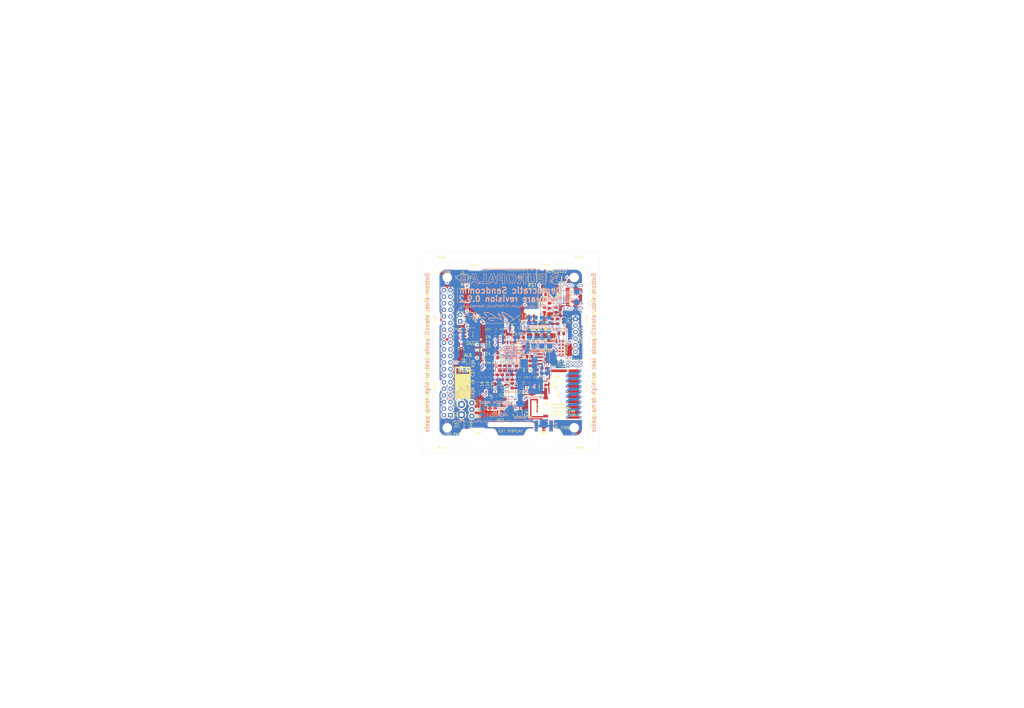
<source format=kicad_pcb>
(kicad_pcb (version 20171130) (host pcbnew 5.1.5+dfsg1-2build2)

  (general
    (thickness 1.6)
    (drawings 190)
    (tracks 1297)
    (zones 0)
    (modules 156)
    (nets 131)
  )

  (page A3)
  (title_block
    (title "Democratic Sendcomm")
    (date 2020-12-26)
    (rev 0.9.2)
    (company "Europalab Devices")
    (comment 1 "Copyright © 2020, Europalab Devices")
    (comment 2 "Fulfilling requirements of 20200210")
    (comment 3 "Pending quality assurance testing")
    (comment 4 "Release revision for manufacturing")
  )

  (layers
    (0 F.Cu signal)
    (1 In1.Cu power)
    (2 In2.Cu power)
    (31 B.Cu signal)
    (34 B.Paste user)
    (35 F.Paste user)
    (36 B.SilkS user)
    (37 F.SilkS user)
    (38 B.Mask user)
    (39 F.Mask user)
    (40 Dwgs.User user)
    (41 Cmts.User user)
    (44 Edge.Cuts user)
    (45 Margin user)
    (46 B.CrtYd user)
    (47 F.CrtYd user)
    (48 B.Fab user)
    (49 F.Fab user)
  )

  (setup
    (last_trace_width 0.09)
    (user_trace_width 0.1016)
    (user_trace_width 0.127)
    (user_trace_width 0.2)
    (user_trace_width 0.4)
    (user_trace_width 1.016)
    (trace_clearance 0.09)
    (zone_clearance 0.508)
    (zone_45_only no)
    (trace_min 0.09)
    (via_size 0.356)
    (via_drill 0.2)
    (via_min_size 0.356)
    (via_min_drill 0.2)
    (user_via 0.45 0.2)
    (user_via 0.6 0.3)
    (uvia_size 0.45)
    (uvia_drill 0.1)
    (uvias_allowed no)
    (uvia_min_size 0.45)
    (uvia_min_drill 0.1)
    (edge_width 0.1)
    (segment_width 0.1)
    (pcb_text_width 0.25)
    (pcb_text_size 1 1)
    (mod_edge_width 0.15)
    (mod_text_size 1 1)
    (mod_text_width 0.15)
    (pad_size 2 2)
    (pad_drill 0)
    (pad_to_mask_clearance 0)
    (aux_axis_origin 0 0)
    (visible_elements 7FFFFFFF)
    (pcbplotparams
      (layerselection 0x313fc_ffffffff)
      (usegerberextensions true)
      (usegerberattributes false)
      (usegerberadvancedattributes false)
      (creategerberjobfile false)
      (excludeedgelayer true)
      (linewidth 0.150000)
      (plotframeref false)
      (viasonmask false)
      (mode 1)
      (useauxorigin false)
      (hpglpennumber 1)
      (hpglpenspeed 20)
      (hpglpendiameter 15.000000)
      (psnegative false)
      (psa4output false)
      (plotreference true)
      (plotvalue true)
      (plotinvisibletext false)
      (padsonsilk false)
      (subtractmaskfromsilk false)
      (outputformat 1)
      (mirror false)
      (drillshape 0)
      (scaleselection 1)
      (outputdirectory "fabsingle"))
  )

  (net 0 "")
  (net 1 GND)
  (net 2 "Net-(AE1-Pad1)")
  (net 3 /Sheet5F53D5B4/RFSWPWR)
  (net 4 "Net-(C8-Pad1)")
  (net 5 /Sheet5F53D5B4/POWAMP)
  (net 6 "Net-(C13-Pad1)")
  (net 7 /Sheet5F53D5B4/HFOUT)
  (net 8 +3V3)
  (net 9 "Net-(C29-Pad1)")
  (net 10 /Sheet5F53D5B4/HPOUT)
  (net 11 /Sheet5F53D5B4/HFIN)
  (net 12 /Sheet5F53D5B4/BANDSEL)
  (net 13 "Net-(BT1-Pad1)")
  (net 14 /Sheet5F53D5B4/USB_BUS)
  (net 15 "Net-(C33-Pad1)")
  (net 16 "Net-(C34-Pad1)")
  (net 17 /Sheet5F53D5B4/CMDRST)
  (net 18 "Net-(D1-Pad2)")
  (net 19 "Net-(D1-Pad1)")
  (net 20 "Net-(D2-Pad1)")
  (net 21 "Net-(D2-Pad2)")
  (net 22 /Sheet5F53D5B4/USB_P)
  (net 23 /Sheet5F53D5B4/USB_N)
  (net 24 /Sheet60040980/ID_SD)
  (net 25 /Sheet60040980/ID_SC)
  (net 26 /Sheet5F53D5B4/SWDCLK)
  (net 27 "Net-(J3-Pad7)")
  (net 28 "Net-(J3-Pad8)")
  (net 29 "Net-(J4-Pad6)")
  (net 30 /Sheet5F53D5B4/CN_VBAT)
  (net 31 /Sheet5F53D5B4/XCEIV)
  (net 32 "Net-(AE5-Pad2)")
  (net 33 "Net-(C1-Pad1)")
  (net 34 "Net-(C7-Pad1)")
  (net 35 "Net-(C14-Pad1)")
  (net 36 "Net-(C17-Pad1)")
  (net 37 "Net-(C18-Pad2)")
  (net 38 "Net-(C19-Pad2)")
  (net 39 "Net-(C23-Pad2)")
  (net 40 "Net-(C23-Pad1)")
  (net 41 "Net-(C24-Pad1)")
  (net 42 "Net-(C24-Pad2)")
  (net 43 "Net-(C29-Pad2)")
  (net 44 "Net-(C33-Pad2)")
  (net 45 "Net-(C35-Pad2)")
  (net 46 "Net-(C40-Pad1)")
  (net 47 "Net-(J2-PadB5)")
  (net 48 "Net-(J2-PadA8)")
  (net 49 "Net-(J2-PadA5)")
  (net 50 "Net-(J2-PadB8)")
  (net 51 "Net-(J3-Pad2)")
  (net 52 "Net-(J3-Pad3)")
  (net 53 "Net-(J3-Pad4)")
  (net 54 "Net-(J3-Pad5)")
  (net 55 "Net-(J3-Pad10)")
  (net 56 "Net-(J3-Pad11)")
  (net 57 "Net-(J3-Pad12)")
  (net 58 "Net-(J3-Pad13)")
  (net 59 "Net-(J3-Pad15)")
  (net 60 "Net-(J3-Pad16)")
  (net 61 "Net-(J3-Pad18)")
  (net 62 "Net-(J3-Pad19)")
  (net 63 "Net-(J3-Pad21)")
  (net 64 "Net-(J3-Pad22)")
  (net 65 "Net-(J3-Pad23)")
  (net 66 "Net-(J3-Pad24)")
  (net 67 "Net-(J3-Pad26)")
  (net 68 "Net-(J3-Pad29)")
  (net 69 "Net-(J3-Pad31)")
  (net 70 "Net-(J3-Pad32)")
  (net 71 "Net-(J3-Pad33)")
  (net 72 "Net-(J3-Pad35)")
  (net 73 "Net-(J3-Pad36)")
  (net 74 "Net-(J3-Pad38)")
  (net 75 "Net-(J3-Pad40)")
  (net 76 "Net-(J4-Pad7)")
  (net 77 "Net-(J4-Pad8)")
  (net 78 "Net-(J5-Pad2)")
  (net 79 "Net-(J5-Pad3)")
  (net 80 "Net-(J5-Pad6)")
  (net 81 "Net-(J6-Pad1)")
  (net 82 "Net-(L1-Pad2)")
  (net 83 "Net-(R3-Pad1)")
  (net 84 "Net-(R4-Pad1)")
  (net 85 "Net-(R4-Pad2)")
  (net 86 "Net-(U2-Pad5)")
  (net 87 "Net-(U3-PadG1)")
  (net 88 "Net-(U3-PadH1)")
  (net 89 "Net-(U3-PadE3)")
  (net 90 "Net-(U3-PadE4)")
  (net 91 "Net-(U3-PadF4)")
  (net 92 "Net-(U3-PadC7)")
  (net 93 "Net-(U3-PadD7)")
  (net 94 "Net-(U3-PadD8)")
  (net 95 "Net-(U5-Pad3)")
  (net 96 "Net-(U5-Pad4)")
  (net 97 "Net-(U8-Pad7)")
  (net 98 "Net-(U8-Pad3)")
  (net 99 "Net-(U8-Pad2)")
  (net 100 "Net-(U8-Pad1)")
  (net 101 "Net-(U9-Pad1)")
  (net 102 "Net-(U9-Pad2)")
  (net 103 "Net-(U9-Pad3)")
  (net 104 "Net-(U9-Pad7)")
  (net 105 /Sheet5F53D5B4/SWDIO)
  (net 106 "Net-(AE2-Pad1)")
  (net 107 "Net-(AE4-Pad1)")
  (net 108 "Net-(AE5-Pad1)")
  (net 109 "Net-(J6-Pad2)")
  (net 110 "Net-(J6-Pad3)")
  (net 111 "Net-(J6-Pad4)")
  (net 112 "Net-(J7-Pad1)")
  (net 113 "Net-(C95-Pad1)")
  (net 114 /TP_SCL)
  (net 115 /TP_SDA)
  (net 116 "Net-(J20-Pad6)")
  (net 117 "Net-(J20-Pad7)")
  (net 118 "Net-(J20-Pad8)")
  (net 119 "Net-(Q2-Pad2)")
  (net 120 EXT_UART_TX)
  (net 121 EXT_UART_RX)
  (net 122 USB_TST)
  (net 123 "Net-(TP13-Pad1)")
  (net 124 "Net-(C94-Pad2)")
  (net 125 "Net-(C96-Pad1)")
  (net 126 /Sheet5F53D5B4/CRY_XIN-RSVD)
  (net 127 /Sheet5F53D5B4/CRY_XOUT-RSVD)
  (net 128 "Net-(C97-Pad1)")
  (net 129 "Net-(C101-Pad1)")
  (net 130 "Net-(D3-Pad2)")

  (net_class Default "This is the default net class."
    (clearance 0.09)
    (trace_width 0.09)
    (via_dia 0.356)
    (via_drill 0.2)
    (uvia_dia 0.45)
    (uvia_drill 0.1)
    (add_net +3V3)
    (add_net /Sheet5F53D5B4/BANDSEL)
    (add_net /Sheet5F53D5B4/CMDRST)
    (add_net /Sheet5F53D5B4/CN_VBAT)
    (add_net /Sheet5F53D5B4/CRY_XIN-RSVD)
    (add_net /Sheet5F53D5B4/CRY_XOUT-RSVD)
    (add_net /Sheet5F53D5B4/HFIN)
    (add_net /Sheet5F53D5B4/HFOUT)
    (add_net /Sheet5F53D5B4/HPOUT)
    (add_net /Sheet5F53D5B4/POWAMP)
    (add_net /Sheet5F53D5B4/RFSWPWR)
    (add_net /Sheet5F53D5B4/SWDCLK)
    (add_net /Sheet5F53D5B4/SWDIO)
    (add_net /Sheet5F53D5B4/USB_BUS)
    (add_net /Sheet5F53D5B4/USB_N)
    (add_net /Sheet5F53D5B4/USB_P)
    (add_net /Sheet5F53D5B4/XCEIV)
    (add_net /Sheet60040980/ID_SC)
    (add_net /Sheet60040980/ID_SD)
    (add_net /TP_SCL)
    (add_net /TP_SDA)
    (add_net EXT_UART_RX)
    (add_net EXT_UART_TX)
    (add_net GND)
    (add_net "Net-(AE1-Pad1)")
    (add_net "Net-(AE2-Pad1)")
    (add_net "Net-(AE4-Pad1)")
    (add_net "Net-(AE5-Pad1)")
    (add_net "Net-(AE5-Pad2)")
    (add_net "Net-(BT1-Pad1)")
    (add_net "Net-(C1-Pad1)")
    (add_net "Net-(C101-Pad1)")
    (add_net "Net-(C13-Pad1)")
    (add_net "Net-(C14-Pad1)")
    (add_net "Net-(C17-Pad1)")
    (add_net "Net-(C18-Pad2)")
    (add_net "Net-(C19-Pad2)")
    (add_net "Net-(C23-Pad1)")
    (add_net "Net-(C23-Pad2)")
    (add_net "Net-(C24-Pad1)")
    (add_net "Net-(C24-Pad2)")
    (add_net "Net-(C29-Pad1)")
    (add_net "Net-(C29-Pad2)")
    (add_net "Net-(C33-Pad1)")
    (add_net "Net-(C33-Pad2)")
    (add_net "Net-(C34-Pad1)")
    (add_net "Net-(C35-Pad2)")
    (add_net "Net-(C40-Pad1)")
    (add_net "Net-(C7-Pad1)")
    (add_net "Net-(C8-Pad1)")
    (add_net "Net-(C94-Pad2)")
    (add_net "Net-(C95-Pad1)")
    (add_net "Net-(C96-Pad1)")
    (add_net "Net-(C97-Pad1)")
    (add_net "Net-(D1-Pad1)")
    (add_net "Net-(D1-Pad2)")
    (add_net "Net-(D2-Pad1)")
    (add_net "Net-(D2-Pad2)")
    (add_net "Net-(D3-Pad2)")
    (add_net "Net-(J2-PadA5)")
    (add_net "Net-(J2-PadA8)")
    (add_net "Net-(J2-PadB5)")
    (add_net "Net-(J2-PadB8)")
    (add_net "Net-(J20-Pad6)")
    (add_net "Net-(J20-Pad7)")
    (add_net "Net-(J20-Pad8)")
    (add_net "Net-(J3-Pad10)")
    (add_net "Net-(J3-Pad11)")
    (add_net "Net-(J3-Pad12)")
    (add_net "Net-(J3-Pad13)")
    (add_net "Net-(J3-Pad15)")
    (add_net "Net-(J3-Pad16)")
    (add_net "Net-(J3-Pad18)")
    (add_net "Net-(J3-Pad19)")
    (add_net "Net-(J3-Pad2)")
    (add_net "Net-(J3-Pad21)")
    (add_net "Net-(J3-Pad22)")
    (add_net "Net-(J3-Pad23)")
    (add_net "Net-(J3-Pad24)")
    (add_net "Net-(J3-Pad26)")
    (add_net "Net-(J3-Pad29)")
    (add_net "Net-(J3-Pad3)")
    (add_net "Net-(J3-Pad31)")
    (add_net "Net-(J3-Pad32)")
    (add_net "Net-(J3-Pad33)")
    (add_net "Net-(J3-Pad35)")
    (add_net "Net-(J3-Pad36)")
    (add_net "Net-(J3-Pad38)")
    (add_net "Net-(J3-Pad4)")
    (add_net "Net-(J3-Pad40)")
    (add_net "Net-(J3-Pad5)")
    (add_net "Net-(J3-Pad7)")
    (add_net "Net-(J3-Pad8)")
    (add_net "Net-(J4-Pad6)")
    (add_net "Net-(J4-Pad7)")
    (add_net "Net-(J4-Pad8)")
    (add_net "Net-(J5-Pad2)")
    (add_net "Net-(J5-Pad3)")
    (add_net "Net-(J5-Pad6)")
    (add_net "Net-(J6-Pad1)")
    (add_net "Net-(J6-Pad2)")
    (add_net "Net-(J6-Pad3)")
    (add_net "Net-(J6-Pad4)")
    (add_net "Net-(J7-Pad1)")
    (add_net "Net-(L1-Pad2)")
    (add_net "Net-(Q2-Pad2)")
    (add_net "Net-(R3-Pad1)")
    (add_net "Net-(R4-Pad1)")
    (add_net "Net-(R4-Pad2)")
    (add_net "Net-(TP13-Pad1)")
    (add_net "Net-(U2-Pad5)")
    (add_net "Net-(U3-PadC7)")
    (add_net "Net-(U3-PadD7)")
    (add_net "Net-(U3-PadD8)")
    (add_net "Net-(U3-PadE3)")
    (add_net "Net-(U3-PadE4)")
    (add_net "Net-(U3-PadF4)")
    (add_net "Net-(U3-PadG1)")
    (add_net "Net-(U3-PadH1)")
    (add_net "Net-(U5-Pad3)")
    (add_net "Net-(U5-Pad4)")
    (add_net "Net-(U8-Pad1)")
    (add_net "Net-(U8-Pad2)")
    (add_net "Net-(U8-Pad3)")
    (add_net "Net-(U8-Pad7)")
    (add_net "Net-(U9-Pad1)")
    (add_net "Net-(U9-Pad2)")
    (add_net "Net-(U9-Pad3)")
    (add_net "Net-(U9-Pad7)")
    (add_net USB_TST)
  )

  (net_class Power ""
    (clearance 0.2)
    (trace_width 0.5)
    (via_dia 1)
    (via_drill 0.7)
    (uvia_dia 0.5)
    (uvia_drill 0.1)
  )

  (module Connector_Coaxial:SMA_Samtec_SMA-J-P-X-ST-EM1_EdgeMount (layer F.Cu) (tedit 5FE90BFC) (tstamp 5F686FA8)
    (at 222.75 176.25)
    (descr "Connector SMA, 0Hz to 20GHz, 50Ohm, Edge Mount (http://suddendocs.samtec.com/prints/sma-j-p-x-st-em1-mkt.pdf)")
    (tags "SMA Straight Samtec Edge Mount")
    (path /5F5C0728/6000659E)
    (attr smd)
    (fp_text reference AE4 (at 4.75 0 90 unlocked) (layer F.SilkS)
      (effects (font (size 1 1) (thickness 0.15)))
    )
    (fp_text value Antenna_Shield (at 0 13) (layer F.Fab)
      (effects (font (size 1 1) (thickness 0.15)))
    )
    (fp_text user "Board Thickness: 1.57mm" (at 0 -5.45) (layer Cmts.User)
      (effects (font (size 1 1) (thickness 0.15)))
    )
    (fp_line (start 0.84 -1.71) (end 1.95 -1.71) (layer F.SilkS) (width 0.12))
    (fp_line (start -1.95 -1.71) (end -0.84 -1.71) (layer F.SilkS) (width 0.12))
    (fp_line (start 0.84 2) (end 1.95 2) (layer F.SilkS) (width 0.12))
    (fp_line (start -1.95 2) (end -0.84 2) (layer F.SilkS) (width 0.12))
    (fp_line (start 3.68 2.6) (end 3.68 12.12) (layer B.CrtYd) (width 0.05))
    (fp_line (start 4 2.6) (end 3.68 2.6) (layer B.CrtYd) (width 0.05))
    (fp_line (start -3.68 12.12) (end -3.68 2.6) (layer B.CrtYd) (width 0.05))
    (fp_line (start -3.68 2.6) (end -4 2.6) (layer B.CrtYd) (width 0.05))
    (fp_line (start 3.68 2.6) (end 3.68 12.12) (layer F.CrtYd) (width 0.05))
    (fp_line (start 3.68 2.6) (end 4 2.6) (layer F.CrtYd) (width 0.05))
    (fp_line (start -3.68 12.12) (end -3.68 2.6) (layer F.CrtYd) (width 0.05))
    (fp_line (start -3.68 2.6) (end -4 2.6) (layer F.CrtYd) (width 0.05))
    (fp_text user "PCB Edge" (at 0 2.6) (layer Dwgs.User)
      (effects (font (size 0.5 0.5) (thickness 0.1)))
    )
    (fp_line (start 4.1 2.1) (end -4.1 2.1) (layer Dwgs.User) (width 0.1))
    (fp_line (start -3.175 -1.71) (end -3.175 11.62) (layer F.Fab) (width 0.1))
    (fp_line (start -2.365 -1.71) (end -3.175 -1.71) (layer F.Fab) (width 0.1))
    (fp_line (start -2.365 2.1) (end -2.365 -1.71) (layer F.Fab) (width 0.1))
    (fp_line (start 2.365 2.1) (end -2.365 2.1) (layer F.Fab) (width 0.1))
    (fp_line (start 2.365 -1.71) (end 2.365 2.1) (layer F.Fab) (width 0.1))
    (fp_line (start 3.175 -1.71) (end 2.365 -1.71) (layer F.Fab) (width 0.1))
    (fp_line (start 3.175 -1.71) (end 3.175 11.62) (layer F.Fab) (width 0.1))
    (fp_line (start 3.165 11.62) (end -3.165 11.62) (layer F.Fab) (width 0.1))
    (fp_line (start -4 -2.6) (end 4 -2.6) (layer B.CrtYd) (width 0.05))
    (fp_line (start -4 2.6) (end -4 -2.6) (layer B.CrtYd) (width 0.05))
    (fp_line (start 3.68 12.12) (end -3.68 12.12) (layer B.CrtYd) (width 0.05))
    (fp_line (start 4 2.6) (end 4 -2.6) (layer B.CrtYd) (width 0.05))
    (fp_line (start -4 -2.6) (end 4 -2.6) (layer F.CrtYd) (width 0.05))
    (fp_line (start -4 2.6) (end -4 -2.6) (layer F.CrtYd) (width 0.05))
    (fp_line (start 3.68 12.12) (end -3.68 12.12) (layer F.CrtYd) (width 0.05))
    (fp_line (start 4 2.6) (end 4 -2.6) (layer F.CrtYd) (width 0.05))
    (fp_text user %R (at 0 4.29 180) (layer F.Fab)
      (effects (font (size 1 1) (thickness 0.15)))
    )
    (fp_line (start 0.64 2.1) (end 0 3.1) (layer F.Fab) (width 0.1))
    (fp_line (start 0 3.1) (end -0.64 2.1) (layer F.Fab) (width 0.1))
    (fp_line (start 0 -2.26) (end 0.25 -2.76) (layer F.SilkS) (width 0.12))
    (fp_line (start 0.25 -2.76) (end -0.25 -2.76) (layer F.SilkS) (width 0.12))
    (fp_line (start -0.25 -2.76) (end 0 -2.26) (layer F.SilkS) (width 0.12))
    (pad 1 smd rect (at 0 0.2) (size 1.27 3.6) (layers F.Cu F.Mask)
      (net 107 "Net-(AE4-Pad1)"))
    (pad 2 smd rect (at 2.825 0) (size 1.35 4.2) (layers F.Cu F.Mask)
      (net 1 GND))
    (pad 2 smd rect (at -2.825 0) (size 1.35 4.2) (layers F.Cu F.Mask)
      (net 1 GND))
    (pad 2 smd rect (at 2.825 0) (size 1.35 4.2) (layers B.Cu B.Mask)
      (net 1 GND))
    (pad 2 smd rect (at -2.825 0) (size 1.35 4.2) (layers B.Cu B.Mask)
      (net 1 GND))
    (model ${KISYS3DMOD}/Connector_Coaxial.3dshapes/SMA_Samtec_SMA-J-P-X-ST-EM1_EdgeMount.wrl
      (at (xyz 0 0 0))
      (scale (xyz 1 1 1))
      (rotate (xyz 0 0 0))
    )
    (model ${KIPRJMOD}/modules/packages3d/RF_Antenna.3dshapes/SMA-J-P-H-ST-EM1.wrl
      (offset (xyz 0 -4 0.5))
      (scale (xyz 0.4 0.4 0.4))
      (rotate (xyz 180 -90 0))
    )
  )

  (module Connector_PinHeader_2.54mm:PinHeader_1x06_P2.54mm_Vertical (layer F.Cu) (tedit 59FED5CC) (tstamp 5FF83409)
    (at 235 135)
    (descr "Through hole straight pin header, 1x06, 2.54mm pitch, single row")
    (tags "Through hole pin header THT 1x06 2.54mm single row")
    (path /60040981/6006812D)
    (fp_text reference J5 (at 2 5 90) (layer F.SilkS)
      (effects (font (size 1 1) (thickness 0.15)) (justify left))
    )
    (fp_text value Conn_01x06_Male (at 4.385 14.97) (layer F.Fab)
      (effects (font (size 1 1) (thickness 0.15)))
    )
    (fp_text user %R (at 2.77 6.35 90) (layer F.Fab)
      (effects (font (size 1 1) (thickness 0.15)))
    )
    (fp_line (start 1.8 -1.8) (end -1.8 -1.8) (layer F.CrtYd) (width 0.05))
    (fp_line (start 1.8 14.5) (end 1.8 -1.8) (layer F.CrtYd) (width 0.05))
    (fp_line (start -1.8 14.5) (end 1.8 14.5) (layer F.CrtYd) (width 0.05))
    (fp_line (start -1.8 -1.8) (end -1.8 14.5) (layer F.CrtYd) (width 0.05))
    (fp_line (start -1.33 -1.33) (end 0 -1.33) (layer F.SilkS) (width 0.12))
    (fp_line (start -1.33 0) (end -1.33 -1.33) (layer F.SilkS) (width 0.12))
    (fp_line (start -1.33 1.27) (end 1.33 1.27) (layer F.SilkS) (width 0.12))
    (fp_line (start 1.33 1.27) (end 1.33 14.03) (layer F.SilkS) (width 0.12))
    (fp_line (start -1.33 1.27) (end -1.33 14.03) (layer F.SilkS) (width 0.12))
    (fp_line (start -1.33 14.03) (end 1.33 14.03) (layer F.SilkS) (width 0.12))
    (fp_line (start -1.27 -0.635) (end -0.635 -1.27) (layer F.Fab) (width 0.1))
    (fp_line (start -1.27 13.97) (end -1.27 -0.635) (layer F.Fab) (width 0.1))
    (fp_line (start 1.27 13.97) (end -1.27 13.97) (layer F.Fab) (width 0.1))
    (fp_line (start 1.27 -1.27) (end 1.27 13.97) (layer F.Fab) (width 0.1))
    (fp_line (start -0.635 -1.27) (end 1.27 -1.27) (layer F.Fab) (width 0.1))
    (pad 6 thru_hole oval (at 0 12.7) (size 1.7 1.7) (drill 1) (layers *.Cu *.Mask)
      (net 80 "Net-(J5-Pad6)"))
    (pad 5 thru_hole oval (at 0 10.16) (size 1.7 1.7) (drill 1) (layers *.Cu *.Mask)
      (net 120 EXT_UART_TX))
    (pad 4 thru_hole oval (at 0 7.62) (size 1.7 1.7) (drill 1) (layers *.Cu *.Mask)
      (net 121 EXT_UART_RX))
    (pad 3 thru_hole oval (at 0 5.08) (size 1.7 1.7) (drill 1) (layers *.Cu *.Mask)
      (net 79 "Net-(J5-Pad3)"))
    (pad 2 thru_hole oval (at 0 2.54) (size 1.7 1.7) (drill 1) (layers *.Cu *.Mask)
      (net 78 "Net-(J5-Pad2)"))
    (pad 1 thru_hole rect (at 0 0) (size 1.7 1.7) (drill 1) (layers *.Cu *.Mask)
      (net 1 GND))
    (model ${KISYS3DMOD}/Connector_PinHeader_2.54mm.3dshapes/PinHeader_1x06_P2.54mm_Vertical.wrl
      (at (xyz 0 0 0))
      (scale (xyz 1 1 1))
      (rotate (xyz 0 0 0))
    )
  )

  (module RF_Antenna:Texas_SWRA416_868MHz_915MHz (layer F.Cu) (tedit 5CF40AFD) (tstamp 5F686F31)
    (at 231 164 270)
    (descr http://www.ti.com/lit/an/swra416/swra416.pdf)
    (tags "PCB antenna")
    (path /5F5C0728/60008187)
    (attr smd)
    (fp_text reference AE1 (at 0 2.5 90) (layer F.SilkS)
      (effects (font (size 1 1) (thickness 0.15)))
    )
    (fp_text value Antenna (at 0.1 -7.6 90) (layer F.Fab)
      (effects (font (size 1 1) (thickness 0.15)))
    )
    (fp_line (start 9.7 2.1) (end 6.2 5.7) (layer Dwgs.User) (width 0.12))
    (fp_line (start 9.7 0.1) (end 4.3 5.7) (layer Dwgs.User) (width 0.12))
    (fp_line (start 9.7 -1.9) (end 2.3 5.7) (layer Dwgs.User) (width 0.12))
    (fp_line (start 9.7 -3.9) (end 0.2 5.7) (layer Dwgs.User) (width 0.12))
    (fp_line (start 9.7 -5.9) (end -1.8 5.7) (layer Dwgs.User) (width 0.12))
    (fp_line (start 8.3 -6.5) (end -3.8 5.7) (layer Dwgs.User) (width 0.12))
    (fp_line (start 6.3 -6.5) (end -5.8 5.7) (layer Dwgs.User) (width 0.12))
    (fp_line (start 4.3 -6.5) (end -7.8 5.7) (layer Dwgs.User) (width 0.12))
    (fp_line (start -9.7 5.5) (end 2.3 -6.5) (layer Dwgs.User) (width 0.12))
    (fp_line (start -9.7 3.5) (end 0.3 -6.5) (layer Dwgs.User) (width 0.12))
    (fp_line (start -9.7 1.5) (end -1.7 -6.5) (layer Dwgs.User) (width 0.12))
    (fp_line (start -9.7 -0.5) (end -3.7 -6.5) (layer Dwgs.User) (width 0.12))
    (fp_line (start -9.7 -2.5) (end -5.7 -6.5) (layer Dwgs.User) (width 0.12))
    (fp_line (start -9.7 -4.5) (end -7.7 -6.5) (layer Dwgs.User) (width 0.12))
    (fp_line (start 9.7 -6.5) (end -9.7 -6.5) (layer Dwgs.User) (width 0.15))
    (fp_line (start 9.7 5.7) (end 9.7 -6.5) (layer Dwgs.User) (width 0.15))
    (fp_line (start -9.7 5.7) (end 9.7 5.7) (layer Dwgs.User) (width 0.15))
    (fp_line (start -9.7 -6.5) (end -9.7 5.7) (layer Dwgs.User) (width 0.15))
    (fp_line (start 7 -5.8) (end 8 -4.8) (layer B.Cu) (width 1))
    (fp_line (start 8 -1.8) (end 9 -0.8) (layer B.Cu) (width 1))
    (fp_line (start 8 -4.8) (end 8 -1.8) (layer B.Cu) (width 1))
    (fp_line (start 9 -5.8) (end 9 -0.8) (layer F.Cu) (width 1))
    (fp_line (start 5 -5.8) (end 6 -4.8) (layer B.Cu) (width 1))
    (fp_line (start 6 -1.8) (end 7 -0.8) (layer B.Cu) (width 1))
    (fp_line (start 6 -4.8) (end 6 -1.8) (layer B.Cu) (width 1))
    (fp_line (start 7 -5.8) (end 7 -0.8) (layer F.Cu) (width 1))
    (fp_line (start 3 -5.8) (end 4 -4.8) (layer B.Cu) (width 1))
    (fp_line (start 4 -1.8) (end 5 -0.8) (layer B.Cu) (width 1))
    (fp_line (start 4 -4.8) (end 4 -1.8) (layer B.Cu) (width 1))
    (fp_line (start 5 -5.8) (end 5 -0.8) (layer F.Cu) (width 1))
    (fp_line (start 1 -5.8) (end 2 -4.8) (layer B.Cu) (width 1))
    (fp_line (start 2 -1.8) (end 3 -0.8) (layer B.Cu) (width 1))
    (fp_line (start 2 -4.8) (end 2 -1.8) (layer B.Cu) (width 1))
    (fp_line (start 3 -5.8) (end 3 -0.8) (layer F.Cu) (width 1))
    (fp_line (start -1 -5.8) (end 0 -4.8) (layer B.Cu) (width 1))
    (fp_line (start 0 -1.8) (end 1 -0.8) (layer B.Cu) (width 1))
    (fp_line (start 0 -4.8) (end 0 -1.8) (layer B.Cu) (width 1))
    (fp_line (start 1 -5.8) (end 1 -0.8) (layer F.Cu) (width 1))
    (fp_line (start -3 -5.8) (end -2 -4.8) (layer B.Cu) (width 1))
    (fp_line (start -2 -1.8) (end -1 -0.8) (layer B.Cu) (width 1))
    (fp_line (start -2 -4.8) (end -2 -1.8) (layer B.Cu) (width 1))
    (fp_line (start -1 -5.8) (end -1 -0.8) (layer F.Cu) (width 1))
    (fp_line (start -4 -4.8) (end -4 -1.8) (layer B.Cu) (width 1))
    (fp_line (start -5 -5.8) (end -4 -4.8) (layer B.Cu) (width 1))
    (fp_line (start -4 -1.8) (end -3 -0.8) (layer B.Cu) (width 1))
    (fp_line (start -3 -5.8) (end -3 -0.8) (layer F.Cu) (width 1))
    (fp_line (start -6 -4.8) (end -6 -1.8) (layer B.Cu) (width 1))
    (fp_line (start -7 -5.8) (end -6 -4.8) (layer B.Cu) (width 1))
    (fp_line (start -6 -1.8) (end -5 -0.8) (layer B.Cu) (width 1))
    (fp_line (start -5 -5.8) (end -5 -0.8) (layer F.Cu) (width 1))
    (fp_line (start -7 -5.8) (end -7 -0.8) (layer F.Cu) (width 1))
    (fp_line (start -9 5.2) (end -9 -5.8) (layer F.Cu) (width 1))
    (fp_line (start -9 -5.8) (end -8 -4.8) (layer B.Cu) (width 1))
    (fp_line (start -8 -4.8) (end -8 -1.8) (layer B.Cu) (width 1))
    (fp_line (start -8 -1.8) (end -7 -0.8) (layer B.Cu) (width 1))
    (fp_line (start 9.7 4.1) (end 8.2 5.7) (layer Dwgs.User) (width 0.12))
    (fp_line (start -9.9 -6.7) (end -9.9 5.9) (layer F.CrtYd) (width 0.05))
    (fp_line (start -9.9 5.9) (end 9.9 5.9) (layer F.CrtYd) (width 0.05))
    (fp_line (start 9.9 5.9) (end 9.9 -6.7) (layer F.CrtYd) (width 0.05))
    (fp_line (start 9.9 -6.7) (end -9.9 -6.7) (layer F.CrtYd) (width 0.05))
    (fp_line (start 9.9 -6.7) (end -9.9 -6.7) (layer B.CrtYd) (width 0.05))
    (fp_line (start 9.9 5.9) (end 9.9 -6.7) (layer B.CrtYd) (width 0.05))
    (fp_line (start -9.9 -6.7) (end -9.9 5.9) (layer B.CrtYd) (width 0.05))
    (fp_line (start -9.9 5.9) (end 9.9 5.9) (layer B.CrtYd) (width 0.05))
    (fp_text user "KEEP-OUT ZONE" (at 1 -2.8 90) (layer Cmts.User)
      (effects (font (size 1 1) (thickness 0.15)))
    )
    (fp_text user "No metal, traces or " (at 1 0.2 90) (layer Cmts.User)
      (effects (font (size 1 1) (thickness 0.15)))
    )
    (fp_text user "any components on" (at 1 2.2 90) (layer Cmts.User)
      (effects (font (size 1 1) (thickness 0.15)))
    )
    (fp_text user " any PCB layer." (at 1 4.2 90) (layer Cmts.User)
      (effects (font (size 1 1) (thickness 0.15)))
    )
    (fp_text user %R (at -0.4 6.6 90) (layer F.Fab)
      (effects (font (size 1 1) (thickness 0.15)))
    )
    (pad "" thru_hole circle (at 9 -0.8 90) (size 1 1) (drill 0.4) (layers *.Cu))
    (pad "" thru_hole circle (at 9 -5.8 90) (size 1 1) (drill 0.4) (layers *.Cu))
    (pad "" thru_hole circle (at 7 -5.8 90) (size 1 1) (drill 0.4) (layers *.Cu))
    (pad "" thru_hole circle (at 7 -0.8 90) (size 1 1) (drill 0.4) (layers *.Cu))
    (pad "" thru_hole circle (at 5 -0.8 90) (size 1 1) (drill 0.4) (layers *.Cu))
    (pad "" thru_hole circle (at 5 -5.8 90) (size 1 1) (drill 0.4) (layers *.Cu))
    (pad "" thru_hole circle (at 3 -0.8 90) (size 1 1) (drill 0.4) (layers *.Cu))
    (pad "" thru_hole circle (at 3 -5.8 90) (size 1 1) (drill 0.4) (layers *.Cu))
    (pad "" thru_hole circle (at 1 -5.8 90) (size 1 1) (drill 0.4) (layers *.Cu))
    (pad "" thru_hole circle (at 1 -0.8 90) (size 1 1) (drill 0.4) (layers *.Cu))
    (pad "" thru_hole circle (at -1 -0.8 90) (size 1 1) (drill 0.4) (layers *.Cu))
    (pad "" thru_hole circle (at -1 -5.8 90) (size 1 1) (drill 0.4) (layers *.Cu))
    (pad "" thru_hole circle (at -3 -5.8 90) (size 1 1) (drill 0.4) (layers *.Cu))
    (pad "" thru_hole circle (at -3 -0.8 90) (size 1 1) (drill 0.4) (layers *.Cu))
    (pad "" thru_hole circle (at -5 -0.8 90) (size 1 1) (drill 0.4) (layers *.Cu))
    (pad "" thru_hole circle (at -5 -5.8 90) (size 1 1) (drill 0.4) (layers *.Cu))
    (pad "" thru_hole circle (at -7 -5.8 90) (size 1 1) (drill 0.4) (layers *.Cu))
    (pad "" thru_hole circle (at -7 -0.8 90) (size 1 1) (drill 0.4) (layers *.Cu))
    (pad "" thru_hole circle (at -9 -5.8 90) (size 1 1) (drill 0.4) (layers *.Cu))
    (pad 1 smd trapezoid (at -9 5.9 90) (size 0.4 0.8) (rect_delta 0 0.3 ) (layers F.Cu)
      (net 2 "Net-(AE1-Pad1)"))
  )

  (module Elabdev:Panel_Mousetab_25mm_Single (layer F.Cu) (tedit 5CD9E502) (tstamp 5FEC726C)
    (at 222.5 179 90)
    (path /5CD9EB0D)
    (fp_text reference TAB8 (at 0 0) (layer F.SilkS)
      (effects (font (size 0.8 0.8) (thickness 0.13)))
    )
    (fp_text value Pantab (at -3.25 0 180) (layer F.Fab)
      (effects (font (size 1 1) (thickness 0.15)))
    )
    (fp_line (start 1.25 -2.2) (end 1.25 2.2) (layer F.Fab) (width 0.15))
    (fp_line (start -1.25 -2.2) (end -1.25 2.2) (layer F.Fab) (width 0.15))
    (fp_line (start 2.1 -2.6) (end 2.1 2.6) (layer F.CrtYd) (width 0.15))
    (fp_line (start 2.1 2.6) (end -2.1 2.6) (layer F.CrtYd) (width 0.15))
    (fp_line (start -2.1 2.6) (end -2.1 -2.6) (layer F.CrtYd) (width 0.15))
    (fp_line (start -2.1 -2.6) (end 2.1 -2.6) (layer F.CrtYd) (width 0.15))
    (pad "" np_thru_hole circle (at 1.35 2 90) (size 0.5 0.5) (drill 0.5) (layers *.Cu))
    (pad "" np_thru_hole circle (at 1.35 1.2 90) (size 0.5 0.5) (drill 0.5) (layers *.Cu))
    (pad "" np_thru_hole circle (at 1.35 0.4 90) (size 0.5 0.5) (drill 0.5) (layers *.Cu))
    (pad "" np_thru_hole circle (at 1.35 -0.4 90) (size 0.5 0.5) (drill 0.5) (layers *.Cu))
    (pad "" np_thru_hole circle (at 1.35 -1.2 90) (size 0.5 0.5) (drill 0.5) (layers *.Cu))
    (pad "" np_thru_hole circle (at 1.35 -2 90) (size 0.5 0.5) (drill 0.5) (layers *.Cu))
  )

  (module Capacitor_SMD:C_0805_2012Metric (layer F.Cu) (tedit 5B36C52B) (tstamp 5FEB8111)
    (at 211.5 143.0625 270)
    (descr "Capacitor SMD 0805 (2012 Metric), square (rectangular) end terminal, IPC_7351 nominal, (Body size source: https://docs.google.com/spreadsheets/d/1BsfQQcO9C6DZCsRaXUlFlo91Tg2WpOkGARC1WS5S8t0/edit?usp=sharing), generated with kicad-footprint-generator")
    (tags capacitor)
    (path /5F53D5B5/5F609CF5)
    (attr smd)
    (fp_text reference C19 (at -2.0625 0 180) (layer F.SilkS)
      (effects (font (size 0.7 0.7) (thickness 0.1)))
    )
    (fp_text value 15pF (at 0 1.65 90) (layer F.Fab)
      (effects (font (size 1 1) (thickness 0.15)))
    )
    (fp_line (start -1 0.6) (end -1 -0.6) (layer F.Fab) (width 0.1))
    (fp_line (start -1 -0.6) (end 1 -0.6) (layer F.Fab) (width 0.1))
    (fp_line (start 1 -0.6) (end 1 0.6) (layer F.Fab) (width 0.1))
    (fp_line (start 1 0.6) (end -1 0.6) (layer F.Fab) (width 0.1))
    (fp_line (start -0.258578 -0.71) (end 0.258578 -0.71) (layer F.SilkS) (width 0.12))
    (fp_line (start -0.258578 0.71) (end 0.258578 0.71) (layer F.SilkS) (width 0.12))
    (fp_line (start -1.68 0.95) (end -1.68 -0.95) (layer F.CrtYd) (width 0.05))
    (fp_line (start -1.68 -0.95) (end 1.68 -0.95) (layer F.CrtYd) (width 0.05))
    (fp_line (start 1.68 -0.95) (end 1.68 0.95) (layer F.CrtYd) (width 0.05))
    (fp_line (start 1.68 0.95) (end -1.68 0.95) (layer F.CrtYd) (width 0.05))
    (fp_text user %R (at 0 0 90) (layer F.Fab)
      (effects (font (size 0.5 0.5) (thickness 0.08)))
    )
    (pad 1 smd roundrect (at -0.9375 0 270) (size 0.975 1.4) (layers F.Cu F.Paste F.Mask) (roundrect_rratio 0.25)
      (net 1 GND))
    (pad 2 smd roundrect (at 0.9375 0 270) (size 0.975 1.4) (layers F.Cu F.Paste F.Mask) (roundrect_rratio 0.25)
      (net 38 "Net-(C19-Pad2)"))
    (model ${KISYS3DMOD}/Capacitor_SMD.3dshapes/C_0805_2012Metric.wrl
      (at (xyz 0 0 0))
      (scale (xyz 1 1 1))
      (rotate (xyz 0 0 0))
    )
  )

  (module Elabdev:Meinkuerz_sign_480dpi (layer B.Cu) (tedit 0) (tstamp 5FBE809B)
    (at 202 134 180)
    (fp_text reference G1 (at 0 0) (layer B.SilkS) hide
      (effects (font (size 1.524 1.524) (thickness 0.3)) (justify mirror))
    )
    (fp_text value Meinkuerzel_signature (at 0.75 0) (layer B.SilkS) hide
      (effects (font (size 1.524 1.524) (thickness 0.3)) (justify mirror))
    )
    (fp_poly (pts (xy 7.849084 1.675651) (xy 8.303148 1.632827) (xy 8.685942 1.550363) (xy 8.876057 1.481326)
      (xy 9.07938 1.34976) (xy 9.204465 1.178624) (xy 9.241225 0.986809) (xy 9.210768 0.854557)
      (xy 9.078684 0.643748) (xy 8.864557 0.429964) (xy 8.589687 0.233059) (xy 8.471807 0.165759)
      (xy 8.232808 0.053863) (xy 7.923436 -0.068816) (xy 7.576824 -0.190996) (xy 7.226108 -0.301392)
      (xy 6.904421 -0.388723) (xy 6.731621 -0.426811) (xy 6.398868 -0.490816) (xy 6.556265 -0.586535)
      (xy 6.736632 -0.743549) (xy 6.819572 -0.938245) (xy 6.82625 -1.022915) (xy 6.780462 -1.15416)
      (xy 6.660466 -1.295963) (xy 6.49231 -1.424979) (xy 6.30204 -1.517866) (xy 6.258842 -1.531402)
      (xy 6.0446 -1.569955) (xy 5.805186 -1.581627) (xy 5.582286 -1.566858) (xy 5.417587 -1.526091)
      (xy 5.409578 -1.522402) (xy 5.285381 -1.409276) (xy 5.232727 -1.237525) (xy 5.243042 -1.133742)
      (xy 5.545646 -1.133742) (xy 5.569322 -1.243922) (xy 5.599007 -1.270742) (xy 5.725804 -1.30367)
      (xy 5.911501 -1.301091) (xy 6.117136 -1.267785) (xy 6.303743 -1.20853) (xy 6.368163 -1.176419)
      (xy 6.483421 -1.090411) (xy 6.547775 -1.006994) (xy 6.550669 -0.996984) (xy 6.519163 -0.903747)
      (xy 6.404517 -0.814537) (xy 6.229026 -0.742568) (xy 6.060328 -0.706358) (xy 5.903418 -0.693399)
      (xy 5.806355 -0.717484) (xy 5.726223 -0.79035) (xy 5.718194 -0.79992) (xy 5.596762 -0.979847)
      (xy 5.545646 -1.133742) (xy 5.243042 -1.133742) (xy 5.253531 -1.028227) (xy 5.344918 -0.810631)
      (xy 5.442538 -0.642303) (xy 5.295353 -0.646487) (xy 5.12125 -0.625399) (xy 5.035885 -0.550663)
      (xy 5.027083 -0.501447) (xy 5.075804 -0.410776) (xy 5.222941 -0.351671) (xy 5.469958 -0.32355)
      (xy 5.476875 -0.323261) (xy 5.599677 -0.314345) (xy 5.697993 -0.289875) (xy 5.794712 -0.235966)
      (xy 5.912725 -0.138734) (xy 6.074923 0.015705) (xy 6.138333 0.077935) (xy 6.357426 0.284825)
      (xy 6.520758 0.415811) (xy 6.63982 0.476704) (xy 6.726105 0.473318) (xy 6.791106 0.411464)
      (xy 6.792772 0.408883) (xy 6.813029 0.349999) (xy 6.787897 0.281807) (xy 6.704882 0.184844)
      (xy 6.561666 0.048946) (xy 6.270625 -0.217166) (xy 6.532899 -0.183078) (xy 6.900304 -0.115245)
      (xy 7.289474 -0.008645) (xy 7.678243 0.127507) (xy 8.044445 0.283994) (xy 8.365914 0.451601)
      (xy 8.620483 0.621112) (xy 8.749193 0.738377) (xy 8.856936 0.865956) (xy 8.92727 0.965202)
      (xy 8.942916 1.001728) (xy 8.895983 1.084773) (xy 8.773369 1.176095) (xy 8.602358 1.259484)
      (xy 8.410231 1.318727) (xy 8.408998 1.318992) (xy 8.149682 1.354937) (xy 7.8128 1.371973)
      (xy 7.424917 1.370093) (xy 7.012599 1.349291) (xy 6.686734 1.319437) (xy 6.066773 1.222977)
      (xy 5.517194 1.081213) (xy 5.043989 0.897075) (xy 4.653152 0.673494) (xy 4.350673 0.413401)
      (xy 4.142546 0.119727) (xy 4.114637 0.061443) (xy 4.047094 -0.15251) (xy 4.06025 -0.336634)
      (xy 4.160207 -0.518581) (xy 4.270456 -0.644496) (xy 4.390411 -0.79173) (xy 4.431252 -0.900383)
      (xy 4.427296 -0.922309) (xy 4.357272 -0.99719) (xy 4.242023 -0.977517) (xy 4.082983 -0.863726)
      (xy 4.010682 -0.795217) (xy 3.879838 -0.680755) (xy 3.765594 -0.608691) (xy 3.712637 -0.594925)
      (xy 3.6215 -0.594723) (xy 3.455888 -0.585507) (xy 3.246599 -0.569127) (xy 3.175 -0.562633)
      (xy 2.951086 -0.544014) (xy 2.793821 -0.54282) (xy 2.664643 -0.565021) (xy 2.524987 -0.61659)
      (xy 2.371034 -0.687127) (xy 2.100169 -0.795663) (xy 1.89262 -0.837972) (xy 1.841867 -0.837015)
      (xy 1.72083 -0.812158) (xy 1.663036 -0.745697) (xy 1.637803 -0.635) (xy 1.623821 -0.491701)
      (xy 1.628566 -0.389706) (xy 1.630235 -0.383646) (xy 1.692219 -0.322789) (xy 1.789679 -0.330876)
      (xy 1.885465 -0.399867) (xy 1.916539 -0.445597) (xy 1.984375 -0.573694) (xy 2.371569 -0.384068)
      (xy 2.758764 -0.194442) (xy 3.165319 -0.256321) (xy 3.413597 -0.293214) (xy 3.576071 -0.310583)
      (xy 3.67165 -0.304292) (xy 3.719238 -0.270208) (xy 3.737742 -0.204195) (xy 3.744012 -0.129767)
      (xy 3.817818 0.177969) (xy 3.989413 0.470621) (xy 4.251219 0.74303) (xy 4.595656 0.99004)
      (xy 5.015149 1.206492) (xy 5.502117 1.387229) (xy 6.048984 1.527094) (xy 6.228561 1.561184)
      (xy 6.794861 1.64034) (xy 7.340678 1.678326) (xy 7.849084 1.675651)) (layer B.SilkS) (width 0.01))
    (fp_poly (pts (xy -4.580024 1.756567) (xy -4.544854 1.74305) (xy -4.466016 1.67622) (xy -4.437143 1.580417)
      (xy -4.461964 1.447967) (xy -4.544204 1.271201) (xy -4.68759 1.042447) (xy -4.895848 0.754033)
      (xy -5.172705 0.39829) (xy -5.237349 0.3175) (xy -5.411926 0.098408) (xy -5.577817 -0.112809)
      (xy -5.714811 -0.290245) (xy -5.794689 -0.396875) (xy -5.948296 -0.608542) (xy -5.791961 -0.468507)
      (xy -5.700695 -0.392772) (xy -5.541009 -0.266466) (xy -5.329307 -0.10231) (xy -5.081994 0.086977)
      (xy -4.815472 0.288675) (xy -4.815417 0.288716) (xy -4.345432 0.631252) (xy -3.946225 0.897872)
      (xy -3.615767 1.089474) (xy -3.352032 1.206955) (xy -3.152989 1.251211) (xy -3.016612 1.223138)
      (xy -2.940872 1.123633) (xy -2.939055 1.118116) (xy -2.92791 1.023519) (xy -2.955738 0.908417)
      (xy -3.029742 0.759005) (xy -3.157121 0.561475) (xy -3.345079 0.302021) (xy -3.409058 0.217037)
      (xy -3.654587 -0.113597) (xy -3.860834 -0.404313) (xy -4.022275 -0.646491) (xy -4.133388 -0.831509)
      (xy -4.188652 -0.950744) (xy -4.185335 -0.994958) (xy -4.120655 -0.981486) (xy -3.976478 -0.932768)
      (xy -3.770527 -0.855371) (xy -3.520529 -0.755864) (xy -3.349225 -0.685128) (xy -3.06462 -0.570045)
      (xy -2.797019 -0.469163) (xy -2.569108 -0.390505) (xy -2.403576 -0.342097) (xy -2.349431 -0.331513)
      (xy -2.183877 -0.291941) (xy -2.07811 -0.206425) (xy -2.041672 -0.151915) (xy -1.850086 0.096101)
      (xy -1.567603 0.354844) (xy -1.207453 0.616123) (xy -0.78287 0.87175) (xy -0.307084 1.113536)
      (xy 0.206672 1.333293) (xy 0.574448 1.467145) (xy 0.853452 1.556991) (xy 1.074831 1.61415)
      (xy 1.278935 1.645957) (xy 1.506112 1.659747) (xy 1.647661 1.662241) (xy 1.89537 1.661355)
      (xy 2.061526 1.650821) (xy 2.170245 1.626908) (xy 2.245641 1.585888) (xy 2.269431 1.566069)
      (xy 2.364656 1.413892) (xy 2.378536 1.21834) (xy 2.31231 1.002224) (xy 2.231511 0.867835)
      (xy 2.055394 0.653788) (xy 1.846452 0.444397) (xy 1.622129 0.252501) (xy 1.399873 0.090942)
      (xy 1.19713 -0.02744) (xy 1.031346 -0.089804) (xy 0.931657 -0.088852) (xy 0.853749 -0.025156)
      (xy 0.874571 0.06423) (xy 0.991583 0.174246) (xy 1.09802 0.242886) (xy 1.314624 0.387246)
      (xy 1.527802 0.560014) (xy 1.72429 0.746283) (xy 1.890825 0.931146) (xy 2.014146 1.099697)
      (xy 2.080988 1.237027) (xy 2.078088 1.32823) (xy 2.071165 1.336667) (xy 1.954541 1.387475)
      (xy 1.756832 1.400928) (xy 1.494763 1.380087) (xy 1.185063 1.328013) (xy 0.844457 1.247766)
      (xy 0.489674 1.142406) (xy 0.137439 1.014995) (xy -0.00172 0.957368) (xy -0.385109 0.777304)
      (xy -0.74297 0.581237) (xy -1.065571 0.377182) (xy -1.343179 0.173152) (xy -1.566062 -0.022838)
      (xy -1.724487 -0.202776) (xy -1.808722 -0.358647) (xy -1.809035 -0.482438) (xy -1.789329 -0.514562)
      (xy -1.69188 -0.558953) (xy -1.49842 -0.578536) (xy -1.2158 -0.573404) (xy -0.850872 -0.543648)
      (xy -0.464887 -0.496867) (xy -0.056607 -0.452123) (xy 0.260382 -0.442712) (xy 0.494773 -0.469264)
      (xy 0.655256 -0.532408) (xy 0.714552 -0.58228) (xy 0.776217 -0.725165) (xy 0.746162 -0.908878)
      (xy 0.632079 -1.115352) (xy 0.45893 -1.290216) (xy 0.2117 -1.450188) (xy -0.085638 -1.588107)
      (xy -0.409112 -1.696809) (xy -0.734748 -1.769134) (xy -1.038572 -1.797919) (xy -1.296612 -1.776003)
      (xy -1.42875 -1.731015) (xy -1.546706 -1.617759) (xy -1.577815 -1.519827) (xy -1.560687 -1.389395)
      (xy -1.486335 -1.336349) (xy -1.378138 -1.369493) (xy -1.317893 -1.421952) (xy -1.19986 -1.505637)
      (xy -1.092449 -1.534584) (xy -0.859949 -1.513387) (xy -0.579373 -1.457345) (xy -0.297878 -1.377776)
      (xy -0.068589 -1.288836) (xy 0.116249 -1.181832) (xy 0.284174 -1.050661) (xy 0.411262 -0.917533)
      (xy 0.473586 -0.804658) (xy 0.47625 -0.783054) (xy 0.425256 -0.757675) (xy 0.277287 -0.748743)
      (xy 0.039858 -0.755912) (xy -0.279513 -0.778835) (xy -0.673311 -0.817167) (xy -0.956033 -0.849048)
      (xy -1.308534 -0.882196) (xy -1.57585 -0.8857) (xy -1.774982 -0.85746) (xy -1.922933 -0.795374)
      (xy -2.017888 -0.717835) (xy -2.096716 -0.653738) (xy -2.190635 -0.62131) (xy -2.313833 -0.623423)
      (xy -2.480498 -0.662945) (xy -2.704818 -0.742748) (xy -3.00098 -0.865702) (xy -3.216817 -0.960383)
      (xy -3.585839 -1.11854) (xy -3.874386 -1.227749) (xy -4.094462 -1.290524) (xy -4.258069 -1.309381)
      (xy -4.377212 -1.286836) (xy -4.463891 -1.225404) (xy -4.466704 -1.222337) (xy -4.518051 -1.14061)
      (xy -4.530831 -1.040781) (xy -4.500098 -0.912213) (xy -4.420902 -0.744269) (xy -4.288295 -0.526313)
      (xy -4.097327 -0.247708) (xy -3.863138 0.07498) (xy -3.679345 0.325213) (xy -3.519393 0.545064)
      (xy -3.393108 0.720859) (xy -3.310313 0.838921) (xy -3.280834 0.885525) (xy -3.323557 0.888476)
      (xy -3.399896 0.869711) (xy -3.542096 0.805036) (xy -3.750284 0.678102) (xy -4.027571 0.486762)
      (xy -4.377062 0.228867) (xy -4.801868 -0.097732) (xy -4.81991 -0.111817) (xy -5.187034 -0.396401)
      (xy -5.482932 -0.620081) (xy -5.717862 -0.789492) (xy -5.902078 -0.911266) (xy -6.045837 -0.99204)
      (xy -6.159396 -1.038447) (xy -6.25301 -1.057121) (xy -6.283148 -1.058333) (xy -6.40378 -1.045849)
      (xy -6.450441 -0.994435) (xy -6.455563 -0.939271) (xy -6.445942 -0.865735) (xy -6.412644 -0.776476)
      (xy -6.348546 -0.66103) (xy -6.24652 -0.508935) (xy -6.099443 -0.309727) (xy -5.90019 -0.052942)
      (xy -5.641635 0.271882) (xy -5.570553 0.360397) (xy -5.363566 0.620769) (xy -5.174974 0.863504)
      (xy -5.016826 1.072659) (xy -4.901172 1.23229) (xy -4.84006 1.326453) (xy -4.839117 1.328251)
      (xy -4.786636 1.436383) (xy -4.790145 1.473528) (xy -4.856494 1.462433) (xy -4.877731 1.456477)
      (xy -4.973599 1.420322) (xy -5.140081 1.348706) (xy -5.352621 1.252468) (xy -5.55625 1.156974)
      (xy -6.094525 0.881508) (xy -6.644499 0.565345) (xy -7.182748 0.223911) (xy -7.685848 -0.12737)
      (xy -8.130378 -0.473072) (xy -8.424687 -0.732038) (xy -8.650145 -0.95487) (xy -8.800069 -1.131002)
      (xy -8.884377 -1.276175) (xy -8.912984 -1.406131) (xy -8.905425 -1.495188) (xy -8.906488 -1.61853)
      (xy -8.964006 -1.672137) (xy -9.075823 -1.672519) (xy -9.156792 -1.593028) (xy -9.200558 -1.456755)
      (xy -9.200763 -1.286789) (xy -9.151052 -1.106218) (xy -9.131299 -1.06447) (xy -9.024915 -0.913844)
      (xy -8.843627 -0.718433) (xy -8.601654 -0.490528) (xy -8.313213 -0.242422) (xy -7.992524 0.013592)
      (xy -7.653804 0.265222) (xy -7.3545 0.471681) (xy -6.896098 0.764541) (xy -6.449337 1.028776)
      (xy -6.024338 1.259805) (xy -5.631223 1.453048) (xy -5.280112 1.603926) (xy -4.981128 1.707858)
      (xy -4.744392 1.760265) (xy -4.580024 1.756567)) (layer B.SilkS) (width 0.01))
  )

  (module Elabdev:Panel_Mousetab_25mm_Single (layer F.Cu) (tedit 5CD9E59A) (tstamp 5FBE7343)
    (at 224 114.25 270)
    (path /5CD5C3A7)
    (fp_text reference TAB5 (at 0 0 180) (layer F.SilkS)
      (effects (font (size 0.8 0.8) (thickness 0.13)))
    )
    (fp_text value Pantab (at 0 -3.5 270) (layer F.Fab)
      (effects (font (size 1 1) (thickness 0.15)))
    )
    (fp_line (start -2.1 -2.6) (end 2.1 -2.6) (layer F.CrtYd) (width 0.15))
    (fp_line (start -2.1 2.6) (end -2.1 -2.6) (layer F.CrtYd) (width 0.15))
    (fp_line (start 2.1 2.6) (end -2.1 2.6) (layer F.CrtYd) (width 0.15))
    (fp_line (start 2.1 -2.6) (end 2.1 2.6) (layer F.CrtYd) (width 0.15))
    (fp_line (start -1.25 -2.2) (end -1.25 2.2) (layer F.Fab) (width 0.15))
    (fp_line (start 1.25 -2.2) (end 1.25 2.2) (layer F.Fab) (width 0.15))
    (pad "" np_thru_hole circle (at 1.35 -2 270) (size 0.5 0.5) (drill 0.5) (layers *.Cu))
    (pad "" np_thru_hole circle (at 1.35 -1.2 270) (size 0.5 0.5) (drill 0.5) (layers *.Cu))
    (pad "" np_thru_hole circle (at 1.35 -0.4 270) (size 0.5 0.5) (drill 0.5) (layers *.Cu))
    (pad "" np_thru_hole circle (at 1.35 0.4 270) (size 0.5 0.5) (drill 0.5) (layers *.Cu))
    (pad "" np_thru_hole circle (at 1.35 1.2 270) (size 0.5 0.5) (drill 0.5) (layers *.Cu))
    (pad "" np_thru_hole circle (at 1.35 2 270) (size 0.5 0.5) (drill 0.5) (layers *.Cu))
  )

  (module Elabdev:Elablogoslk-Gfx (layer B.Cu) (tedit 0) (tstamp 5FBDF7AF)
    (at 210 119.5 180)
    (fp_text reference G** (at 0 0) (layer B.SilkS) hide
      (effects (font (size 1.524 1.524) (thickness 0.3)) (justify mirror))
    )
    (fp_text value Elablogoslk (at 0.75 0) (layer B.SilkS) hide
      (effects (font (size 1.524 1.524) (thickness 0.3)) (justify mirror))
    )
    (fp_poly (pts (xy -15.405836 -0.675184) (xy -15.287483 -0.702055) (xy -15.188143 -0.754619) (xy -15.108772 -0.827765)
      (xy -15.050327 -0.916382) (xy -15.013763 -1.015359) (xy -15.000037 -1.119584) (xy -15.010104 -1.223945)
      (xy -15.04492 -1.323332) (xy -15.105441 -1.412633) (xy -15.192623 -1.486737) (xy -15.24833 -1.517344)
      (xy -15.356716 -1.550357) (xy -15.476625 -1.557984) (xy -15.592872 -1.539403) (xy -15.602283 -1.53653)
      (xy -15.678123 -1.497127) (xy -15.752493 -1.432517) (xy -15.815972 -1.352895) (xy -15.859141 -1.268459)
      (xy -15.864155 -1.2531) (xy -15.88425 -1.176683) (xy -15.891257 -1.117668) (xy -15.885212 -1.059627)
      (xy -15.866149 -0.986134) (xy -15.864727 -0.981328) (xy -15.815988 -0.8777) (xy -15.739972 -0.790432)
      (xy -15.643773 -0.72426) (xy -15.534487 -0.683915) (xy -15.419207 -0.674131) (xy -15.405836 -0.675184)) (layer B.Mask) (width 0.01))
    (fp_poly (pts (xy 17.476107 1.827609) (xy 17.687258 1.825899) (xy 17.865618 1.824237) (xy 18.014678 1.822477)
      (xy 18.137934 1.82047) (xy 18.238879 1.818068) (xy 18.321005 1.815122) (xy 18.387806 1.811484)
      (xy 18.442776 1.807007) (xy 18.489407 1.801541) (xy 18.531194 1.794939) (xy 18.57163 1.787052)
      (xy 18.6055 1.779685) (xy 18.771822 1.733432) (xy 18.923911 1.673315) (xy 19.054677 1.602656)
      (xy 19.157033 1.524776) (xy 19.164226 1.5179) (xy 19.246251 1.417951) (xy 19.315464 1.294688)
      (xy 19.365371 1.16053) (xy 19.377923 1.109275) (xy 19.39052 1.010407) (xy 19.393203 0.893754)
      (xy 19.386762 0.771789) (xy 19.371983 0.656983) (xy 19.349655 0.561808) (xy 19.341939 0.539811)
      (xy 19.283862 0.430962) (xy 19.19941 0.326298) (xy 19.097976 0.236127) (xy 19.019624 0.185927)
      (xy 18.914298 0.12941) (xy 18.968542 0.109123) (xy 19.093064 0.054672) (xy 19.194891 -0.009335)
      (xy 19.285933 -0.089714) (xy 19.390804 -0.214403) (xy 19.467199 -0.350129) (xy 19.516977 -0.501894)
      (xy 19.541997 -0.674698) (xy 19.545898 -0.789214) (xy 19.53245 -0.987132) (xy 19.491752 -1.163006)
      (xy 19.423278 -1.317328) (xy 19.326496 -1.450588) (xy 19.200879 -1.563277) (xy 19.045898 -1.655885)
      (xy 18.861023 -1.728905) (xy 18.645726 -1.782826) (xy 18.442214 -1.81358) (xy 18.390712 -1.817354)
      (xy 18.307346 -1.820878) (xy 18.196536 -1.82407) (xy 18.062704 -1.826851) (xy 17.910272 -1.829142)
      (xy 17.743659 -1.830864) (xy 17.567287 -1.831936) (xy 17.403536 -1.83228) (xy 16.528143 -1.832429)
      (xy 16.528143 -1.197429) (xy 17.471571 -1.197429) (xy 17.812474 -1.197429) (xy 17.960507 -1.19621)
      (xy 18.077011 -1.192363) (xy 18.166668 -1.185602) (xy 18.234157 -1.175639) (xy 18.257984 -1.170182)
      (xy 18.384709 -1.1231) (xy 18.482481 -1.054854) (xy 18.552639 -0.964254) (xy 18.589417 -0.8761)
      (xy 18.611394 -0.756961) (xy 18.608994 -0.636283) (xy 18.583832 -0.523232) (xy 18.537525 -0.426977)
      (xy 18.502598 -0.383459) (xy 18.44707 -0.333771) (xy 18.385424 -0.294593) (xy 18.312843 -0.264829)
      (xy 18.22451 -0.243381) (xy 18.115607 -0.229153) (xy 17.981316 -0.221046) (xy 17.816821 -0.217964)
      (xy 17.775464 -0.217851) (xy 17.471571 -0.217714) (xy 17.471571 -1.197429) (xy 16.528143 -1.197429)
      (xy 16.528143 1.197428) (xy 17.471571 1.197428) (xy 17.471571 0.417286) (xy 17.804933 0.417286)
      (xy 17.937918 0.418126) (xy 18.040036 0.420891) (xy 18.116671 0.425945) (xy 18.173209 0.433651)
      (xy 18.215035 0.444376) (xy 18.217426 0.445205) (xy 18.319056 0.498467) (xy 18.395331 0.575146)
      (xy 18.444205 0.67085) (xy 18.463631 0.781188) (xy 18.451564 0.901769) (xy 18.443884 0.931299)
      (xy 18.396902 1.030842) (xy 18.322562 1.110813) (xy 18.227195 1.165118) (xy 18.18819 1.177399)
      (xy 18.143627 1.184049) (xy 18.070672 1.189765) (xy 17.977218 1.19415) (xy 17.871155 1.196808)
      (xy 17.790109 1.197428) (xy 17.471571 1.197428) (xy 16.528143 1.197428) (xy 16.528143 1.835008)
      (xy 17.476107 1.827609)) (layer B.Mask) (width 0.01))
    (fp_poly (pts (xy 14.119941 1.828149) (xy 14.684369 1.823357) (xy 15.359475 0) (xy 16.034582 -1.823357)
      (xy 15.571079 -1.828205) (xy 15.445094 -1.82918) (xy 15.331429 -1.829406) (xy 15.235013 -1.828925)
      (xy 15.160777 -1.827781) (xy 15.11365 -1.826018) (xy 15.098562 -1.824039) (xy 15.090052 -1.80483)
      (xy 15.071782 -1.756797) (xy 15.045759 -1.68544) (xy 15.013987 -1.59626) (xy 14.978473 -1.494759)
      (xy 14.977731 -1.49262) (xy 14.865914 -1.170214) (xy 14.120645 -1.165479) (xy 13.375375 -1.160744)
      (xy 13.306737 -1.355979) (xy 13.272699 -1.452448) (xy 13.236904 -1.553325) (xy 13.204622 -1.643779)
      (xy 13.188986 -1.687286) (xy 13.139873 -1.823357) (xy 12.664678 -1.828197) (xy 12.53823 -1.828961)
      (xy 12.425118 -1.828639) (xy 12.329969 -1.827326) (xy 12.257408 -1.825117) (xy 12.212064 -1.822108)
      (xy 12.19843 -1.818559) (xy 12.205849 -1.799875) (xy 12.225002 -1.749455) (xy 12.255032 -1.669593)
      (xy 12.295087 -1.562586) (xy 12.34431 -1.430729) (xy 12.401847 -1.276318) (xy 12.466842 -1.101648)
      (xy 12.538441 -0.909015) (xy 12.615789 -0.700714) (xy 12.69803 -0.479041) (xy 12.702348 -0.467391)
      (xy 13.614056 -0.467391) (xy 13.61958 -0.47467) (xy 13.636172 -0.480187) (xy 13.66764 -0.484184)
      (xy 13.717795 -0.486904) (xy 13.790447 -0.488587) (xy 13.889405 -0.489478) (xy 14.01848 -0.489817)
      (xy 14.115143 -0.489857) (xy 14.270607 -0.489531) (xy 14.392961 -0.488457) (xy 14.485375 -0.486493)
      (xy 14.551022 -0.483496) (xy 14.59307 -0.479323) (xy 14.614692 -0.473831) (xy 14.619171 -0.467179)
      (xy 14.611769 -0.445613) (xy 14.593892 -0.393441) (xy 14.566814 -0.314385) (xy 14.53181 -0.212168)
      (xy 14.490155 -0.090515) (xy 14.443125 0.046852) (xy 14.391994 0.196209) (xy 14.367839 0.266773)
      (xy 14.315439 0.418794) (xy 14.266379 0.559098) (xy 14.221933 0.684192) (xy 14.183374 0.790582)
      (xy 14.151976 0.874778) (xy 14.129011 0.933285) (xy 14.115754 0.96261) (xy 14.11319 0.965273)
      (xy 14.105039 0.945854) (xy 14.08648 0.895813) (xy 14.058824 0.818867) (xy 14.023386 0.718735)
      (xy 13.981478 0.599134) (xy 13.934414 0.463783) (xy 13.883507 0.316398) (xy 13.865167 0.263071)
      (xy 13.813057 0.111504) (xy 13.764295 -0.030104) (xy 13.720215 -0.157901) (xy 13.682146 -0.268036)
      (xy 13.651421 -0.356659) (xy 13.629372 -0.419918) (xy 13.617329 -0.453964) (xy 13.615787 -0.458107)
      (xy 13.614056 -0.467391) (xy 12.702348 -0.467391) (xy 12.784311 -0.246291) (xy 12.842155 -0.090148)
      (xy 12.931409 0.150825) (xy 13.017702 0.38378) (xy 13.100126 0.606258) (xy 13.177768 0.815802)
      (xy 13.249717 1.009954) (xy 13.315063 1.186256) (xy 13.372895 1.34225) (xy 13.422301 1.47548)
      (xy 13.462371 1.583486) (xy 13.492193 1.663811) (xy 13.510857 1.713998) (xy 13.516223 1.728364)
      (xy 13.555513 1.832942) (xy 14.119941 1.828149)) (layer B.Mask) (width 0.01))
    (fp_poly (pts (xy 10.359571 -1.124857) (xy 12.028714 -1.124857) (xy 12.028714 -1.832429) (xy 9.416143 -1.832429)
      (xy 9.416143 1.832429) (xy 10.359571 1.832429) (xy 10.359571 -1.124857)) (layer B.Mask) (width 0.01))
    (fp_poly (pts (xy 8.199353 0.127) (xy 8.288425 -0.113439) (xy 8.374711 -0.34635) (xy 8.457277 -0.569212)
      (xy 8.535188 -0.7795) (xy 8.607508 -0.974691) (xy 8.673302 -1.152261) (xy 8.731636 -1.309687)
      (xy 8.781574 -1.444447) (xy 8.822182 -1.554015) (xy 8.852524 -1.63587) (xy 8.871666 -1.687486)
      (xy 8.876754 -1.701194) (xy 8.925739 -1.83303) (xy 8.45225 -1.828194) (xy 7.97876 -1.823357)
      (xy 7.866169 -1.496786) (xy 7.753577 -1.170214) (xy 6.263113 -1.160744) (xy 6.215979 -1.292479)
      (xy 6.18957 -1.366538) (xy 6.156119 -1.460694) (xy 6.120643 -1.560816) (xy 6.098384 -1.623786)
      (xy 6.027922 -1.823357) (xy 5.555303 -1.828192) (xy 5.082684 -1.833026) (xy 5.109 -1.764692)
      (xy 5.118841 -1.738485) (xy 5.140399 -1.680606) (xy 5.172801 -1.59341) (xy 5.215173 -1.479255)
      (xy 5.26664 -1.3405) (xy 5.32633 -1.1795) (xy 5.393368 -0.998613) (xy 5.46688 -0.800198)
      (xy 5.545992 -0.586611) (xy 5.590624 -0.466084) (xy 6.500383 -0.466084) (xy 6.503747 -0.473226)
      (xy 6.522197 -0.478851) (xy 6.559117 -0.48312) (xy 6.617891 -0.486194) (xy 6.701902 -0.488231)
      (xy 6.814535 -0.489393) (xy 6.959172 -0.489839) (xy 7.003143 -0.489857) (xy 7.158575 -0.489532)
      (xy 7.280898 -0.488459) (xy 7.373282 -0.486498) (xy 7.438898 -0.483504) (xy 7.480918 -0.479336)
      (xy 7.502511 -0.47385) (xy 7.506956 -0.467179) (xy 7.499509 -0.445611) (xy 7.481591 -0.393437)
      (xy 7.454479 -0.31438) (xy 7.419449 -0.212163) (xy 7.377777 -0.090513) (xy 7.33074 0.046847)
      (xy 7.279613 0.196192) (xy 7.255551 0.266494) (xy 7.203171 0.418497) (xy 7.154136 0.558793)
      (xy 7.109719 0.683886) (xy 7.071192 0.790281) (xy 7.039829 0.874483) (xy 7.016902 0.932996)
      (xy 7.003686 0.962326) (xy 7.001147 0.964994) (xy 6.993017 0.945656) (xy 6.974441 0.89568)
      (xy 6.946726 0.818758) (xy 6.911178 0.718582) (xy 6.869105 0.598844) (xy 6.821814 0.463236)
      (xy 6.770613 0.31545) (xy 6.749793 0.255094) (xy 6.697385 0.103053) (xy 6.648476 -0.038716)
      (xy 6.604368 -0.166446) (xy 6.566363 -0.276369) (xy 6.535764 -0.364717) (xy 6.513876 -0.427723)
      (xy 6.502 -0.461619) (xy 6.500383 -0.466084) (xy 5.590624 -0.466084) (xy 5.629831 -0.36021)
      (xy 5.717523 -0.123352) (xy 5.786688 0.0635) (xy 6.438059 1.823357) (xy 7.570937 1.823357)
      (xy 8.199353 0.127)) (layer B.Mask) (width 0.01))
    (fp_poly (pts (xy 3.261178 1.827277) (xy 3.480979 1.825468) (xy 3.667644 1.823588) (xy 3.824324 1.821528)
      (xy 3.954168 1.819181) (xy 4.060326 1.81644) (xy 4.145949 1.813196) (xy 4.214186 1.809344)
      (xy 4.268189 1.804775) (xy 4.311106 1.799382) (xy 4.346087 1.793058) (xy 4.360384 1.789806)
      (xy 4.57993 1.722356) (xy 4.770202 1.633466) (xy 4.931207 1.523128) (xy 5.062949 1.391336)
      (xy 5.165434 1.238084) (xy 5.238668 1.063365) (xy 5.282655 0.867172) (xy 5.297401 0.6495)
      (xy 5.297399 0.645705) (xy 5.288217 0.449129) (xy 5.259944 0.278882) (xy 5.210498 0.129241)
      (xy 5.137794 -0.005519) (xy 5.039749 -0.131121) (xy 4.999026 -0.174012) (xy 4.895224 -0.267312)
      (xy 4.781879 -0.345945) (xy 4.655594 -0.410816) (xy 4.512975 -0.462831) (xy 4.350626 -0.502892)
      (xy 4.165152 -0.531906) (xy 3.953157 -0.550777) (xy 3.711246 -0.56041) (xy 3.542393 -0.562141)
      (xy 3.229428 -0.562429) (xy 3.229428 -1.832429) (xy 2.286 -1.832429) (xy 2.286 1.161143)
      (xy 3.229428 1.161143) (xy 3.229428 0.124325) (xy 3.596821 0.130257) (xy 3.723136 0.132565)
      (xy 3.819164 0.135281) (xy 3.890902 0.139038) (xy 3.944349 0.144469) (xy 3.985502 0.152208)
      (xy 4.020359 0.16289) (xy 4.054919 0.177147) (xy 4.059313 0.17912) (xy 4.169998 0.247064)
      (xy 4.252769 0.337754) (xy 4.306977 0.449997) (xy 4.331976 0.582598) (xy 4.332071 0.68209)
      (xy 4.311044 0.815987) (xy 4.265746 0.924961) (xy 4.194448 1.012525) (xy 4.152688 1.046406)
      (xy 4.091383 1.0851) (xy 4.025279 1.114474) (xy 3.948479 1.135638) (xy 3.855086 1.149702)
      (xy 3.739205 1.157776) (xy 3.594939 1.16097) (xy 3.543117 1.161143) (xy 3.229428 1.161143)
      (xy 2.286 1.161143) (xy 2.286 1.834702) (xy 3.261178 1.827277)) (layer B.Mask) (width 0.01))
    (fp_poly (pts (xy -5.021036 1.832322) (xy -4.790545 1.831953) (xy -4.592718 1.830742) (xy -4.423936 1.828439)
      (xy -4.280582 1.824796) (xy -4.15904 1.819563) (xy -4.05569 1.812491) (xy -3.966916 1.80333)
      (xy -3.8891 1.791831) (xy -3.818625 1.777744) (xy -3.751873 1.760821) (xy -3.685226 1.740812)
      (xy -3.683 1.7401) (xy -3.505143 1.668202) (xy -3.35675 1.57546) (xy -3.237033 1.461065)
      (xy -3.145204 1.32421) (xy -3.080473 1.164086) (xy -3.065095 1.106714) (xy -3.052126 1.024859)
      (xy -3.044784 0.920167) (xy -3.043076 0.805447) (xy -3.04701 0.693506) (xy -3.056593 0.597152)
      (xy -3.064765 0.553367) (xy -3.122067 0.387982) (xy -3.210124 0.241735) (xy -3.328674 0.114934)
      (xy -3.477456 0.007885) (xy -3.57383 -0.043297) (xy -3.737708 -0.121173) (xy -3.668326 -0.14196)
      (xy -3.581385 -0.180968) (xy -3.486689 -0.24535) (xy -3.393008 -0.328178) (xy -3.309114 -0.42252)
      (xy -3.302741 -0.430815) (xy -3.267184 -0.483895) (xy -3.217707 -0.567269) (xy -3.155723 -0.678343)
      (xy -3.082645 -0.814521) (xy -2.999885 -0.973211) (xy -2.908856 -1.151818) (xy -2.893023 -1.183254)
      (xy -2.82288 -1.322987) (xy -2.758127 -1.452445) (xy -2.700522 -1.56808) (xy -2.651821 -1.666341)
      (xy -2.613784 -1.743682) (xy -2.588166 -1.796552) (xy -2.576727 -1.821403) (xy -2.576286 -1.822789)
      (xy -2.593653 -1.825316) (xy -2.642652 -1.827593) (xy -2.718631 -1.829528) (xy -2.816936 -1.831032)
      (xy -2.932915 -1.832014) (xy -3.061914 -1.832384) (xy -3.070679 -1.832385) (xy -3.565072 -1.832341)
      (xy -3.841286 -1.280998) (xy -3.935266 -1.094993) (xy -4.016708 -0.93913) (xy -4.088439 -0.810677)
      (xy -4.153287 -0.706904) (xy -4.214078 -0.625078) (xy -4.27364 -0.562471) (xy -4.334799 -0.51635)
      (xy -4.400382 -0.483984) (xy -4.473218 -0.462643) (xy -4.556132 -0.449597) (xy -4.651953 -0.442113)
      (xy -4.712607 -0.439322) (xy -4.934857 -0.43053) (xy -4.934857 -1.832429) (xy -5.878286 -1.832429)
      (xy -5.878286 0.194859) (xy -4.934857 0.194859) (xy -4.640036 0.20436) (xy -4.485926 0.211499)
      (xy -4.366408 0.22194) (xy -4.279926 0.23584) (xy -4.249825 0.243746) (xy -4.144318 0.293932)
      (xy -4.063726 0.369853) (xy -4.008771 0.470198) (xy -3.980174 0.593659) (xy -3.978435 0.736049)
      (xy -3.99804 0.857385) (xy -4.035625 0.958384) (xy -4.088688 1.032538) (xy -4.094482 1.037986)
      (xy -4.130735 1.063292) (xy -4.185257 1.093514) (xy -4.218877 1.109665) (xy -4.256325 1.124906)
      (xy -4.295556 1.136159) (xy -4.3433 1.144228) (xy -4.406282 1.149916) (xy -4.491232 1.154025)
      (xy -4.604875 1.15736) (xy -4.621893 1.157773) (xy -4.934857 1.165259) (xy -4.934857 0.194859)
      (xy -5.878286 0.194859) (xy -5.878286 1.832429) (xy -5.021036 1.832322)) (layer B.Mask) (width 0.01))
    (fp_poly (pts (xy -10.867571 1.124857) (xy -12.482286 1.124857) (xy -12.482286 0.435429) (xy -10.976429 0.435429)
      (xy -10.976429 -0.272143) (xy -12.482286 -0.272143) (xy -12.482286 -1.124857) (xy -10.813143 -1.124857)
      (xy -10.813143 -1.832429) (xy -13.425714 -1.832429) (xy -13.425714 1.832429) (xy -10.867571 1.832429)
      (xy -10.867571 1.124857)) (layer B.Mask) (width 0.01))
    (fp_poly (pts (xy -0.228978 1.89448) (xy -0.078724 1.888371) (xy 0.055719 1.876762) (xy 0.151065 1.86234)
      (xy 0.390616 1.801445) (xy 0.605048 1.717288) (xy 0.798897 1.607509) (xy 0.976703 1.469751)
      (xy 1.061357 1.38929) (xy 1.213795 1.212223) (xy 1.337717 1.01768) (xy 1.433707 0.804035)
      (xy 1.502349 0.569664) (xy 1.544225 0.31294) (xy 1.559919 0.032239) (xy 1.560072 0)
      (xy 1.5472 -0.283492) (xy 1.5082 -0.542822) (xy 1.442499 -0.779588) (xy 1.349522 -0.99539)
      (xy 1.228695 -1.191828) (xy 1.079444 -1.370501) (xy 1.061357 -1.389048) (xy 0.896512 -1.53709)
      (xy 0.720815 -1.65755) (xy 0.53061 -1.751843) (xy 0.322238 -1.821386) (xy 0.092042 -1.867598)
      (xy -0.163636 -1.891894) (xy -0.244929 -1.895095) (xy -0.344247 -1.897272) (xy -0.433738 -1.898118)
      (xy -0.505666 -1.897644) (xy -0.552295 -1.895858) (xy -0.562429 -1.894726) (xy -0.602523 -1.888187)
      (xy -0.665462 -1.878473) (xy -0.738175 -1.867598) (xy -0.743857 -1.866762) (xy -0.987164 -1.813977)
      (xy -1.214974 -1.730312) (xy -1.424808 -1.617574) (xy -1.614186 -1.477568) (xy -1.78063 -1.3121)
      (xy -1.92166 -1.122975) (xy -2.025001 -0.933616) (xy -2.105385 -0.721719) (xy -2.162321 -0.489395)
      (xy -2.195876 -0.243481) (xy -2.205744 0) (xy -1.222288 0) (xy -1.221796 -0.128993)
      (xy -1.219948 -0.228802) (xy -1.216185 -0.306517) (xy -1.20995 -0.369231) (xy -1.200684 -0.424036)
      (xy -1.187828 -0.478023) (xy -1.183354 -0.494518) (xy -1.114887 -0.688703) (xy -1.025572 -0.853973)
      (xy -0.916566 -0.989615) (xy -0.789032 -1.09492) (xy -0.644127 -1.169176) (xy -0.483013 -1.211671)
      (xy -0.306849 -1.221694) (xy -0.116795 -1.198534) (xy -0.057367 -1.18504) (xy 0.084118 -1.131346)
      (xy 0.213032 -1.045953) (xy 0.326853 -0.932026) (xy 0.423063 -0.79273) (xy 0.499138 -0.631233)
      (xy 0.55256 -0.450698) (xy 0.56112 -0.408214) (xy 0.584828 -0.229692) (xy 0.593933 -0.038244)
      (xy 0.588859 0.15539) (xy 0.57003 0.340473) (xy 0.537873 0.506266) (xy 0.522796 0.560199)
      (xy 0.450801 0.743853) (xy 0.357363 0.898533) (xy 0.243303 1.023688) (xy 0.109438 1.118771)
      (xy -0.043412 1.183232) (xy -0.214428 1.216521) (xy -0.402793 1.218089) (xy -0.451366 1.213587)
      (xy -0.615554 1.178187) (xy -0.763149 1.110952) (xy -0.893253 1.012766) (xy -1.004968 0.884509)
      (xy -1.097397 0.727063) (xy -1.169644 0.541309) (xy -1.183354 0.494518) (xy -1.197354 0.439443)
      (xy -1.207603 0.385605) (xy -1.214658 0.325911) (xy -1.21908 0.25327) (xy -1.221425 0.160591)
      (xy -1.222252 0.04078) (xy -1.222288 0) (xy -2.205744 0) (xy -2.206117 0.009184)
      (xy -2.193113 0.261761) (xy -2.156929 0.507413) (xy -2.097634 0.739303) (xy -2.015294 0.95059)
      (xy -2.006273 0.969348) (xy -1.884663 1.178429) (xy -1.737221 1.362156) (xy -1.564379 1.520214)
      (xy -1.366569 1.652289) (xy -1.144222 1.758066) (xy -0.897769 1.837229) (xy -0.781432 1.863623)
      (xy -0.671269 1.87966) (xy -0.535583 1.890138) (xy -0.384709 1.895074) (xy -0.228978 1.89448)) (layer B.Mask) (width 0.01))
    (fp_poly (pts (xy -6.826317 0.53975) (xy -6.827566 0.291846) (xy -6.828746 0.077441) (xy -6.829948 -0.106249)
      (xy -6.831263 -0.262012) (xy -6.83278 -0.392631) (xy -6.834591 -0.500893) (xy -6.836785 -0.589584)
      (xy -6.839454 -0.661489) (xy -6.842688 -0.719394) (xy -6.846576 -0.766085) (xy -6.85121 -0.804347)
      (xy -6.856681 -0.836965) (xy -6.863077 -0.866726) (xy -6.870491 -0.896416) (xy -6.8733 -0.907143)
      (xy -6.945951 -1.121606) (xy -7.044066 -1.310445) (xy -7.167245 -1.473259) (xy -7.315092 -1.609643)
      (xy -7.487208 -1.719196) (xy -7.683195 -1.801513) (xy -7.78606 -1.831342) (xy -7.99491 -1.872121)
      (xy -8.223254 -1.895786) (xy -8.458202 -1.901599) (xy -8.686866 -1.888819) (xy -8.721534 -1.885054)
      (xy -8.963638 -1.84308) (xy -9.179163 -1.776508) (xy -9.368393 -1.685132) (xy -9.531612 -1.568747)
      (xy -9.669105 -1.427148) (xy -9.781154 -1.260129) (xy -9.868045 -1.067486) (xy -9.873312 -1.052694)
      (xy -9.89064 -1.002703) (xy -9.90567 -0.956653) (xy -9.918583 -0.911642) (xy -9.929558 -0.86477)
      (xy -9.938774 -0.813136) (xy -9.94641 -0.75384) (xy -9.952646 -0.68398) (xy -9.957661 -0.600657)
      (xy -9.961634 -0.500969) (xy -9.964745 -0.382017) (xy -9.967173 -0.240898) (xy -9.969097 -0.074714)
      (xy -9.970696 0.119438) (xy -9.972151 0.344458) (xy -9.973434 0.566964) (xy -9.980598 1.832428)
      (xy -9.50787 1.832428) (xy -9.035143 1.832429) (xy -9.035006 0.639536) (xy -9.034686 0.395346)
      (xy -9.033808 0.170485) (xy -9.032401 -0.032809) (xy -9.030499 -0.2123) (xy -9.028133 -0.365749)
      (xy -9.025336 -0.490919) (xy -9.022138 -0.585571) (xy -9.018573 -0.647469) (xy -9.01636 -0.667414)
      (xy -8.977519 -0.830688) (xy -8.918726 -0.963883) (xy -8.839697 -1.067414) (xy -8.740148 -1.141696)
      (xy -8.670648 -1.172329) (xy -8.573978 -1.195565) (xy -8.459225 -1.207176) (xy -8.338386 -1.207365)
      (xy -8.223459 -1.196337) (xy -8.126439 -1.174296) (xy -8.095567 -1.162546) (xy -7.993559 -1.101899)
      (xy -7.911492 -1.018493) (xy -7.848023 -0.909845) (xy -7.801809 -0.773475) (xy -7.771504 -0.606899)
      (xy -7.765546 -0.553072) (xy -7.762345 -0.501945) (xy -7.759316 -0.41837) (xy -7.756513 -0.306182)
      (xy -7.75399 -0.169219) (xy -7.7518 -0.011318) (xy -7.749999 0.163684) (xy -7.748639 0.351952)
      (xy -7.747776 0.549647) (xy -7.747468 0.73025) (xy -7.747 1.832429) (xy -6.819926 1.832429)
      (xy -6.826317 0.53975)) (layer B.Mask) (width 0.01))
    (fp_poly (pts (xy -17.270857 2.058311) (xy -17.102743 2.039596) (xy -16.954974 2.011439) (xy -16.938388 2.007237)
      (xy -16.682976 1.922338) (xy -16.444847 1.807365) (xy -16.225908 1.664916) (xy -16.028068 1.497588)
      (xy -15.853234 1.30798) (xy -15.703315 1.098689) (xy -15.580218 0.872311) (xy -15.48585 0.631446)
      (xy -15.422121 0.37869) (xy -15.390938 0.116641) (xy -15.390801 -0.099786) (xy -15.397211 -0.193957)
      (xy -15.406041 -0.286438) (xy -15.415923 -0.364098) (xy -15.4221 -0.39964) (xy -15.442959 -0.499923)
      (xy -15.566749 -0.492929) (xy -15.69629 -0.496243) (xy -15.806108 -0.524692) (xy -15.905682 -0.581873)
      (xy -15.985309 -0.651692) (xy -16.069093 -0.751088) (xy -16.120703 -0.853346) (xy -16.143679 -0.967732)
      (xy -16.144231 -1.067409) (xy -16.120321 -1.203444) (xy -16.066076 -1.323863) (xy -16.008031 -1.399469)
      (xy -15.962886 -1.447295) (xy -16.094134 -1.560257) (xy -16.310437 -1.72361) (xy -16.545788 -1.859063)
      (xy -16.794158 -1.963425) (xy -16.940397 -2.008082) (xy -17.019918 -2.027472) (xy -17.094181 -2.041279)
      (xy -17.17315 -2.05063) (xy -17.266789 -2.056652) (xy -17.385063 -2.060472) (xy -17.408072 -2.060978)
      (xy -17.582144 -2.061629) (xy -17.721649 -2.055588) (xy -17.826043 -2.042881) (xy -17.828434 -2.042434)
      (xy -18.09035 -1.975071) (xy -18.339379 -1.875706) (xy -18.57251 -1.74658) (xy -18.786736 -1.589936)
      (xy -18.979046 -1.408016) (xy -19.14643 -1.203063) (xy -19.285879 -0.977319) (xy -19.303382 -0.943429)
      (xy -19.40388 -0.716746) (xy -19.473153 -0.493719) (xy -19.513584 -0.264321) (xy -19.527555 -0.018526)
      (xy -19.527603 0) (xy -19.523937 0.15642) (xy -19.511711 0.292381) (xy -19.488713 0.423151)
      (xy -19.452732 0.563998) (xy -19.439294 0.609771) (xy -19.395104 0.7569) (xy -19.299659 0.768363)
      (xy -19.217327 0.774864) (xy -19.109125 0.778584) (xy -18.985357 0.77962) (xy -18.856324 0.778069)
      (xy -18.73233 0.774028) (xy -18.623675 0.767594) (xy -18.559667 0.761405) (xy -18.346158 0.726115)
      (xy -18.114459 0.671283) (xy -17.874767 0.599973) (xy -17.637277 0.515246) (xy -17.412186 0.420167)
      (xy -17.391389 0.410506) (xy -17.192189 0.309102) (xy -16.979233 0.186332) (xy -16.762202 0.04853)
      (xy -16.550777 -0.09797) (xy -16.354639 -0.246832) (xy -16.234754 -0.346335) (xy -16.182789 -0.389353)
      (xy -16.140243 -0.420967) (xy -16.115285 -0.435171) (xy -16.113595 -0.435429) (xy -16.098753 -0.418839)
      (xy -16.08788 -0.374973) (xy -16.081591 -0.312682) (xy -16.080498 -0.240821) (xy -16.085215 -0.168243)
      (xy -16.09198 -0.123374) (xy -16.144244 0.049757) (xy -16.231957 0.220297) (xy -16.354341 0.387676)
      (xy -16.510616 0.551322) (xy -16.700002 0.710665) (xy -16.92172 0.865135) (xy -17.17499 1.014159)
      (xy -17.459033 1.157168) (xy -17.773069 1.293591) (xy -18.116318 1.422856) (xy -18.278929 1.47815)
      (xy -18.388878 1.514177) (xy -18.490967 1.547257) (xy -18.578701 1.575313) (xy -18.645583 1.596269)
      (xy -18.68512 1.608052) (xy -18.687143 1.608599) (xy -18.750643 1.625466) (xy -18.659929 1.691696)
      (xy -18.496644 1.795397) (xy -18.30896 1.88838) (xy -18.108236 1.966085) (xy -17.905832 2.023954)
      (xy -17.765054 2.050834) (xy -17.615233 2.064627) (xy -17.446094 2.066887) (xy -17.270857 2.058311)) (layer B.Mask) (width 0.01))
    (fp_poly (pts (xy 17.917836 1.28629) (xy 18.054785 1.279804) (xy 18.165087 1.267294) (xy 18.253486 1.247368)
      (xy 18.324731 1.218633) (xy 18.383566 1.179699) (xy 18.434739 1.129175) (xy 18.476528 1.07498)
      (xy 18.504025 1.031532) (xy 18.521261 0.989192) (xy 18.531376 0.93622) (xy 18.537511 0.86088)
      (xy 18.538464 0.84349) (xy 18.537958 0.720191) (xy 18.520204 0.622334) (xy 18.482677 0.542196)
      (xy 18.422848 0.472055) (xy 18.414344 0.464209) (xy 18.370632 0.426221) (xy 18.330198 0.396654)
      (xy 18.287703 0.374358) (xy 18.237806 0.358182) (xy 18.175166 0.346978) (xy 18.094443 0.339595)
      (xy 17.990296 0.334883) (xy 17.857385 0.331693) (xy 17.793607 0.330563) (xy 17.380857 0.323601)
      (xy 17.380857 0.729383) (xy 17.56512 0.729383) (xy 17.565212 0.64451) (xy 17.566495 0.578701)
      (xy 17.568875 0.538977) (xy 17.570281 0.531476) (xy 17.592055 0.520343) (xy 17.642672 0.512548)
      (xy 17.714852 0.507986) (xy 17.801316 0.506549) (xy 17.894785 0.50813) (xy 17.98798 0.512623)
      (xy 18.073622 0.519919) (xy 18.14443 0.529914) (xy 18.187794 0.540544) (xy 18.272117 0.582877)
      (xy 18.327185 0.643869) (xy 18.355424 0.727116) (xy 18.360543 0.796433) (xy 18.348404 0.904009)
      (xy 18.311217 0.986622) (xy 18.247726 1.046703) (xy 18.2245 1.060112) (xy 18.193142 1.074475)
      (xy 18.159093 1.084668) (xy 18.115636 1.091387) (xy 18.056053 1.095326) (xy 17.973626 1.097179)
      (xy 17.861643 1.097643) (xy 17.571357 1.097643) (xy 17.566315 0.826297) (xy 17.56512 0.729383)
      (xy 17.380857 0.729383) (xy 17.380857 1.288143) (xy 17.749493 1.288143) (xy 17.917836 1.28629)) (layer B.SilkS) (width 0.01))
    (fp_poly (pts (xy 17.68475 -0.127322) (xy 17.877097 -0.129458) (xy 18.03749 -0.136052) (xy 18.170089 -0.14805)
      (xy 18.279056 -0.166399) (xy 18.36855 -0.192045) (xy 18.442734 -0.225937) (xy 18.505768 -0.269019)
      (xy 18.561812 -0.322239) (xy 18.567122 -0.328076) (xy 18.630512 -0.413985) (xy 18.670957 -0.50888)
      (xy 18.691232 -0.621399) (xy 18.694842 -0.725714) (xy 18.677935 -0.871409) (xy 18.630791 -0.9974)
      (xy 18.554075 -1.102703) (xy 18.448456 -1.186334) (xy 18.350027 -1.234497) (xy 18.313242 -1.247952)
      (xy 18.276743 -1.258357) (xy 18.235037 -1.266222) (xy 18.182629 -1.272051) (xy 18.114025 -1.276354)
      (xy 18.023731 -1.279637) (xy 17.906251 -1.282407) (xy 17.81175 -1.284191) (xy 17.380857 -1.291917)
      (xy 17.380857 -0.704548) (xy 17.562286 -0.704548) (xy 17.562912 -0.818333) (xy 17.564662 -0.919775)
      (xy 17.56734 -1.003282) (xy 17.570755 -1.063261) (xy 17.57471 -1.09412) (xy 17.575893 -1.096785)
      (xy 17.599123 -1.10204) (xy 17.651483 -1.104745) (xy 17.725926 -1.10518) (xy 17.815407 -1.103622)
      (xy 17.912878 -1.100348) (xy 18.011294 -1.095636) (xy 18.103609 -1.089763) (xy 18.182776 -1.083008)
      (xy 18.24175 -1.075649) (xy 18.269857 -1.069441) (xy 18.372131 -1.019227) (xy 18.445362 -0.949066)
      (xy 18.490921 -0.856888) (xy 18.510181 -0.740622) (xy 18.51105 -0.705457) (xy 18.497542 -0.583062)
      (xy 18.456802 -0.484556) (xy 18.388504 -0.409483) (xy 18.292323 -0.357388) (xy 18.253848 -0.345005)
      (xy 18.213991 -0.338923) (xy 18.14545 -0.333689) (xy 18.055824 -0.329671) (xy 17.952712 -0.327237)
      (xy 17.87525 -0.326673) (xy 17.562286 -0.326572) (xy 17.562286 -0.704548) (xy 17.380857 -0.704548)
      (xy 17.380857 -0.127) (xy 17.68475 -0.127322)) (layer B.SilkS) (width 0.01))
    (fp_poly (pts (xy 14.121277 1.222939) (xy 14.139569 1.177499) (xy 14.167285 1.103946) (xy 14.203299 1.005403)
      (xy 14.246485 0.884992) (xy 14.29572 0.745835) (xy 14.349877 0.591055) (xy 14.407831 0.423773)
      (xy 14.432643 0.351674) (xy 14.491932 0.179065) (xy 14.547704 0.016714) (xy 14.598838 -0.132122)
      (xy 14.644217 -0.264186) (xy 14.68272 -0.376222) (xy 14.713228 -0.464971) (xy 14.734623 -0.527178)
      (xy 14.745784 -0.559586) (xy 14.747119 -0.563436) (xy 14.731103 -0.568092) (xy 14.681055 -0.572105)
      (xy 14.599223 -0.575414) (xy 14.487856 -0.577957) (xy 14.349204 -0.579674) (xy 14.185514 -0.580502)
      (xy 14.117417 -0.580571) (xy 13.481668 -0.580571) (xy 13.550179 -0.382995) (xy 13.752286 -0.382995)
      (xy 13.769527 -0.387914) (xy 13.817649 -0.392225) (xy 13.891247 -0.39569) (xy 13.984918 -0.398066)
      (xy 14.093258 -0.399114) (xy 14.115143 -0.399143) (xy 14.245154 -0.398608) (xy 14.342499 -0.396854)
      (xy 14.410781 -0.393655) (xy 14.453605 -0.388786) (xy 14.474576 -0.382022) (xy 14.478196 -0.376464)
      (xy 14.472592 -0.350253) (xy 14.456769 -0.296749) (xy 14.432498 -0.220971) (xy 14.401551 -0.127939)
      (xy 14.365696 -0.022673) (xy 14.326704 0.089808) (xy 14.286347 0.204483) (xy 14.246393 0.316334)
      (xy 14.208614 0.42034) (xy 14.174779 0.511481) (xy 14.14666 0.584739) (xy 14.126026 0.635093)
      (xy 14.114648 0.657524) (xy 14.11333 0.658087) (xy 14.104503 0.638312) (xy 14.085886 0.589371)
      (xy 14.059288 0.516479) (xy 14.02652 0.424854) (xy 13.989388 0.31971) (xy 13.949703 0.206264)
      (xy 13.909273 0.089732) (xy 13.869907 -0.02467) (xy 13.833414 -0.131725) (xy 13.801604 -0.226219)
      (xy 13.776283 -0.302935) (xy 13.759263 -0.356657) (xy 13.752351 -0.382169) (xy 13.752286 -0.382995)
      (xy 13.550179 -0.382995) (xy 13.596483 -0.249464) (xy 13.632184 -0.146279) (xy 13.676964 -0.016496)
      (xy 13.72816 0.132149) (xy 13.78311 0.29192) (xy 13.839153 0.455081) (xy 13.893627 0.613895)
      (xy 13.907075 0.653143) (xy 13.954158 0.790045) (xy 13.997809 0.915927) (xy 14.036575 1.026684)
      (xy 14.069005 1.118214) (xy 14.09365 1.186412) (xy 14.109057 1.227174) (xy 14.113533 1.237145)
      (xy 14.121277 1.222939)) (layer B.SilkS) (width 0.01))
    (fp_poly (pts (xy 7.009104 1.222935) (xy 7.027411 1.177482) (xy 7.055126 1.103908) (xy 7.091127 1.005334)
      (xy 7.134289 0.884879) (xy 7.183489 0.745666) (xy 7.237604 0.590814) (xy 7.29551 0.423444)
      (xy 7.320643 0.350304) (xy 7.379884 0.177599) (xy 7.435614 0.015195) (xy 7.486717 -0.133657)
      (xy 7.532076 -0.265709) (xy 7.570575 -0.377713) (xy 7.601097 -0.46642) (xy 7.622526 -0.528581)
      (xy 7.633746 -0.560946) (xy 7.635119 -0.564806) (xy 7.619103 -0.568506) (xy 7.570757 -0.571889)
      (xy 7.494034 -0.574854) (xy 7.392888 -0.577303) (xy 7.271274 -0.579136) (xy 7.133146 -0.580256)
      (xy 7.005309 -0.580571) (xy 6.369451 -0.580571) (xy 6.437761 -0.382739) (xy 6.640286 -0.382739)
      (xy 6.657585 -0.387871) (xy 6.706114 -0.392305) (xy 6.780819 -0.395812) (xy 6.876647 -0.398163)
      (xy 6.988546 -0.399131) (xy 7.003143 -0.399143) (xy 7.133127 -0.398609) (xy 7.230445 -0.396857)
      (xy 7.298702 -0.393662) (xy 7.341504 -0.388798) (xy 7.362457 -0.38204) (xy 7.366067 -0.376464)
      (xy 7.360381 -0.350266) (xy 7.344441 -0.296776) (xy 7.320027 -0.221016) (xy 7.288918 -0.128009)
      (xy 7.252894 -0.022775) (xy 7.213731 0.089663) (xy 7.173211 0.204285) (xy 7.133111 0.316067)
      (xy 7.09521 0.419989) (xy 7.061287 0.511028) (xy 7.033121 0.584164) (xy 7.012492 0.634373)
      (xy 7.001177 0.656636) (xy 6.999915 0.657173) (xy 6.991125 0.637536) (xy 6.972575 0.588723)
      (xy 6.94607 0.515949) (xy 6.913413 0.424431) (xy 6.876408 0.319386) (xy 6.83686 0.206031)
      (xy 6.796572 0.089582) (xy 6.757349 -0.024744) (xy 6.720994 -0.13173) (xy 6.689313 -0.22616)
      (xy 6.664108 -0.302817) (xy 6.647184 -0.356485) (xy 6.640345 -0.381947) (xy 6.640286 -0.382739)
      (xy 6.437761 -0.382739) (xy 6.515103 -0.15875) (xy 6.56389 -0.017316) (xy 6.620546 0.147163)
      (xy 6.681187 0.3234) (xy 6.741931 0.500109) (xy 6.798896 0.666004) (xy 6.825601 0.743857)
      (xy 6.868787 0.869149) (xy 6.908519 0.98316) (xy 6.943194 1.081393) (xy 6.971211 1.159348)
      (xy 6.990966 1.212526) (xy 7.000856 1.236427) (xy 7.001331 1.237146) (xy 7.009104 1.222935)) (layer B.SilkS) (width 0.01))
    (fp_poly (pts (xy 3.469821 1.25172) (xy 3.639453 1.249943) (xy 3.777717 1.244388) (xy 3.889387 1.234487)
      (xy 3.97924 1.219671) (xy 4.05205 1.199373) (xy 4.107012 1.175919) (xy 4.20351 1.119377)
      (xy 4.274558 1.057688) (xy 4.330625 0.980547) (xy 4.358698 0.928143) (xy 4.386927 0.867671)
      (xy 4.404373 0.817864) (xy 4.413558 0.766132) (xy 4.417003 0.699888) (xy 4.417343 0.635381)
      (xy 4.415033 0.54058) (xy 4.40758 0.470903) (xy 4.393344 0.415356) (xy 4.379391 0.381)
      (xy 4.30689 0.260497) (xy 4.21178 0.167276) (xy 4.160013 0.132901) (xy 4.101562 0.102304)
      (xy 4.03976 0.07869) (xy 3.969016 0.061238) (xy 3.883741 0.049123) (xy 3.778344 0.041522)
      (xy 3.647235 0.037612) (xy 3.506107 0.036569) (xy 3.138714 0.036286) (xy 3.138714 0.217714)
      (xy 3.319474 0.217714) (xy 3.588658 0.217714) (xy 3.724055 0.219535) (xy 3.828565 0.225268)
      (xy 3.907418 0.235318) (xy 3.952931 0.245952) (xy 4.064296 0.295777) (xy 4.149888 0.369752)
      (xy 4.207908 0.464789) (xy 4.236555 0.577799) (xy 4.23403 0.705695) (xy 4.231259 0.7236)
      (xy 4.196708 0.839804) (xy 4.13642 0.930844) (xy 4.049545 0.997964) (xy 4.040041 1.003057)
      (xy 3.966856 1.029431) (xy 3.864473 1.049521) (xy 3.739561 1.062525) (xy 3.598793 1.067643)
      (xy 3.510643 1.066628) (xy 3.329214 1.061357) (xy 3.324344 0.639536) (xy 3.319474 0.217714)
      (xy 3.138714 0.217714) (xy 3.138714 1.251857) (xy 3.469821 1.25172)) (layer B.SilkS) (width 0.01))
    (fp_poly (pts (xy -4.748893 1.25172) (xy -4.559352 1.248116) (xy -4.401825 1.236609) (xy -4.272639 1.215848)
      (xy -4.168118 1.184484) (xy -4.08459 1.141166) (xy -4.018379 1.084545) (xy -3.965811 1.013271)
      (xy -3.934517 0.9525) (xy -3.912616 0.894379) (xy -3.899826 0.832542) (xy -3.894092 0.754357)
      (xy -3.893196 0.6985) (xy -3.901781 0.551017) (xy -3.929914 0.430791) (xy -3.97935 0.33346)
      (xy -4.051842 0.254657) (xy -4.080489 0.23243) (xy -4.134998 0.197795) (xy -4.193639 0.171348)
      (xy -4.262099 0.152095) (xy -4.346064 0.139043) (xy -4.451222 0.131199) (xy -4.583258 0.12757)
      (xy -4.68415 0.127) (xy -5.025572 0.127) (xy -5.025572 0.308429) (xy -4.844879 0.308429)
      (xy -4.611947 0.308429) (xy -4.463964 0.311908) (xy -4.351524 0.32235) (xy -4.286369 0.335941)
      (xy -4.200675 0.373113) (xy -4.138882 0.428683) (xy -4.098966 0.506327) (xy -4.078909 0.609718)
      (xy -4.075915 0.718603) (xy -4.09141 0.834003) (xy -4.132387 0.923963) (xy -4.199746 0.989733)
      (xy -4.294387 1.03256) (xy -4.303907 1.035233) (xy -4.350131 1.04304) (xy -4.422652 1.049937)
      (xy -4.511483 1.055172) (xy -4.605431 1.057973) (xy -4.835072 1.061357) (xy -4.839975 0.684893)
      (xy -4.844879 0.308429) (xy -5.025572 0.308429) (xy -5.025572 1.251857) (xy -4.748893 1.25172)) (layer B.SilkS) (width 0.01))
    (fp_poly (pts (xy -0.142398 1.293463) (xy 0.024867 1.254036) (xy 0.172149 1.186568) (xy 0.302524 1.089623)
      (xy 0.41907 0.961765) (xy 0.426631 0.951832) (xy 0.519148 0.804754) (xy 0.58968 0.63735)
      (xy 0.63892 0.446978) (xy 0.667562 0.230994) (xy 0.676323 0) (xy 0.673196 -0.168269)
      (xy 0.662767 -0.310503) (xy 0.643462 -0.436496) (xy 0.613709 -0.556043) (xy 0.571936 -0.67894)
      (xy 0.563982 -0.699699) (xy 0.481161 -0.86925) (xy 0.375 -1.014254) (xy 0.247987 -1.13247)
      (xy 0.102613 -1.221656) (xy -0.058636 -1.279569) (xy -0.087072 -1.286064) (xy -0.181882 -1.299098)
      (xy -0.295056 -1.304288) (xy -0.412669 -1.301865) (xy -0.520799 -1.29206) (xy -0.596816 -1.277574)
      (xy -0.758614 -1.215966) (xy -0.902124 -1.123795) (xy -1.026333 -1.002409) (xy -1.13023 -0.853154)
      (xy -1.212801 -0.677376) (xy -1.273035 -0.476423) (xy -1.297973 -0.344714) (xy -1.317523 -0.157129)
      (xy -1.321776 0.03894) (xy -1.319088 0.089237) (xy -1.138305 0.089237) (xy -1.137369 -0.126739)
      (xy -1.114624 -0.332425) (xy -1.070915 -0.522167) (xy -1.007084 -0.690309) (xy -0.952748 -0.789214)
      (xy -0.856844 -0.910573) (xy -0.740847 -1.00905) (xy -0.611589 -1.079515) (xy -0.53096 -1.106099)
      (xy -0.446071 -1.118252) (xy -0.339824 -1.120426) (xy -0.225476 -1.113529) (xy -0.116285 -1.098471)
      (xy -0.025507 -1.07616) (xy -0.009205 -1.070323) (xy 0.108861 -1.006051) (xy 0.216671 -0.910803)
      (xy 0.310638 -0.789269) (xy 0.387179 -0.646139) (xy 0.442709 -0.486103) (xy 0.445453 -0.475435)
      (xy 0.469064 -0.352468) (xy 0.485322 -0.206355) (xy 0.493409 -0.049644) (xy 0.492509 0.105118)
      (xy 0.48822 0.180613) (xy 0.461955 0.388456) (xy 0.416876 0.567864) (xy 0.351698 0.72217)
      (xy 0.265138 0.85471) (xy 0.200713 0.926871) (xy 0.117737 1.001173) (xy 0.034832 1.054148)
      (xy -0.056426 1.088811) (xy -0.16446 1.108173) (xy -0.297696 1.115247) (xy -0.326571 1.115451)
      (xy -0.420698 1.114782) (xy -0.488437 1.111445) (xy -0.539668 1.103929) (xy -0.584269 1.090725)
      (xy -0.63212 1.070321) (xy -0.637177 1.067961) (xy -0.775729 0.984032) (xy -0.891719 0.872529)
      (xy -0.985388 0.733071) (xy -1.05698 0.565273) (xy -1.106737 0.368752) (xy -1.11659 0.309848)
      (xy -1.138305 0.089237) (xy -1.319088 0.089237) (xy -1.311373 0.233595) (xy -1.286953 0.416943)
      (xy -1.249159 0.579086) (xy -1.2354 0.621852) (xy -1.154666 0.810239) (xy -1.053645 0.96897)
      (xy -0.932844 1.097662) (xy -0.792773 1.195926) (xy -0.633939 1.263379) (xy -0.456853 1.299633)
      (xy -0.332724 1.306286) (xy -0.142398 1.293463)) (layer B.SilkS) (width 0.01))
    (fp_poly (pts (xy 17.376321 1.936112) (xy 17.575843 1.93377) (xy 17.763562 1.930852) (xy 17.935943 1.927453)
      (xy 18.089453 1.923672) (xy 18.220558 1.919605) (xy 18.325725 1.915347) (xy 18.401419 1.910997)
      (xy 18.442214 1.906961) (xy 18.670522 1.862132) (xy 18.866845 1.803284) (xy 19.033238 1.728967)
      (xy 19.171756 1.637729) (xy 19.284455 1.52812) (xy 19.37339 1.398687) (xy 19.440615 1.24798)
      (xy 19.459863 1.188357) (xy 19.480984 1.083762) (xy 19.491611 0.958021) (xy 19.491764 0.824715)
      (xy 19.481464 0.697427) (xy 19.460729 0.58974) (xy 19.458962 0.583541) (xy 19.418042 0.476828)
      (xy 19.360429 0.370567) (xy 19.293466 0.276554) (xy 19.224493 0.206584) (xy 19.224207 0.206356)
      (xy 19.185345 0.173472) (xy 19.161942 0.150046) (xy 19.158858 0.144704) (xy 19.172423 0.130162)
      (xy 19.208156 0.10075) (xy 19.25861 0.062563) (xy 19.263795 0.058775) (xy 19.39463 -0.05863)
      (xy 19.499534 -0.201191) (xy 19.578146 -0.368319) (xy 19.624026 -0.529259) (xy 19.639187 -0.638775)
      (xy 19.644323 -0.767829) (xy 19.639906 -0.902915) (xy 19.626408 -1.030522) (xy 19.6043 -1.137144)
      (xy 19.602584 -1.143) (xy 19.532238 -1.318415) (xy 19.433044 -1.471932) (xy 19.305321 -1.603238)
      (xy 19.149388 -1.71202) (xy 18.965565 -1.797967) (xy 18.915968 -1.81562) (xy 18.848076 -1.837521)
      (xy 18.782367 -1.856262) (xy 18.715456 -1.872085) (xy 18.643952 -1.885232) (xy 18.564469 -1.895946)
      (xy 18.473618 -1.904467) (xy 18.368011 -1.911039) (xy 18.244261 -1.915902) (xy 18.09898 -1.9193)
      (xy 17.92878 -1.921473) (xy 17.730272 -1.922664) (xy 17.500068 -1.923115) (xy 17.410279 -1.923143)
      (xy 16.437429 -1.923143) (xy 16.437429 -1.744294) (xy 16.618857 -1.744294) (xy 17.566821 -1.736325)
      (xy 17.824538 -1.73372) (xy 18.046591 -1.730539) (xy 18.232874 -1.726785) (xy 18.383283 -1.722461)
      (xy 18.497712 -1.71757) (xy 18.576056 -1.712115) (xy 18.614571 -1.706958) (xy 18.808199 -1.65522)
      (xy 18.978908 -1.588644) (xy 19.122995 -1.509047) (xy 19.236758 -1.418246) (xy 19.265852 -1.387464)
      (xy 19.350709 -1.264489) (xy 19.412342 -1.119965) (xy 19.450079 -0.960769) (xy 19.463245 -0.79378)
      (xy 19.451169 -0.625877) (xy 19.413176 -0.463938) (xy 19.367336 -0.350672) (xy 19.299338 -0.235825)
      (xy 19.215789 -0.140697) (xy 19.111879 -0.061808) (xy 18.982799 0.004323) (xy 18.823736 0.061175)
      (xy 18.780629 0.073808) (xy 18.718223 0.091052) (xy 18.676877 0.103954) (xy 18.658558 0.115602)
      (xy 18.665235 0.129083) (xy 18.698876 0.147485) (xy 18.761447 0.173895) (xy 18.854919 0.211401)
      (xy 18.87296 0.218673) (xy 19.012121 0.289833) (xy 19.126957 0.379746) (xy 19.213055 0.484642)
      (xy 19.239234 0.531538) (xy 19.287613 0.669318) (xy 19.309412 0.822107) (xy 19.30552 0.9812)
      (xy 19.276823 1.137895) (xy 19.224209 1.283489) (xy 19.149919 1.40751) (xy 19.084229 1.473537)
      (xy 18.991644 1.538818) (xy 18.881229 1.597746) (xy 18.771379 1.641635) (xy 18.702495 1.663597)
      (xy 18.634955 1.682139) (xy 18.565031 1.697543) (xy 18.489 1.710091) (xy 18.403135 1.720064)
      (xy 18.30371 1.727744) (xy 18.187 1.733412) (xy 18.049278 1.73735) (xy 17.886821 1.73984)
      (xy 17.695901 1.741163) (xy 17.472793 1.741601) (xy 17.448893 1.741607) (xy 16.618857 1.741714)
      (xy 16.618857 -1.744294) (xy 16.437429 -1.744294) (xy 16.437429 1.945407) (xy 17.376321 1.936112)) (layer B.SilkS) (width 0.01))
    (fp_poly (pts (xy 10.454715 0.458107) (xy 10.459357 -1.025071) (xy 11.289393 -1.02979) (xy 12.119428 -1.034509)
      (xy 12.12071 -1.383576) (xy 12.121228 -1.503872) (xy 12.12207 -1.591663) (xy 12.123689 -1.650731)
      (xy 12.126534 -1.684855) (xy 12.131057 -1.697816) (xy 12.13771 -1.693396) (xy 12.146943 -1.675374)
      (xy 12.153705 -1.660071) (xy 12.164282 -1.633274) (xy 12.186537 -1.574796) (xy 12.219591 -1.487001)
      (xy 12.262565 -1.37225) (xy 12.314579 -1.232908) (xy 12.374755 -1.071336) (xy 12.442212 -0.889897)
      (xy 12.516072 -0.690955) (xy 12.595455 -0.476873) (xy 12.679481 -0.250012) (xy 12.767271 -0.012736)
      (xy 12.837317 0.176754) (xy 13.489214 1.941008) (xy 14.116691 1.941147) (xy 14.744167 1.941286)
      (xy 15.454739 0.022679) (xy 15.548293 -0.230044) (xy 15.638246 -0.473272) (xy 15.723803 -0.70484)
      (xy 15.804167 -0.922583) (xy 15.878542 -1.124338) (xy 15.946132 -1.307939) (xy 16.006142 -1.471221)
      (xy 16.057775 -1.612021) (xy 16.100234 -1.728172) (xy 16.132725 -1.817512) (xy 16.154451 -1.877875)
      (xy 16.164616 -1.907096) (xy 16.165298 -1.909536) (xy 16.147875 -1.912871) (xy 16.098501 -1.915909)
      (xy 16.021512 -1.918549) (xy 15.921242 -1.920684) (xy 15.802026 -1.922213) (xy 15.6682 -1.923032)
      (xy 15.595626 -1.923143) (xy 15.025967 -1.923143) (xy 14.978944 -1.791607) (xy 14.952683 -1.717525)
      (xy 14.9196 -1.623298) (xy 14.884658 -1.523097) (xy 14.862962 -1.4605) (xy 14.794004 -1.260929)
      (xy 13.447698 -1.251419) (xy 13.400558 -1.383174) (xy 13.374144 -1.457242) (xy 13.340689 -1.551404)
      (xy 13.305208 -1.651531) (xy 13.282947 -1.7145) (xy 13.212477 -1.914072) (xy 11.268953 -1.918689)
      (xy 9.325428 -1.923306) (xy 9.325428 1.741714) (xy 9.506857 1.741714) (xy 9.506857 -1.741714)
      (xy 11.938 -1.741714) (xy 12.332911 -1.741714) (xy 13.077053 -1.741714) (xy 13.14562 -1.546679)
      (xy 13.17965 -1.450233) (xy 13.215443 -1.349365) (xy 13.247723 -1.258924) (xy 13.263305 -1.215571)
      (xy 13.312424 -1.0795) (xy 14.11893 -1.07478) (xy 14.925436 -1.070059) (xy 15.040853 -1.405887)
      (xy 15.156269 -1.741714) (xy 15.909676 -1.741714) (xy 15.885285 -1.673679) (xy 15.87531 -1.646414)
      (xy 15.853944 -1.588431) (xy 15.822241 -1.502571) (xy 15.78125 -1.391673) (xy 15.732026 -1.258578)
      (xy 15.67562 -1.106126) (xy 15.613084 -0.937156) (xy 15.54547 -0.75451) (xy 15.473831 -0.561026)
      (xy 15.399218 -0.359546) (xy 15.322684 -0.15291) (xy 15.245281 0.056043) (xy 15.168061 0.264473)
      (xy 15.092076 0.469538) (xy 15.018378 0.668399) (xy 14.94802 0.858216) (xy 14.882053 1.036149)
      (xy 14.82153 1.199357) (xy 14.767504 1.345001) (xy 14.721025 1.47024) (xy 14.683146 1.572234)
      (xy 14.654919 1.648143) (xy 14.637397 1.695127) (xy 14.6318 1.709964) (xy 14.625672 1.719356)
      (xy 14.612887 1.726701) (xy 14.589407 1.732247) (xy 14.551193 1.736242) (xy 14.494207 1.738937)
      (xy 14.414409 1.740578) (xy 14.30776 1.741417) (xy 14.170223 1.7417) (xy 14.116367 1.741714)
      (xy 13.613473 1.741714) (xy 12.98366 0.040031) (xy 12.895445 -0.198432) (xy 12.810696 -0.42775)
      (xy 12.730277 -0.645574) (xy 12.655051 -0.849555) (xy 12.585882 -1.037343) (xy 12.523634 -1.206589)
      (xy 12.469169 -1.354944) (xy 12.423353 -1.480059) (xy 12.387048 -1.579585) (xy 12.361118 -1.651173)
      (xy 12.346426 -1.692473) (xy 12.343379 -1.701683) (xy 12.332911 -1.741714) (xy 11.938 -1.741714)
      (xy 11.938 -1.215571) (xy 10.268857 -1.215571) (xy 10.268857 1.741714) (xy 9.506857 1.741714)
      (xy 9.325428 1.741714) (xy 9.325428 1.941286) (xy 10.450074 1.941286) (xy 10.454715 0.458107)) (layer B.SilkS) (width 0.01))
    (fp_poly (pts (xy 8.342452 0.021647) (xy 8.436013 -0.231131) (xy 8.525975 -0.474401) (xy 8.611541 -0.706002)
      (xy 8.691918 -0.92377) (xy 8.766308 -1.125542) (xy 8.833916 -1.309155) (xy 8.893946 -1.472446)
      (xy 8.945603 -1.613253) (xy 8.988092 -1.729411) (xy 9.020616 -1.818759) (xy 9.04238 -1.879132)
      (xy 9.052588 -1.908369) (xy 9.053286 -1.910822) (xy 9.035864 -1.913811) (xy 8.986479 -1.916255)
      (xy 8.90945 -1.918095) (xy 8.809096 -1.919271) (xy 8.689735 -1.91972) (xy 8.555688 -1.919384)
      (xy 8.479625 -1.918862) (xy 7.905965 -1.914072) (xy 7.794095 -1.5875) (xy 7.682226 -1.260929)
      (xy 6.335026 -1.251419) (xy 6.306359 -1.328745) (xy 6.289966 -1.373987) (xy 6.264728 -1.44487)
      (xy 6.233702 -1.532758) (xy 6.199945 -1.629015) (xy 6.189101 -1.660071) (xy 6.100509 -1.914072)
      (xy 5.524715 -1.918865) (xy 5.359581 -1.91997) (xy 5.22763 -1.920176) (xy 5.125771 -1.919385)
      (xy 5.050909 -1.917498) (xy 4.999952 -1.914416) (xy 4.969807 -1.910039) (xy 4.957381 -1.90427)
      (xy 4.956883 -1.900722) (xy 4.964112 -1.880991) (xy 4.983121 -1.829413) (xy 5.013103 -1.748173)
      (xy 5.015488 -1.741714) (xy 5.210541 -1.741714) (xy 5.964912 -1.741714) (xy 6.051638 -1.49225)
      (xy 6.085521 -1.395336) (xy 6.117973 -1.303485) (xy 6.145812 -1.225647) (xy 6.165851 -1.170771)
      (xy 6.169476 -1.161143) (xy 6.200588 -1.0795) (xy 7.813222 -1.07006) (xy 8.041564 -1.741714)
      (xy 8.798373 -1.741714) (xy 8.746266 -1.601107) (xy 8.732295 -1.56342) (xy 8.706701 -1.494393)
      (xy 8.670479 -1.396707) (xy 8.624623 -1.273045) (xy 8.570128 -1.126089) (xy 8.507988 -0.958519)
      (xy 8.439198 -0.773018) (xy 8.364751 -0.572267) (xy 8.285643 -0.358948) (xy 8.202868 -0.135743)
      (xy 8.118886 0.090714) (xy 8.034396 0.318552) (xy 7.953255 0.537389) (xy 7.876384 0.744738)
      (xy 7.804705 0.938109) (xy 7.73914 1.115016) (xy 7.680611 1.272969) (xy 7.630039 1.409481)
      (xy 7.588348 1.522064) (xy 7.556458 1.608229) (xy 7.535292 1.665488) (xy 7.525772 1.691353)
      (xy 7.525603 1.691821) (xy 7.507593 1.741714) (xy 6.501027 1.741714) (xy 5.941841 0.231321)
      (xy 5.856713 0.001399) (xy 5.773565 -0.223154) (xy 5.693483 -0.4394) (xy 5.617556 -0.644403)
      (xy 5.546871 -0.835226) (xy 5.482518 -1.008933) (xy 5.425583 -1.162587) (xy 5.377155 -1.293252)
      (xy 5.338321 -1.39799) (xy 5.31017 -1.473865) (xy 5.296598 -1.510393) (xy 5.210541 -1.741714)
      (xy 5.015488 -1.741714) (xy 5.05325 -1.639457) (xy 5.102755 -1.505448) (xy 5.160811 -1.348333)
      (xy 5.226609 -1.170296) (xy 5.299343 -0.973523) (xy 5.378205 -0.760198) (xy 5.462387 -0.532508)
      (xy 5.551082 -0.292636) (xy 5.643482 -0.042768) (xy 5.67103 0.031723) (xy 6.377214 1.941231)
      (xy 7.004416 1.941258) (xy 7.631618 1.941286) (xy 8.342452 0.021647)) (layer B.SilkS) (width 0.01))
    (fp_poly (pts (xy 3.01625 1.940874) (xy 3.273532 1.940293) (xy 3.497801 1.93864) (xy 3.69232 1.935636)
      (xy 3.860351 1.931003) (xy 4.005159 1.924463) (xy 4.130006 1.915738) (xy 4.238156 1.904548)
      (xy 4.332872 1.890616) (xy 4.417418 1.873663) (xy 4.495056 1.853411) (xy 4.569051 1.829582)
      (xy 4.641912 1.802196) (xy 4.83296 1.707983) (xy 4.99948 1.588044) (xy 5.139894 1.444131)
      (xy 5.252628 1.277999) (xy 5.336106 1.091401) (xy 5.364595 0.997857) (xy 5.381743 0.903857)
      (xy 5.392195 0.785541) (xy 5.395952 0.654256) (xy 5.393017 0.521348) (xy 5.383393 0.398164)
      (xy 5.367082 0.29605) (xy 5.364449 0.284827) (xy 5.299106 0.089679) (xy 5.204644 -0.084037)
      (xy 5.081605 -0.235786) (xy 4.930534 -0.365033) (xy 4.751975 -0.471244) (xy 4.546471 -0.553883)
      (xy 4.495588 -0.56946) (xy 4.379476 -0.599033) (xy 4.257194 -0.621449) (xy 4.122218 -0.637368)
      (xy 3.968024 -0.647451) (xy 3.788088 -0.652357) (xy 3.669393 -0.653092) (xy 3.320143 -0.653143)
      (xy 3.320143 -1.923143) (xy 2.195286 -1.923143) (xy 2.195286 1.741714) (xy 2.376714 1.741714)
      (xy 2.376714 -1.741714) (xy 3.138714 -1.741714) (xy 3.138714 -0.471714) (xy 3.551464 -0.471565)
      (xy 3.750681 -0.470056) (xy 3.919196 -0.465375) (xy 4.062495 -0.457059) (xy 4.18606 -0.444643)
      (xy 4.295375 -0.427666) (xy 4.395924 -0.405662) (xy 4.426857 -0.397561) (xy 4.588037 -0.344679)
      (xy 4.723943 -0.278599) (xy 4.844805 -0.193617) (xy 4.927176 -0.118598) (xy 5.035118 0.0047)
      (xy 5.115454 0.13495) (xy 5.170407 0.278089) (xy 5.202203 0.440055) (xy 5.213069 0.626783)
      (xy 5.213099 0.644071) (xy 5.201054 0.842512) (xy 5.1649 1.017155) (xy 5.103218 1.17252)
      (xy 5.014587 1.313128) (xy 4.995097 1.337915) (xy 4.915652 1.418759) (xy 4.811885 1.499503)
      (xy 4.694959 1.57246) (xy 4.576038 1.629948) (xy 4.563923 1.634761) (xy 4.502246 1.657776)
      (xy 4.442968 1.677258) (xy 4.382504 1.693498) (xy 4.31727 1.706785) (xy 4.243679 1.717411)
      (xy 4.158148 1.725667) (xy 4.057091 1.731843) (xy 3.936922 1.736231) (xy 3.794058 1.73912)
      (xy 3.624913 1.740802) (xy 3.425901 1.741567) (xy 3.245195 1.741714) (xy 2.376714 1.741714)
      (xy 2.195286 1.741714) (xy 2.195286 1.941286) (xy 3.01625 1.940874)) (layer B.SilkS) (width 0.01))
    (fp_poly (pts (xy -5.021036 1.935852) (xy -4.793119 1.933396) (xy -4.597931 1.93078) (xy -4.431914 1.92773)
      (xy -4.291511 1.923976) (xy -4.173166 1.919243) (xy -4.073321 1.913259) (xy -3.988418 1.905752)
      (xy -3.914902 1.896449) (xy -3.849214 1.885076) (xy -3.787798 1.871363) (xy -3.727097 1.855035)
      (xy -3.663553 1.83582) (xy -3.646714 1.830504) (xy -3.460903 1.755335) (xy -3.302861 1.656943)
      (xy -3.172953 1.535885) (xy -3.071538 1.392716) (xy -2.998981 1.227994) (xy -2.955642 1.042274)
      (xy -2.941883 0.836113) (xy -2.944535 0.751664) (xy -2.970788 0.549618) (xy -3.02521 0.369394)
      (xy -3.10744 0.211664) (xy -3.217114 0.077101) (xy -3.35387 -0.033624) (xy -3.375691 -0.047515)
      (xy -3.483201 -0.113874) (xy -3.366217 -0.221069) (xy -3.298153 -0.289678) (xy -3.228775 -0.369677)
      (xy -3.172279 -0.444616) (xy -3.168753 -0.449882) (xy -3.143002 -0.492801) (xy -3.103432 -0.564026)
      (xy -3.052268 -0.659315) (xy -2.991732 -0.774428) (xy -2.924049 -0.905124) (xy -2.851443 -1.047161)
      (xy -2.776138 -1.196299) (xy -2.750589 -1.247321) (xy -2.412905 -1.923143) (xy -3.025274 -1.92205)
      (xy -3.637643 -1.920956) (xy -3.900714 -1.383645) (xy -3.967594 -1.248649) (xy -4.033121 -1.119355)
      (xy -4.094697 -1.000671) (xy -4.149724 -0.897503) (xy -4.195605 -0.814757) (xy -4.229743 -0.75734)
      (xy -4.241768 -0.739427) (xy -4.311228 -0.65759) (xy -4.385523 -0.600761) (xy -4.472559 -0.565391)
      (xy -4.580244 -0.547934) (xy -4.676322 -0.544463) (xy -4.844143 -0.544286) (xy -4.844143 -1.923143)
      (xy -5.969 -1.923143) (xy -5.969 1.741714) (xy -5.787572 1.741714) (xy -5.787572 -1.741714)
      (xy -5.025572 -1.741714) (xy -5.025572 -0.339443) (xy -4.757964 -0.349293) (xy -4.615205 -0.356806)
      (xy -4.501654 -0.369184) (xy -4.41032 -0.388818) (xy -4.33421 -0.418097) (xy -4.266333 -0.459414)
      (xy -4.199696 -0.515158) (xy -4.160212 -0.553672) (xy -4.128038 -0.587342) (xy -4.098819 -0.621326)
      (xy -4.070192 -0.659671) (xy -4.039793 -0.706426) (xy -4.005259 -0.765639) (xy -3.964226 -0.84136)
      (xy -3.914332 -0.937635) (xy -3.853212 -1.058514) (xy -3.78022 -1.204601) (xy -3.512659 -1.741714)
      (xy -3.117044 -1.741714) (xy -3.001632 -1.741413) (xy -2.899484 -1.74057) (xy -2.815804 -1.739275)
      (xy -2.755791 -1.737619) (xy -2.724649 -1.735693) (xy -2.721429 -1.734814) (xy -2.729312 -1.714735)
      (xy -2.751416 -1.666979) (xy -2.785428 -1.596169) (xy -2.829029 -1.506927) (xy -2.879906 -1.403874)
      (xy -2.935743 -1.291632) (xy -2.994223 -1.174823) (xy -3.053031 -1.058069) (xy -3.109852 -0.945991)
      (xy -3.16237 -0.843212) (xy -3.20827 -0.754353) (xy -3.245234 -0.684036) (xy -3.270949 -0.636883)
      (xy -3.275267 -0.629395) (xy -3.328852 -0.547567) (xy -3.393496 -0.462195) (xy -3.456371 -0.390068)
      (xy -3.464272 -0.382014) (xy -3.52968 -0.322374) (xy -3.59628 -0.276035) (xy -3.672386 -0.239122)
      (xy -3.766312 -0.207756) (xy -3.88637 -0.178064) (xy -3.915147 -0.171793) (xy -3.981172 -0.15591)
      (xy -4.028904 -0.141053) (xy -4.05115 -0.129617) (xy -4.051219 -0.126459) (xy -4.029411 -0.116167)
      (xy -3.979986 -0.097286) (xy -3.909871 -0.07234) (xy -3.82599 -0.043852) (xy -3.809547 -0.038405)
      (xy -3.624817 0.032779) (xy -3.473046 0.114728) (xy -3.351849 0.209977) (xy -3.258843 0.321064)
      (xy -3.191644 0.450527) (xy -3.147871 0.600903) (xy -3.134627 0.680158) (xy -3.123922 0.86667)
      (xy -3.142164 1.040976) (xy -3.187999 1.19989) (xy -3.260074 1.340225) (xy -3.357033 1.458799)
      (xy -3.477523 1.552423) (xy -3.514224 1.573174) (xy -3.584489 1.608523) (xy -3.652391 1.638616)
      (xy -3.721475 1.663869) (xy -3.795287 1.684694) (xy -3.877373 1.701508) (xy -3.971278 1.714725)
      (xy -4.080549 1.724759) (xy -4.208732 1.732026) (xy -4.359372 1.73694) (xy -4.536016 1.739916)
      (xy -4.74221 1.741367) (xy -4.955377 1.741714) (xy -5.787572 1.741714) (xy -5.969 1.741714)
      (xy -5.969 1.94538) (xy -5.021036 1.935852)) (layer B.SilkS) (width 0.01))
    (fp_poly (pts (xy -10.776857 1.034143) (xy -12.391572 1.034143) (xy -12.391572 0.526143) (xy -10.867571 0.526143)
      (xy -10.867571 -0.362459) (xy -11.625036 -0.367194) (xy -12.3825 -0.371929) (xy -12.3825 -1.025071)
      (xy -11.552464 -1.02979) (xy -10.722429 -1.034509) (xy -10.722429 -1.923143) (xy -13.516429 -1.923143)
      (xy -13.516429 1.741714) (xy -13.335 1.741714) (xy -13.335 -1.741714) (xy -10.903857 -1.741714)
      (xy -10.903857 -1.215571) (xy -12.573 -1.215571) (xy -12.573 -0.181429) (xy -11.067143 -0.181429)
      (xy -11.067143 0.344714) (xy -12.573 0.344714) (xy -12.573 1.215571) (xy -10.958286 1.215571)
      (xy -10.958286 1.741714) (xy -13.335 1.741714) (xy -13.516429 1.741714) (xy -13.516429 1.941286)
      (xy -10.776857 1.941286) (xy -10.776857 1.034143)) (layer B.SilkS) (width 0.01))
    (fp_poly (pts (xy -0.046283 1.984082) (xy 0.206367 1.948594) (xy 0.438248 1.888182) (xy 0.653008 1.801885)
      (xy 0.854296 1.688741) (xy 0.863269 1.68289) (xy 1.060133 1.532969) (xy 1.229056 1.359949)
      (xy 1.369982 1.163952) (xy 1.482853 0.945099) (xy 1.567611 0.703512) (xy 1.624201 0.439313)
      (xy 1.652563 0.152623) (xy 1.656141 0) (xy 1.650921 -0.206425) (xy 1.634193 -0.389393)
      (xy 1.60436 -0.560355) (xy 1.559824 -0.730762) (xy 1.549429 -0.764462) (xy 1.457142 -0.999911)
      (xy 1.336272 -1.213596) (xy 1.188095 -1.40437) (xy 1.013888 -1.571083) (xy 0.81493 -1.712588)
      (xy 0.592497 -1.827734) (xy 0.347866 -1.915375) (xy 0.237793 -1.943941) (xy 0.138714 -1.961261)
      (xy 0.012862 -1.974747) (xy -0.130428 -1.984159) (xy -0.281823 -1.989257) (xy -0.431987 -1.989801)
      (xy -0.571587 -1.985551) (xy -0.691288 -1.976269) (xy -0.743857 -1.969163) (xy -1.007432 -1.90967)
      (xy -1.249849 -1.821488) (xy -1.470339 -1.705094) (xy -1.668133 -1.560968) (xy -1.842461 -1.389587)
      (xy -1.991658 -1.192804) (xy -2.102886 -0.99137) (xy -2.190391 -0.766757) (xy -2.253579 -0.523747)
      (xy -2.291856 -0.267119) (xy -2.304115 -0.012316) (xy -2.120384 -0.012316) (xy -2.10703 -0.264384)
      (xy -2.068583 -0.509321) (xy -2.005038 -0.74061) (xy -1.923837 -0.936898) (xy -1.804176 -1.139844)
      (xy -1.658886 -1.317388) (xy -1.488809 -1.468943) (xy -1.294788 -1.593923) (xy -1.077667 -1.691741)
      (xy -0.838287 -1.761812) (xy -0.700337 -1.787863) (xy -0.580115 -1.801343) (xy -0.43776 -1.809191)
      (xy -0.287005 -1.811256) (xy -0.141586 -1.807386) (xy -0.015238 -1.797433) (xy 0 -1.795564)
      (xy 0.255898 -1.746905) (xy 0.489644 -1.670102) (xy 0.70078 -1.565372) (xy 0.888852 -1.432931)
      (xy 1.016957 -1.312949) (xy 1.150303 -1.153665) (xy 1.258198 -0.982405) (xy 1.344639 -0.791805)
      (xy 1.409617 -0.589489) (xy 1.425642 -0.528394) (xy 1.437741 -0.475056) (xy 1.446463 -0.422873)
      (xy 1.452357 -0.365243) (xy 1.455973 -0.295562) (xy 1.45786 -0.20723) (xy 1.458566 -0.093645)
      (xy 1.458653 0) (xy 1.45843 0.134227) (xy 1.457396 0.238771) (xy 1.455001 0.320235)
      (xy 1.450695 0.38522) (xy 1.443931 0.440328) (xy 1.434158 0.492163) (xy 1.420828 0.547325)
      (xy 1.409617 0.589488) (xy 1.330888 0.824444) (xy 1.228367 1.033318) (xy 1.10063 1.218603)
      (xy 0.96659 1.363777) (xy 0.796652 1.50436) (xy 0.610401 1.617267) (xy 0.405269 1.703477)
      (xy 0.178686 1.763968) (xy -0.071918 1.799717) (xy -0.201375 1.808371) (xy -0.485139 1.807121)
      (xy -0.749468 1.777341) (xy -0.993452 1.719492) (xy -1.216179 1.634035) (xy -1.416738 1.521431)
      (xy -1.594219 1.382141) (xy -1.747709 1.216626) (xy -1.876299 1.025348) (xy -1.922927 0.936897)
      (xy -2.009916 0.721489) (xy -2.071824 0.487139) (xy -2.108647 0.240364) (xy -2.120384 -0.012316)
      (xy -2.304115 -0.012316) (xy -2.304629 -0.001654) (xy -2.291303 0.267869) (xy -2.251285 0.536669)
      (xy -2.222335 0.664371) (xy -2.143763 0.906369) (xy -2.03683 1.126522) (xy -1.902794 1.32395)
      (xy -1.742912 1.49777) (xy -1.558442 1.647103) (xy -1.35064 1.771065) (xy -1.120765 1.868776)
      (xy -0.870073 1.939355) (xy -0.599822 1.981919) (xy -0.323349 1.995607) (xy -0.046283 1.984082)) (layer B.SilkS) (width 0.01))
    (fp_poly (pts (xy -8.944429 0.736098) (xy -8.944112 0.469691) (xy -8.943175 0.22854) (xy -8.941642 0.014178)
      (xy -8.939534 -0.171866) (xy -8.936874 -0.32806) (xy -8.933683 -0.452872) (xy -8.929984 -0.544772)
      (xy -8.925799 -0.602229) (xy -8.9249 -0.609497) (xy -8.894127 -0.764874) (xy -8.848 -0.888581)
      (xy -8.784047 -0.982869) (xy -8.699797 -1.049988) (xy -8.592782 -1.09219) (xy -8.460531 -1.111725)
      (xy -8.3717 -1.113562) (xy -8.230369 -1.099565) (xy -8.114949 -1.061226) (xy -8.023084 -0.996955)
      (xy -7.95242 -0.905164) (xy -7.905397 -0.798877) (xy -7.897745 -0.775735) (xy -7.891118 -0.752839)
      (xy -7.885433 -0.727499) (xy -7.880603 -0.697025) (xy -7.876541 -0.658725) (xy -7.873164 -0.609909)
      (xy -7.870384 -0.547887) (xy -7.868116 -0.469968) (xy -7.866275 -0.373462) (xy -7.864774 -0.255677)
      (xy -7.863528 -0.113923) (xy -7.862452 0.05449) (xy -7.861459 0.252253) (xy -7.860463 0.482057)
      (xy -7.859853 0.630464) (xy -7.854505 1.941286) (xy -6.71032 1.941286) (xy -6.717671 0.630464)
      (xy -6.719101 0.380417) (xy -6.720449 0.163838) (xy -6.721804 -0.022093) (xy -6.723258 -0.180193)
      (xy -6.7249 -0.313281) (xy -6.726822 -0.424175) (xy -6.729113 -0.515692) (xy -6.731864 -0.590652)
      (xy -6.735166 -0.651872) (xy -6.739108 -0.702172) (xy -6.743782 -0.744368) (xy -6.749277 -0.781279)
      (xy -6.755685 -0.815723) (xy -6.763094 -0.850519) (xy -6.765534 -0.861484) (xy -6.831907 -1.092178)
      (xy -6.922 -1.295665) (xy -7.036305 -1.472392) (xy -7.175311 -1.622807) (xy -7.33951 -1.747357)
      (xy -7.529392 -1.846491) (xy -7.745446 -1.920656) (xy -7.978294 -1.968833) (xy -8.080355 -1.980171)
      (xy -8.205972 -1.987973) (xy -8.344559 -1.992153) (xy -8.485529 -1.992624) (xy -8.6183 -1.989298)
      (xy -8.732284 -1.982089) (xy -8.789849 -1.975491) (xy -8.998041 -1.933704) (xy -9.197776 -1.871663)
      (xy -9.343571 -1.809514) (xy -9.426175 -1.765523) (xy -9.497696 -1.718116) (xy -9.569306 -1.658969)
      (xy -9.652177 -1.579757) (xy -9.652888 -1.579047) (xy -9.763125 -1.459018) (xy -9.847845 -1.341565)
      (xy -9.914735 -1.214624) (xy -9.962166 -1.093566) (xy -9.979549 -1.04346) (xy -9.994677 -0.998219)
      (xy -10.007717 -0.955029) (xy -10.018841 -0.911078) (xy -10.028218 -0.863551) (xy -10.036019 -0.809638)
      (xy -10.042413 -0.746523) (xy -10.04757 -0.671395) (xy -10.051661 -0.58144) (xy -10.054855 -0.473846)
      (xy -10.057322 -0.345799) (xy -10.059233 -0.194487) (xy -10.060758 -0.017096) (xy -10.062066 0.189187)
      (xy -10.063328 0.427174) (xy -10.064173 0.594179) (xy -10.069997 1.741714) (xy -9.887857 1.741714)
      (xy -9.887498 0.594179) (xy -9.887252 0.330067) (xy -9.886506 0.099291) (xy -9.884988 -0.101098)
      (xy -9.882422 -0.274051) (xy -9.878534 -0.422515) (xy -9.87305 -0.549441) (xy -9.865696 -0.657778)
      (xy -9.856197 -0.750475) (xy -9.84428 -0.830481) (xy -9.829669 -0.900746) (xy -9.812091 -0.96422)
      (xy -9.791271 -1.02385) (xy -9.766935 -1.082587) (xy -9.738809 -1.14338) (xy -9.722857 -1.17625)
      (xy -9.622798 -1.340714) (xy -9.496 -1.480897) (xy -9.343029 -1.596417) (xy -9.16445 -1.68689)
      (xy -8.960829 -1.751935) (xy -8.834548 -1.77736) (xy -8.76535 -1.788773) (xy -8.708167 -1.798409)
      (xy -8.674236 -1.804371) (xy -8.672286 -1.804745) (xy -8.621839 -1.809934) (xy -8.543992 -1.812402)
      (xy -8.447511 -1.812375) (xy -8.341161 -1.810082) (xy -8.233709 -1.805752) (xy -8.133921 -1.799613)
      (xy -8.050561 -1.791894) (xy -8.019143 -1.787723) (xy -7.825211 -1.750306) (xy -7.659695 -1.700352)
      (xy -7.515997 -1.634843) (xy -7.387517 -1.550762) (xy -7.267657 -1.44509) (xy -7.265663 -1.443097)
      (xy -7.172119 -1.339238) (xy -7.097465 -1.231086) (xy -7.035893 -1.108541) (xy -6.981594 -0.961502)
      (xy -6.972832 -0.933869) (xy -6.922192 -0.771071) (xy -6.916499 0.485321) (xy -6.910807 1.741714)
      (xy -7.674429 1.741714) (xy -7.674429 0.570735) (xy -7.674536 0.328702) (xy -7.674898 0.120105)
      (xy -7.675579 -0.057905) (xy -7.67664 -0.208177) (xy -7.678144 -0.33356) (xy -7.680153 -0.436904)
      (xy -7.68273 -0.521057) (xy -7.685936 -0.588868) (xy -7.689834 -0.643187) (xy -7.694487 -0.686863)
      (xy -7.699957 -0.722745) (xy -7.703092 -0.739014) (xy -7.74847 -0.900361) (xy -7.812822 -1.031644)
      (xy -7.898198 -1.134895) (xy -8.006645 -1.212145) (xy -8.14021 -1.265426) (xy -8.259536 -1.291101)
      (xy -8.425952 -1.302754) (xy -8.581471 -1.286201) (xy -8.722266 -1.243122) (xy -8.844506 -1.175194)
      (xy -8.944364 -1.084096) (xy -9.01801 -0.971509) (xy -9.025519 -0.955246) (xy -9.042376 -0.916514)
      (xy -9.056941 -0.880311) (xy -9.069398 -0.843761) (xy -9.079932 -0.803987) (xy -9.088726 -0.758115)
      (xy -9.095964 -0.703267) (xy -9.101833 -0.636568) (xy -9.106515 -0.555142) (xy -9.110194 -0.456113)
      (xy -9.113057 -0.336606) (xy -9.115285 -0.193743) (xy -9.117065 -0.02465) (xy -9.11858 0.173549)
      (xy -9.120014 0.403732) (xy -9.120753 0.530679) (xy -9.127749 1.741714) (xy -9.887857 1.741714)
      (xy -10.069997 1.741714) (xy -10.07101 1.941286) (xy -8.944429 1.941286) (xy -8.944429 0.736098)) (layer B.SilkS) (width 0.01))
    (fp_poly (pts (xy -17.296013 2.160559) (xy -17.146955 2.147625) (xy -17.01788 2.127067) (xy -17.011837 2.125773)
      (xy -16.745147 2.049925) (xy -16.492279 1.942406) (xy -16.256146 1.805414) (xy -16.039659 1.641144)
      (xy -15.84573 1.451794) (xy -15.677272 1.23956) (xy -15.542936 1.0177) (xy -15.432149 0.7745)
      (xy -15.354991 0.53052) (xy -15.309681 0.278492) (xy -15.29444 0.01115) (xy -15.294429 0.003282)
      (xy -15.298471 -0.139348) (xy -15.3098 -0.280217) (xy -15.32722 -0.409001) (xy -15.349537 -0.515371)
      (xy -15.357739 -0.543688) (xy -15.355416 -0.564047) (xy -15.329992 -0.582366) (xy -15.275454 -0.602783)
      (xy -15.268804 -0.604899) (xy -15.162741 -0.655064) (xy -15.06468 -0.732155) (xy -14.984955 -0.826886)
      (xy -14.948096 -0.893002) (xy -14.915202 -1.001259) (xy -14.903988 -1.121411) (xy -14.914464 -1.239923)
      (xy -14.946639 -1.343257) (xy -14.947804 -1.345701) (xy -15.022979 -1.461189) (xy -15.124166 -1.554603)
      (xy -15.246006 -1.622102) (xy -15.38314 -1.659847) (xy -15.387074 -1.660428) (xy -15.491406 -1.659995)
      (xy -15.604795 -1.633404) (xy -15.715456 -1.5842) (xy -15.779665 -1.542285) (xy -15.870979 -1.473172)
      (xy -15.950097 -1.555302) (xy -16.081266 -1.674272) (xy -16.23939 -1.789717) (xy -16.415182 -1.896314)
      (xy -16.599354 -1.98874) (xy -16.78262 -2.061672) (xy -16.891 -2.094578) (xy -17.047658 -2.129727)
      (xy -17.209836 -2.155371) (xy -17.367777 -2.17058) (xy -17.511725 -2.174422) (xy -17.631925 -2.165967)
      (xy -17.634857 -2.165544) (xy -17.674946 -2.159671) (xy -17.737875 -2.150465) (xy -17.81058 -2.139838)
      (xy -17.816286 -2.139004) (xy -18.064866 -2.084852) (xy -18.308663 -1.997087) (xy -18.54328 -1.878379)
      (xy -18.764318 -1.7314) (xy -18.967378 -1.558819) (xy -19.148062 -1.363308) (xy -19.197318 -1.300487)
      (xy -19.279292 -1.179057) (xy -19.361727 -1.034591) (xy -19.438347 -0.879707) (xy -19.502877 -0.727026)
      (xy -19.546388 -0.598593) (xy -19.596363 -0.372839) (xy -19.622134 -0.135568) (xy -19.623294 0.015294)
      (xy -19.438684 0.015294) (xy -19.435462 -0.11985) (xy -19.426996 -0.248532) (xy -19.413417 -0.360178)
      (xy -19.406283 -0.399143) (xy -19.335194 -0.653214) (xy -19.23167 -0.893807) (xy -19.098013 -1.11793)
      (xy -18.936525 -1.322597) (xy -18.749507 -1.504818) (xy -18.53926 -1.661604) (xy -18.3515 -1.768912)
      (xy -18.102407 -1.87556) (xy -17.852172 -1.946261) (xy -17.598514 -1.981337) (xy -17.339147 -1.981111)
      (xy -17.0815 -1.94776) (xy -16.85852 -1.892837) (xy -16.65007 -1.81372) (xy -16.448808 -1.706971)
      (xy -16.24739 -1.569152) (xy -16.207859 -1.53867) (xy -16.096218 -1.451093) (xy -16.160605 -1.325598)
      (xy -16.213366 -1.187745) (xy -16.234458 -1.048571) (xy -16.052281 -1.048571) (xy -16.031838 -1.168768)
      (xy -16.00986 -1.224633) (xy -15.989545 -1.265059) (xy -15.97637 -1.286894) (xy -15.974808 -1.288143)
      (xy -15.9736 -1.271673) (xy -15.975278 -1.228665) (xy -15.9791 -1.17344) (xy -15.976769 -1.114912)
      (xy -15.798888 -1.114912) (xy -15.782507 -1.219803) (xy -15.733025 -1.319033) (xy -15.69601 -1.364734)
      (xy -15.609118 -1.433166) (xy -15.508967 -1.469377) (xy -15.40059 -1.472484) (xy -15.289022 -1.441604)
      (xy -15.280192 -1.437677) (xy -15.201936 -1.383432) (xy -15.139246 -1.304623) (xy -15.097557 -1.211528)
      (xy -15.082299 -1.114425) (xy -15.085859 -1.069994) (xy -15.119357 -0.965711) (xy -15.177402 -0.881608)
      (xy -15.254047 -0.819151) (xy -15.343345 -0.779808) (xy -15.439348 -0.765044) (xy -15.536107 -0.776325)
      (xy -15.627675 -0.815118) (xy -15.708105 -0.882888) (xy -15.7306 -0.911048) (xy -15.781731 -1.010086)
      (xy -15.798888 -1.114912) (xy -15.976769 -1.114912) (xy -15.973468 -1.032067) (xy -15.935024 -0.901205)
      (xy -15.866385 -0.785474) (xy -15.770167 -0.689499) (xy -15.670136 -0.62762) (xy -15.620299 -0.602204)
      (xy -15.600929 -0.587963) (xy -15.609046 -0.582006) (xy -15.622304 -0.581234) (xy -15.707408 -0.594049)
      (xy -15.799509 -0.630575) (xy -15.885003 -0.684656) (xy -15.921248 -0.716578) (xy -15.995745 -0.815363)
      (xy -16.039837 -0.928398) (xy -16.052281 -1.048571) (xy -16.234458 -1.048571) (xy -16.234934 -1.045431)
      (xy -16.225692 -0.905079) (xy -16.186024 -0.773113) (xy -16.120934 -0.66192) (xy -16.07517 -0.60192)
      (xy -16.197335 -0.494486) (xy -16.495715 -0.249344) (xy -16.806412 -0.026992) (xy -17.123796 0.168963)
      (xy -17.44224 0.334918) (xy -17.607894 0.408797) (xy -17.925188 0.527413) (xy -18.235479 0.613419)
      (xy -18.544775 0.668075) (xy -18.859088 0.692643) (xy -18.968731 0.694366) (xy -19.0705 0.693682)
      (xy -19.161697 0.691696) (xy -19.235145 0.688669) (xy -19.283667 0.684863) (xy -19.297591 0.682391)
      (xy -19.318647 0.668168) (xy -19.338512 0.636698) (xy -19.358733 0.583669) (xy -19.380857 0.504772)
      (xy -19.406432 0.395695) (xy -19.415582 0.353786) (xy -19.428875 0.262684) (xy -19.436532 0.146329)
      (xy -19.438684 0.015294) (xy -19.623294 0.015294) (xy -19.623985 0.105038) (xy -19.602197 0.340797)
      (xy -19.557055 0.563525) (xy -19.500205 0.737314) (xy -19.476014 0.795271) (xy -19.455127 0.828398)
      (xy -19.427735 0.8457) (xy -19.384028 0.856181) (xy -19.367489 0.859127) (xy -19.318903 0.8645)
      (xy -19.242269 0.869218) (xy -19.145823 0.872939) (xy -19.037803 0.875323) (xy -18.959286 0.876015)
      (xy -18.816862 0.875149) (xy -18.699029 0.871032) (xy -18.594173 0.862823) (xy -18.490677 0.849678)
      (xy -18.405929 0.835895) (xy -18.051516 0.756421) (xy -17.697254 0.64199) (xy -17.34584 0.493844)
      (xy -16.999974 0.313221) (xy -16.662353 0.101362) (xy -16.412386 -0.080203) (xy -16.345574 -0.131743)
      (xy -16.284702 -0.178695) (xy -16.23877 -0.214119) (xy -16.223508 -0.225886) (xy -16.177602 -0.261271)
      (xy -16.18817 -0.158877) (xy -16.220167 -0.017945) (xy -16.286538 0.12666) (xy -16.385758 0.273345)
      (xy -16.516299 0.420513) (xy -16.676635 0.56657) (xy -16.865239 0.709919) (xy -17.080585 0.848966)
      (xy -17.238136 0.938422) (xy -17.429229 1.035044) (xy -17.646671 1.133785) (xy -17.880988 1.230988)
      (xy -18.122704 1.322994) (xy -18.362346 1.406146) (xy -18.59044 1.476785) (xy -18.7325 1.515397)
      (xy -18.813249 1.536528) (xy -18.880746 1.555404) (xy -18.927359 1.569812) (xy -18.945054 1.577045)
      (xy -18.937656 1.592075) (xy -18.905115 1.622661) (xy -18.853973 1.663963) (xy -18.548229 1.663963)
      (xy -18.195864 1.542899) (xy -17.818042 1.404312) (xy -17.475922 1.260402) (xy -17.169295 1.111041)
      (xy -16.89795 0.956099) (xy -16.661679 0.795448) (xy -16.460271 0.628959) (xy -16.293516 0.456502)
      (xy -16.177146 0.30254) (xy -16.095717 0.157981) (xy -16.037163 0.007634) (xy -16.002429 -0.142528)
      (xy -15.992458 -0.28653) (xy -16.008192 -0.418399) (xy -16.04657 -0.52462) (xy -16.064244 -0.563339)
      (xy -16.062768 -0.577274) (xy -16.039718 -0.566483) (xy -15.992667 -0.531025) (xy -15.986472 -0.526063)
      (xy -15.893478 -0.468732) (xy -15.780852 -0.425622) (xy -15.664129 -0.402007) (xy -15.612728 -0.399143)
      (xy -15.554885 -0.397723) (xy -15.523059 -0.39047) (xy -15.507008 -0.372895) (xy -15.498881 -0.34925)
      (xy -15.494292 -0.314813) (xy -15.490482 -0.251324) (xy -15.48771 -0.166011) (xy -15.486234 -0.066104)
      (xy -15.486111 0.009071) (xy -15.487144 0.128679) (xy -15.489794 0.220872) (xy -15.494959 0.294516)
      (xy -15.503535 0.358476) (xy -15.516419 0.421616) (xy -15.534507 0.492801) (xy -15.53536 0.495975)
      (xy -15.620774 0.748075) (xy -15.734233 0.980107) (xy -15.873059 1.190961) (xy -16.034572 1.379529)
      (xy -16.216093 1.544699) (xy -16.414942 1.685361) (xy -16.62844 1.800407) (xy -16.853908 1.888725)
      (xy -17.088666 1.949206) (xy -17.330035 1.980741) (xy -17.575336 1.982218) (xy -17.821889 1.952528)
      (xy -18.067015 1.890561) (xy -18.308035 1.795208) (xy -18.468007 1.710853) (xy -18.548229 1.663963)
      (xy -18.853973 1.663963) (xy -18.852879 1.664846) (xy -18.7864 1.714674) (xy -18.711126 1.768191)
      (xy -18.632507 1.821439) (xy -18.555994 1.870464) (xy -18.487035 1.911309) (xy -18.476607 1.917072)
      (xy -18.332118 1.986283) (xy -18.164027 2.050685) (xy -17.985016 2.105739) (xy -17.870714 2.133941)
      (xy -17.752406 2.152558) (xy -17.609807 2.16313) (xy -17.453987 2.165762) (xy -17.296013 2.160559)) (layer B.SilkS) (width 0.01))
  )

  (module Elabdev:TFBGA-64_8x8_6.0x6.0mm_P0.65mm (layer F.Cu) (tedit 5F6BA77A) (tstamp 5F68786E)
    (at 210 148)
    (path /5F53D5B5/6052EF69)
    (solder_mask_margin 0.025)
    (clearance 0.0508)
    (attr smd)
    (fp_text reference U3 (at 4.25 0) (layer F.SilkS)
      (effects (font (size 1 1) (thickness 0.15)))
    )
    (fp_text value ATSAMR34 (at 0 4) (layer F.Fab)
      (effects (font (size 1 1) (thickness 0.15)))
    )
    (fp_line (start -2 -3) (end -3 -2) (layer F.Fab) (width 0.1))
    (fp_line (start -3 -2) (end -3 3) (layer F.Fab) (width 0.1))
    (fp_line (start -3 3) (end 3 3) (layer F.Fab) (width 0.1))
    (fp_line (start 3 3) (end 3 -3) (layer F.Fab) (width 0.1))
    (fp_line (start 3 -3) (end -2 -3) (layer F.Fab) (width 0.1))
    (fp_line (start 1.62 -3.12) (end 3.12 -3.12) (layer F.SilkS) (width 0.12))
    (fp_line (start 3.12 -3.12) (end 3.12 -1.62) (layer F.SilkS) (width 0.12))
    (fp_line (start 1.62 -3.12) (end 3.12 -3.12) (layer F.SilkS) (width 0.12))
    (fp_line (start 3.12 -3.12) (end 3.12 -1.62) (layer F.SilkS) (width 0.12))
    (fp_line (start 1.62 3.12) (end 3.12 3.12) (layer F.SilkS) (width 0.12))
    (fp_line (start 3.12 3.12) (end 3.12 1.62) (layer F.SilkS) (width 0.12))
    (fp_line (start 1.62 -3.12) (end 3.12 -3.12) (layer F.SilkS) (width 0.12))
    (fp_line (start 3.12 -3.12) (end 3.12 -1.62) (layer F.SilkS) (width 0.12))
    (fp_line (start -1.62 3.12) (end -3.12 3.12) (layer F.SilkS) (width 0.12))
    (fp_line (start -3.12 3.12) (end -3.12 1.62) (layer F.SilkS) (width 0.12))
    (fp_line (start -1.62 -3.12) (end -2 -3.12) (layer F.SilkS) (width 0.12))
    (fp_line (start -2 -3.12) (end -3.12 -2) (layer F.SilkS) (width 0.12))
    (fp_line (start -3.12 -2) (end -3.12 -1.62) (layer F.SilkS) (width 0.12))
    (fp_circle (center -3 -3) (end -3 -2.9) (layer F.SilkS) (width 0.2))
    (fp_line (start -4 -4) (end 4 -4) (layer F.CrtYd) (width 0.05))
    (fp_line (start 4 -4) (end 4 4) (layer F.CrtYd) (width 0.05))
    (fp_line (start 4 4) (end -4 4) (layer F.CrtYd) (width 0.05))
    (fp_line (start -4 4) (end -4 -4) (layer F.CrtYd) (width 0.05))
    (pad A1 smd circle (at -2.275 -2.275) (size 0.32 0.32) (layers F.Cu F.Paste F.Mask)
      (net 11 /Sheet5F53D5B4/HFIN))
    (pad B1 smd circle (at -2.275 -1.625) (size 0.32 0.32) (layers F.Cu F.Paste F.Mask)
      (net 7 /Sheet5F53D5B4/HFOUT))
    (pad C1 smd circle (at -2.275 -0.975) (size 0.32 0.32) (layers F.Cu F.Paste F.Mask)
      (net 33 "Net-(C1-Pad1)"))
    (pad D1 smd circle (at -2.275 -0.325) (size 0.32 0.32) (layers F.Cu F.Paste F.Mask)
      (net 5 /Sheet5F53D5B4/POWAMP))
    (pad E1 smd circle (at -2.275 0.325) (size 0.32 0.32) (layers F.Cu F.Paste F.Mask)
      (net 1 GND))
    (pad F1 smd circle (at -2.275 0.975) (size 0.32 0.32) (layers F.Cu F.Paste F.Mask)
      (net 10 /Sheet5F53D5B4/HPOUT))
    (pad G1 smd circle (at -2.275 1.625) (size 0.32 0.32) (layers F.Cu F.Paste F.Mask)
      (net 87 "Net-(U3-PadG1)"))
    (pad H1 smd circle (at -2.275 2.275) (size 0.32 0.32) (layers F.Cu F.Paste F.Mask)
      (net 88 "Net-(U3-PadH1)"))
    (pad A2 smd circle (at -1.625 -2.275) (size 0.32 0.32) (layers F.Cu F.Paste F.Mask)
      (net 1 GND))
    (pad B2 smd circle (at -1.625 -1.625) (size 0.32 0.32) (layers F.Cu F.Paste F.Mask)
      (net 1 GND))
    (pad C2 smd circle (at -1.625 -0.975) (size 0.32 0.32) (layers F.Cu F.Paste F.Mask)
      (net 33 "Net-(C1-Pad1)"))
    (pad D2 smd circle (at -1.625 -0.325) (size 0.32 0.32) (layers F.Cu F.Paste F.Mask)
      (net 31 /Sheet5F53D5B4/XCEIV))
    (pad E2 smd circle (at -1.625 0.325) (size 0.32 0.32) (layers F.Cu F.Paste F.Mask)
      (net 1 GND))
    (pad F2 smd circle (at -1.625 0.975) (size 0.32 0.32) (layers F.Cu F.Paste F.Mask)
      (net 1 GND))
    (pad G2 smd circle (at -1.625 1.625) (size 0.32 0.32) (layers F.Cu F.Paste F.Mask)
      (net 1 GND))
    (pad H2 smd circle (at -1.625 2.275) (size 0.32 0.32) (layers F.Cu F.Paste F.Mask)
      (net 35 "Net-(C14-Pad1)"))
    (pad A3 smd circle (at -0.975 -2.275) (size 0.32 0.32) (layers F.Cu F.Paste F.Mask)
      (net 37 "Net-(C18-Pad2)"))
    (pad B3 smd circle (at -0.975 -1.625) (size 0.32 0.32) (layers F.Cu F.Paste F.Mask)
      (net 1 GND))
    (pad C3 smd circle (at -0.975 -0.975) (size 0.32 0.32) (layers F.Cu F.Paste F.Mask)
      (net 30 /Sheet5F53D5B4/CN_VBAT))
    (pad D3 smd circle (at -0.975 -0.325) (size 0.32 0.32) (layers F.Cu F.Paste F.Mask)
      (net 120 EXT_UART_TX))
    (pad E3 smd circle (at -0.975 0.325) (size 0.32 0.32) (layers F.Cu F.Paste F.Mask)
      (net 89 "Net-(U3-PadE3)"))
    (pad F3 smd circle (at -0.975 0.975) (size 0.32 0.32) (layers F.Cu F.Paste F.Mask)
      (net 122 USB_TST))
    (pad G3 smd circle (at -0.975 1.625) (size 0.32 0.32) (layers F.Cu F.Paste F.Mask)
      (net 1 GND))
    (pad H3 smd circle (at -0.975 2.275) (size 0.32 0.32) (layers F.Cu F.Paste F.Mask)
      (net 33 "Net-(C1-Pad1)"))
    (pad A4 smd circle (at -0.325 -2.275) (size 0.32 0.32) (layers F.Cu F.Paste F.Mask)
      (net 38 "Net-(C19-Pad2)"))
    (pad B4 smd circle (at -0.325 -1.625) (size 0.32 0.32) (layers F.Cu F.Paste F.Mask)
      (net 119 "Net-(Q2-Pad2)"))
    (pad C4 smd circle (at -0.325 -0.975) (size 0.32 0.32) (layers F.Cu F.Paste F.Mask)
      (net 121 EXT_UART_RX))
    (pad D4 smd circle (at -0.325 -0.325) (size 0.32 0.32) (layers F.Cu F.Paste F.Mask)
      (net 1 GND))
    (pad E4 smd circle (at -0.325 0.325) (size 0.32 0.32) (layers F.Cu F.Paste F.Mask)
      (net 90 "Net-(U3-PadE4)"))
    (pad F4 smd circle (at -0.325 0.975) (size 0.32 0.32) (layers F.Cu F.Paste F.Mask)
      (net 91 "Net-(U3-PadF4)"))
    (pad G4 smd circle (at -0.325 1.625) (size 0.32 0.32) (layers F.Cu F.Paste F.Mask)
      (net 8 +3V3))
    (pad H4 smd circle (at -0.325 2.275) (size 0.32 0.32) (layers F.Cu F.Paste F.Mask)
      (net 6 "Net-(C13-Pad1)"))
    (pad A5 smd circle (at 0.325 -2.275) (size 0.32 0.32) (layers F.Cu F.Paste F.Mask)
      (net 36 "Net-(C17-Pad1)"))
    (pad B5 smd circle (at 0.325 -1.625) (size 0.32 0.32) (layers F.Cu F.Paste F.Mask)
      (net 1 GND))
    (pad C5 smd circle (at 0.325 -0.975) (size 0.32 0.32) (layers F.Cu F.Paste F.Mask)
      (net 26 /Sheet5F53D5B4/SWDCLK))
    (pad D5 smd circle (at 0.325 -0.325) (size 0.32 0.32) (layers F.Cu F.Paste F.Mask)
      (net 105 /Sheet5F53D5B4/SWDIO))
    (pad E5 smd circle (at 0.325 0.325) (size 0.32 0.32) (layers F.Cu F.Paste F.Mask)
      (net 123 "Net-(TP13-Pad1)"))
    (pad F5 smd circle (at 0.325 0.975) (size 0.32 0.32) (layers F.Cu F.Paste F.Mask)
      (net 3 /Sheet5F53D5B4/RFSWPWR))
    (pad G5 smd circle (at 0.325 1.625) (size 0.32 0.32) (layers F.Cu F.Paste F.Mask)
      (net 1 GND))
    (pad H5 smd circle (at 0.325 2.275) (size 0.32 0.32) (layers F.Cu F.Paste F.Mask)
      (net 1 GND))
    (pad A6 smd circle (at 0.975 -2.275) (size 0.32 0.32) (layers F.Cu F.Paste F.Mask)
      (net 82 "Net-(L1-Pad2)"))
    (pad B6 smd circle (at 0.975 -1.625) (size 0.32 0.32) (layers F.Cu F.Paste F.Mask)
      (net 17 /Sheet5F53D5B4/CMDRST))
    (pad C6 smd circle (at 0.975 -0.975) (size 0.32 0.32) (layers F.Cu F.Paste F.Mask)
      (net 84 "Net-(R4-Pad1)"))
    (pad D6 smd circle (at 0.975 -0.325) (size 0.32 0.32) (layers F.Cu F.Paste F.Mask)
      (net 1 GND))
    (pad E6 smd circle (at 0.975 0.325) (size 0.32 0.32) (layers F.Cu F.Paste F.Mask)
      (net 114 /TP_SCL))
    (pad F6 smd circle (at 0.975 0.975) (size 0.32 0.32) (layers F.Cu F.Paste F.Mask)
      (net 12 /Sheet5F53D5B4/BANDSEL))
    (pad G6 smd circle (at 0.975 1.625) (size 0.32 0.32) (layers F.Cu F.Paste F.Mask)
      (net 1 GND))
    (pad H6 smd circle (at 0.975 2.275) (size 0.32 0.32) (layers F.Cu F.Paste F.Mask)
      (net 124 "Net-(C94-Pad2)"))
    (pad A7 smd circle (at 1.625 -2.275) (size 0.32 0.32) (layers F.Cu F.Paste F.Mask)
      (net 8 +3V3))
    (pad B7 smd circle (at 1.625 -1.625) (size 0.32 0.32) (layers F.Cu F.Paste F.Mask)
      (net 1 GND))
    (pad C7 smd circle (at 1.625 -0.975) (size 0.32 0.32) (layers F.Cu F.Paste F.Mask)
      (net 92 "Net-(U3-PadC7)"))
    (pad D7 smd circle (at 1.625 -0.325) (size 0.32 0.32) (layers F.Cu F.Paste F.Mask)
      (net 93 "Net-(U3-PadD7)"))
    (pad E7 smd circle (at 1.625 0.325) (size 0.32 0.32) (layers F.Cu F.Paste F.Mask)
      (net 19 "Net-(D1-Pad1)"))
    (pad F7 smd circle (at 1.625 0.975) (size 0.32 0.32) (layers F.Cu F.Paste F.Mask)
      (net 115 /TP_SDA))
    (pad G7 smd circle (at 1.625 1.625) (size 0.32 0.32) (layers F.Cu F.Paste F.Mask)
      (net 1 GND))
    (pad H7 smd circle (at 1.625 2.275) (size 0.32 0.32) (layers F.Cu F.Paste F.Mask)
      (net 113 "Net-(C95-Pad1)"))
    (pad A8 smd circle (at 2.275 -2.275) (size 0.32 0.32) (layers F.Cu F.Paste F.Mask)
      (net 8 +3V3))
    (pad B8 smd circle (at 2.275 -1.625) (size 0.32 0.32) (layers F.Cu F.Paste F.Mask)
      (net 23 /Sheet5F53D5B4/USB_N))
    (pad C8 smd circle (at 2.275 -0.975) (size 0.32 0.32) (layers F.Cu F.Paste F.Mask)
      (net 22 /Sheet5F53D5B4/USB_P))
    (pad D8 smd circle (at 2.275 -0.325) (size 0.32 0.32) (layers F.Cu F.Paste F.Mask)
      (net 94 "Net-(U3-PadD8)"))
    (pad E8 smd circle (at 2.275 0.325) (size 0.32 0.32) (layers F.Cu F.Paste F.Mask)
      (net 20 "Net-(D2-Pad1)"))
    (pad F8 smd circle (at 2.275 0.975) (size 0.32 0.32) (layers F.Cu F.Paste F.Mask)
      (net 126 /Sheet5F53D5B4/CRY_XIN-RSVD))
    (pad G8 smd circle (at 2.275 1.625) (size 0.32 0.32) (layers F.Cu F.Paste F.Mask)
      (net 127 /Sheet5F53D5B4/CRY_XOUT-RSVD))
    (pad H8 smd circle (at 2.275 2.275) (size 0.32 0.32) (layers F.Cu F.Paste F.Mask)
      (net 8 +3V3))
    (model ${KISYS3DMOD}/Package_BGA.3dshapes/TFBGA-64_5x5mm_Layout8x8_P0.5mm.wrl
      (at (xyz 0 0 0))
      (scale (xyz 1.2 1.2 1.2))
      (rotate (xyz 0 0 0))
    )
  )

  (module TestPoint:TestPoint_THTPad_D2.0mm_Drill1.0mm (layer F.Cu) (tedit 5A0F774F) (tstamp 5FBA0BE2)
    (at 195 172.5)
    (descr "THT pad as test Point, diameter 2.0mm, hole diameter 1.0mm")
    (tags "test point THT pad")
    (path /5F97637F)
    (attr virtual)
    (fp_text reference TP5 (at 2 0 90) (layer F.SilkS)
      (effects (font (size 0.7 0.7) (thickness 0.1)))
    )
    (fp_text value Probe (at 0 2.25) (layer F.Fab)
      (effects (font (size 1 1) (thickness 0.15)))
    )
    (fp_circle (center 0 0) (end 0 1.2) (layer F.SilkS) (width 0.12))
    (fp_circle (center 0 0) (end 1.5 0) (layer F.CrtYd) (width 0.05))
    (fp_text user %R (at 0 -2.15) (layer F.Fab)
      (effects (font (size 1 1) (thickness 0.15)))
    )
    (pad 1 thru_hole circle (at 0 0) (size 2 2) (drill 1) (layers *.Cu *.Mask)
      (net 114 /TP_SCL))
  )

  (module TestPoint:TestPoint_THTPad_D2.0mm_Drill1.0mm (layer F.Cu) (tedit 5A0F774F) (tstamp 5FBA0BEA)
    (at 195 169.96)
    (descr "THT pad as test Point, diameter 2.0mm, hole diameter 1.0mm")
    (tags "test point THT pad")
    (path /5F97786E)
    (attr virtual)
    (fp_text reference TP6 (at 2 0.04 90) (layer F.SilkS)
      (effects (font (size 0.7 0.7) (thickness 0.1)))
    )
    (fp_text value Probe (at 0 2.25) (layer F.Fab)
      (effects (font (size 1 1) (thickness 0.15)))
    )
    (fp_circle (center 0 0) (end 0 1.2) (layer F.SilkS) (width 0.12))
    (fp_circle (center 0 0) (end 1.5 0) (layer F.CrtYd) (width 0.05))
    (fp_text user %R (at 0 -2.15) (layer F.Fab)
      (effects (font (size 1 1) (thickness 0.15)))
    )
    (pad 1 thru_hole circle (at 0 0) (size 2 2) (drill 1) (layers *.Cu *.Mask)
      (net 115 /TP_SDA))
  )

  (module Inductor_SMD:L_0603_1608Metric (layer F.Cu) (tedit 5B301BBE) (tstamp 5F687507)
    (at 201 157.35 270)
    (descr "Inductor SMD 0603 (1608 Metric), square (rectangular) end terminal, IPC_7351 nominal, (Body size source: http://www.tortai-tech.com/upload/download/2011102023233369053.pdf), generated with kicad-footprint-generator")
    (tags inductor)
    (path /5F5C0728/5F5D6DC7)
    (attr smd)
    (fp_text reference L10 (at 3 0 90) (layer F.SilkS)
      (effects (font (size 1 1) (thickness 0.15)))
    )
    (fp_text value 11nH (at 0 1.65 90) (layer F.Fab)
      (effects (font (size 1 1) (thickness 0.15)))
    )
    (fp_text user %R (at 0 0 90) (layer F.Fab)
      (effects (font (size 0.5 0.5) (thickness 0.08)))
    )
    (fp_line (start 1.48 0.73) (end -1.48 0.73) (layer F.CrtYd) (width 0.05))
    (fp_line (start 1.48 -0.73) (end 1.48 0.73) (layer F.CrtYd) (width 0.05))
    (fp_line (start -1.48 -0.73) (end 1.48 -0.73) (layer F.CrtYd) (width 0.05))
    (fp_line (start -1.48 0.73) (end -1.48 -0.73) (layer F.CrtYd) (width 0.05))
    (fp_line (start -0.162779 0.51) (end 0.162779 0.51) (layer F.SilkS) (width 0.12))
    (fp_line (start -0.162779 -0.51) (end 0.162779 -0.51) (layer F.SilkS) (width 0.12))
    (fp_line (start 0.8 0.4) (end -0.8 0.4) (layer F.Fab) (width 0.1))
    (fp_line (start 0.8 -0.4) (end 0.8 0.4) (layer F.Fab) (width 0.1))
    (fp_line (start -0.8 -0.4) (end 0.8 -0.4) (layer F.Fab) (width 0.1))
    (fp_line (start -0.8 0.4) (end -0.8 -0.4) (layer F.Fab) (width 0.1))
    (pad 2 smd roundrect (at 0.7875 0 270) (size 0.875 0.95) (layers F.Cu F.Paste F.Mask) (roundrect_rratio 0.25)
      (net 45 "Net-(C35-Pad2)"))
    (pad 1 smd roundrect (at -0.7875 0 270) (size 0.875 0.95) (layers F.Cu F.Paste F.Mask) (roundrect_rratio 0.25)
      (net 16 "Net-(C34-Pad1)"))
    (model ${KISYS3DMOD}/Inductor_SMD.3dshapes/L_0603_1608Metric.wrl
      (at (xyz 0 0 0))
      (scale (xyz 1 1 1))
      (rotate (xyz 0 0 0))
    )
  )

  (module Elabdev:L_Murata_LQH3NPN (layer F.Cu) (tedit 5FE7612F) (tstamp 5F68751C)
    (at 210.75 138.5)
    (descr https://www.murata.com/~/media/webrenewal/products/inductor/chip/tokoproducts/wirewoundferritetypeforpl/m_dem3518c.ashx)
    (tags "Inductor SMD DEM35xxC")
    (path /5F53D5B5/5F643B51)
    (attr smd)
    (fp_text reference L1 (at 2.75 0) (layer F.SilkS)
      (effects (font (size 1 1) (thickness 0.15)))
    )
    (fp_text value LQH3NPN100MJRL (at 0 3.024) (layer F.Fab)
      (effects (font (size 1 1) (thickness 0.15)))
    )
    (fp_line (start -1.75 -1.6) (end -1.75 1.6) (layer F.CrtYd) (width 0.05))
    (fp_line (start -1.75 1.6) (end 1.75 1.6) (layer F.CrtYd) (width 0.05))
    (fp_line (start 1.75 1.6) (end 1.75 -1.6) (layer F.CrtYd) (width 0.05))
    (fp_line (start 1.75 -1.6) (end -1.75 -1.6) (layer F.CrtYd) (width 0.05))
    (fp_line (start -1.5 -1.35) (end 1.5 -1.35) (layer F.Fab) (width 0.1))
    (fp_line (start 1.5 -1.35) (end 1.5 1.35) (layer F.Fab) (width 0.1))
    (fp_line (start 1.5 1.35) (end -1.5 1.35) (layer F.Fab) (width 0.1))
    (fp_line (start -1.5 1.35) (end -1.5 -1.35) (layer F.Fab) (width 0.1))
    (fp_line (start -1.5 -1.6) (end 1.5 -1.6) (layer F.SilkS) (width 0.12))
    (fp_line (start -1.5 1.6) (end 1.5 1.6) (layer F.SilkS) (width 0.12))
    (fp_text user %R (at 0 0) (layer F.Fab)
      (effects (font (size 0.7 0.7) (thickness 0.105)))
    )
    (pad 1 smd rect (at -1.1 0) (size 0.8 2.7) (layers F.Cu F.Mask)
      (net 36 "Net-(C17-Pad1)"))
    (pad 2 smd rect (at 1.1 0) (size 0.8 2.7) (layers F.Cu F.Mask)
      (net 82 "Net-(L1-Pad2)"))
    (model ${KISYS3DMOD}/Inductor_SMD.3dshapes/L_Murata_DEM35xxC.wrl
      (at (xyz 0 0 0))
      (scale (xyz 1 1 1))
      (rotate (xyz 0 0 0))
    )
  )

  (module Elabdev:Panel_Mousetab_25mm_Single (layer F.Cu) (tedit 5CD9E59A) (tstamp 5F4C0A71)
    (at 196 114.25 270)
    (path /5CD5C3A7)
    (fp_text reference TAB4 (at 0 0 180) (layer F.SilkS)
      (effects (font (size 0.8 0.8) (thickness 0.13)))
    )
    (fp_text value Pantab (at 0 -3.5 270) (layer F.Fab)
      (effects (font (size 1 1) (thickness 0.15)))
    )
    (fp_line (start 1.25 -2.2) (end 1.25 2.2) (layer F.Fab) (width 0.15))
    (fp_line (start -1.25 -2.2) (end -1.25 2.2) (layer F.Fab) (width 0.15))
    (fp_line (start 2.1 -2.6) (end 2.1 2.6) (layer F.CrtYd) (width 0.15))
    (fp_line (start 2.1 2.6) (end -2.1 2.6) (layer F.CrtYd) (width 0.15))
    (fp_line (start -2.1 2.6) (end -2.1 -2.6) (layer F.CrtYd) (width 0.15))
    (fp_line (start -2.1 -2.6) (end 2.1 -2.6) (layer F.CrtYd) (width 0.15))
    (pad "" np_thru_hole circle (at 1.35 2 270) (size 0.5 0.5) (drill 0.5) (layers *.Cu))
    (pad "" np_thru_hole circle (at 1.35 1.2 270) (size 0.5 0.5) (drill 0.5) (layers *.Cu))
    (pad "" np_thru_hole circle (at 1.35 0.4 270) (size 0.5 0.5) (drill 0.5) (layers *.Cu))
    (pad "" np_thru_hole circle (at 1.35 -0.4 270) (size 0.5 0.5) (drill 0.5) (layers *.Cu))
    (pad "" np_thru_hole circle (at 1.35 -1.2 270) (size 0.5 0.5) (drill 0.5) (layers *.Cu))
    (pad "" np_thru_hole circle (at 1.35 -2 270) (size 0.5 0.5) (drill 0.5) (layers *.Cu))
  )

  (module Elabdev:Panel_Mousetab_25mm_Single (layer F.Cu) (tedit 5CD9E502) (tstamp 5CE1C45C)
    (at 197.5 179 90)
    (path /5CD9EB0D)
    (fp_text reference TAB1 (at 0 0) (layer F.SilkS)
      (effects (font (size 0.8 0.8) (thickness 0.13)))
    )
    (fp_text value Pantab (at -3.25 0 180) (layer F.Fab)
      (effects (font (size 1 1) (thickness 0.15)))
    )
    (fp_line (start 1.25 -2.2) (end 1.25 2.2) (layer F.Fab) (width 0.15))
    (fp_line (start -1.25 -2.2) (end -1.25 2.2) (layer F.Fab) (width 0.15))
    (fp_line (start 2.1 -2.6) (end 2.1 2.6) (layer F.CrtYd) (width 0.15))
    (fp_line (start 2.1 2.6) (end -2.1 2.6) (layer F.CrtYd) (width 0.15))
    (fp_line (start -2.1 2.6) (end -2.1 -2.6) (layer F.CrtYd) (width 0.15))
    (fp_line (start -2.1 -2.6) (end 2.1 -2.6) (layer F.CrtYd) (width 0.15))
    (pad "" np_thru_hole circle (at 1.35 2 90) (size 0.5 0.5) (drill 0.5) (layers *.Cu))
    (pad "" np_thru_hole circle (at 1.35 1.2 90) (size 0.5 0.5) (drill 0.5) (layers *.Cu))
    (pad "" np_thru_hole circle (at 1.35 0.4 90) (size 0.5 0.5) (drill 0.5) (layers *.Cu))
    (pad "" np_thru_hole circle (at 1.35 -0.4 90) (size 0.5 0.5) (drill 0.5) (layers *.Cu))
    (pad "" np_thru_hole circle (at 1.35 -1.2 90) (size 0.5 0.5) (drill 0.5) (layers *.Cu))
    (pad "" np_thru_hole circle (at 1.35 -2 90) (size 0.5 0.5) (drill 0.5) (layers *.Cu))
  )

  (module Elabdev:Panel_Mousetab_25mm_Single (layer F.Cu) (tedit 5CD5AA6C) (tstamp 5F4C1007)
    (at 180.75 161)
    (path /5CD5C074)
    (fp_text reference TAB2 (at 0 0 90) (layer F.SilkS)
      (effects (font (size 0.8 0.8) (thickness 0.13)))
    )
    (fp_text value Pantab (at -2.5 0 -270) (layer F.Fab)
      (effects (font (size 1 1) (thickness 0.15)))
    )
    (fp_line (start -2.1 -2.6) (end 2.1 -2.6) (layer F.CrtYd) (width 0.15))
    (fp_line (start -2.1 2.6) (end -2.1 -2.6) (layer F.CrtYd) (width 0.15))
    (fp_line (start 2.1 2.6) (end -2.1 2.6) (layer F.CrtYd) (width 0.15))
    (fp_line (start 2.1 -2.6) (end 2.1 2.6) (layer F.CrtYd) (width 0.15))
    (fp_line (start -1.25 -2.2) (end -1.25 2.2) (layer F.Fab) (width 0.15))
    (fp_line (start 1.25 -2.2) (end 1.25 2.2) (layer F.Fab) (width 0.15))
    (pad "" np_thru_hole circle (at 1.35 -2) (size 0.5 0.5) (drill 0.5) (layers *.Cu))
    (pad "" np_thru_hole circle (at 1.35 -1.2) (size 0.5 0.5) (drill 0.5) (layers *.Cu))
    (pad "" np_thru_hole circle (at 1.35 -0.4) (size 0.5 0.5) (drill 0.5) (layers *.Cu))
    (pad "" np_thru_hole circle (at 1.35 0.4) (size 0.5 0.5) (drill 0.5) (layers *.Cu))
    (pad "" np_thru_hole circle (at 1.35 1.2) (size 0.5 0.5) (drill 0.5) (layers *.Cu))
    (pad "" np_thru_hole circle (at 1.35 2) (size 0.5 0.5) (drill 0.5) (layers *.Cu))
  )

  (module Elabdev:Panel_Mousetab_25mm_Single (layer F.Cu) (tedit 5CD5AA6C) (tstamp 5F4C1047)
    (at 180.75 135)
    (path /5CD5C074)
    (fp_text reference TAB3 (at 0 0 90) (layer F.SilkS)
      (effects (font (size 0.8 0.8) (thickness 0.13)))
    )
    (fp_text value Pantab (at -2.5 0 -270) (layer F.Fab)
      (effects (font (size 1 1) (thickness 0.15)))
    )
    (fp_line (start 1.25 -2.2) (end 1.25 2.2) (layer F.Fab) (width 0.15))
    (fp_line (start -1.25 -2.2) (end -1.25 2.2) (layer F.Fab) (width 0.15))
    (fp_line (start 2.1 -2.6) (end 2.1 2.6) (layer F.CrtYd) (width 0.15))
    (fp_line (start 2.1 2.6) (end -2.1 2.6) (layer F.CrtYd) (width 0.15))
    (fp_line (start -2.1 2.6) (end -2.1 -2.6) (layer F.CrtYd) (width 0.15))
    (fp_line (start -2.1 -2.6) (end 2.1 -2.6) (layer F.CrtYd) (width 0.15))
    (pad "" np_thru_hole circle (at 1.35 2) (size 0.5 0.5) (drill 0.5) (layers *.Cu))
    (pad "" np_thru_hole circle (at 1.35 1.2) (size 0.5 0.5) (drill 0.5) (layers *.Cu))
    (pad "" np_thru_hole circle (at 1.35 0.4) (size 0.5 0.5) (drill 0.5) (layers *.Cu))
    (pad "" np_thru_hole circle (at 1.35 -0.4) (size 0.5 0.5) (drill 0.5) (layers *.Cu))
    (pad "" np_thru_hole circle (at 1.35 -1.2) (size 0.5 0.5) (drill 0.5) (layers *.Cu))
    (pad "" np_thru_hole circle (at 1.35 -2) (size 0.5 0.5) (drill 0.5) (layers *.Cu))
  )

  (module Elabdev:Panel_Mousetab_25mm_Single (layer F.Cu) (tedit 5CD5AA6C) (tstamp 5F4C108A)
    (at 239.25 135 180)
    (path /5CD5C074)
    (fp_text reference TAB6 (at 0 0 90) (layer F.SilkS)
      (effects (font (size 0.8 0.8) (thickness 0.13)))
    )
    (fp_text value Pantab (at -2.5 0 90) (layer F.Fab)
      (effects (font (size 1 1) (thickness 0.15)))
    )
    (fp_line (start 1.25 -2.2) (end 1.25 2.2) (layer F.Fab) (width 0.15))
    (fp_line (start -1.25 -2.2) (end -1.25 2.2) (layer F.Fab) (width 0.15))
    (fp_line (start 2.1 -2.6) (end 2.1 2.6) (layer F.CrtYd) (width 0.15))
    (fp_line (start 2.1 2.6) (end -2.1 2.6) (layer F.CrtYd) (width 0.15))
    (fp_line (start -2.1 2.6) (end -2.1 -2.6) (layer F.CrtYd) (width 0.15))
    (fp_line (start -2.1 -2.6) (end 2.1 -2.6) (layer F.CrtYd) (width 0.15))
    (pad "" np_thru_hole circle (at 1.35 2 180) (size 0.5 0.5) (drill 0.5) (layers *.Cu))
    (pad "" np_thru_hole circle (at 1.35 1.2 180) (size 0.5 0.5) (drill 0.5) (layers *.Cu))
    (pad "" np_thru_hole circle (at 1.35 0.4 180) (size 0.5 0.5) (drill 0.5) (layers *.Cu))
    (pad "" np_thru_hole circle (at 1.35 -0.4 180) (size 0.5 0.5) (drill 0.5) (layers *.Cu))
    (pad "" np_thru_hole circle (at 1.35 -1.2 180) (size 0.5 0.5) (drill 0.5) (layers *.Cu))
    (pad "" np_thru_hole circle (at 1.35 -2 180) (size 0.5 0.5) (drill 0.5) (layers *.Cu))
  )

  (module Elabdev:Panel_Mousetab_25mm_Single (layer F.Cu) (tedit 5CD5AA6C) (tstamp 5F4C1067)
    (at 239.25 161 180)
    (path /5CD5C074)
    (fp_text reference TAB7 (at 0 0 90) (layer F.SilkS)
      (effects (font (size 0.8 0.8) (thickness 0.13)))
    )
    (fp_text value Pantab (at -2.5 0 90) (layer F.Fab)
      (effects (font (size 1 1) (thickness 0.15)))
    )
    (fp_line (start -2.1 -2.6) (end 2.1 -2.6) (layer F.CrtYd) (width 0.15))
    (fp_line (start -2.1 2.6) (end -2.1 -2.6) (layer F.CrtYd) (width 0.15))
    (fp_line (start 2.1 2.6) (end -2.1 2.6) (layer F.CrtYd) (width 0.15))
    (fp_line (start 2.1 -2.6) (end 2.1 2.6) (layer F.CrtYd) (width 0.15))
    (fp_line (start -1.25 -2.2) (end -1.25 2.2) (layer F.Fab) (width 0.15))
    (fp_line (start 1.25 -2.2) (end 1.25 2.2) (layer F.Fab) (width 0.15))
    (pad "" np_thru_hole circle (at 1.35 -2 180) (size 0.5 0.5) (drill 0.5) (layers *.Cu))
    (pad "" np_thru_hole circle (at 1.35 -1.2 180) (size 0.5 0.5) (drill 0.5) (layers *.Cu))
    (pad "" np_thru_hole circle (at 1.35 -0.4 180) (size 0.5 0.5) (drill 0.5) (layers *.Cu))
    (pad "" np_thru_hole circle (at 1.35 0.4 180) (size 0.5 0.5) (drill 0.5) (layers *.Cu))
    (pad "" np_thru_hole circle (at 1.35 1.2 180) (size 0.5 0.5) (drill 0.5) (layers *.Cu))
    (pad "" np_thru_hole circle (at 1.35 2 180) (size 0.5 0.5) (drill 0.5) (layers *.Cu))
  )

  (module Connector_PinSocket_2.54mm:PinSocket_2x20_P2.54mm_Vertical (layer B.Cu) (tedit 5A19A433) (tstamp 5F683F15)
    (at 186.77 172.13)
    (descr "Through hole straight socket strip, 2x20, 2.54mm pitch, double cols (from Kicad 4.0.7), script generated")
    (tags "Through hole socket strip THT 2x20 2.54mm double row")
    (path /60040981/5F6A7FD9)
    (fp_text reference J3 (at -1.27 2.77) (layer B.SilkS)
      (effects (font (size 1 1) (thickness 0.15)) (justify mirror))
    )
    (fp_text value RPIHAT-40W (at -1.27 -51.03) (layer B.Fab)
      (effects (font (size 1 1) (thickness 0.15)) (justify mirror))
    )
    (fp_line (start -3.81 1.27) (end 0.27 1.27) (layer B.Fab) (width 0.1))
    (fp_line (start 0.27 1.27) (end 1.27 0.27) (layer B.Fab) (width 0.1))
    (fp_line (start 1.27 0.27) (end 1.27 -49.53) (layer B.Fab) (width 0.1))
    (fp_line (start 1.27 -49.53) (end -3.81 -49.53) (layer B.Fab) (width 0.1))
    (fp_line (start -3.81 -49.53) (end -3.81 1.27) (layer B.Fab) (width 0.1))
    (fp_line (start -3.87 1.33) (end -1.27 1.33) (layer B.SilkS) (width 0.12))
    (fp_line (start -3.87 1.33) (end -3.87 -49.59) (layer B.SilkS) (width 0.12))
    (fp_line (start -3.87 -49.59) (end 1.33 -49.59) (layer B.SilkS) (width 0.12))
    (fp_line (start 1.33 -1.27) (end 1.33 -49.59) (layer B.SilkS) (width 0.12))
    (fp_line (start -1.27 -1.27) (end 1.33 -1.27) (layer B.SilkS) (width 0.12))
    (fp_line (start -1.27 1.33) (end -1.27 -1.27) (layer B.SilkS) (width 0.12))
    (fp_line (start 1.33 1.33) (end 1.33 0) (layer B.SilkS) (width 0.12))
    (fp_line (start 0 1.33) (end 1.33 1.33) (layer B.SilkS) (width 0.12))
    (fp_line (start -4.34 1.8) (end 1.76 1.8) (layer B.CrtYd) (width 0.05))
    (fp_line (start 1.76 1.8) (end 1.76 -50) (layer B.CrtYd) (width 0.05))
    (fp_line (start 1.76 -50) (end -4.34 -50) (layer B.CrtYd) (width 0.05))
    (fp_line (start -4.34 -50) (end -4.34 1.8) (layer B.CrtYd) (width 0.05))
    (fp_text user %R (at -1.27 -24.13 -90) (layer B.Fab)
      (effects (font (size 1 1) (thickness 0.15)) (justify mirror))
    )
    (pad 1 thru_hole rect (at 0 0) (size 1.7 1.7) (drill 1) (layers *.Cu *.Mask)
      (net 8 +3V3))
    (pad 2 thru_hole oval (at -2.54 0) (size 1.7 1.7) (drill 1) (layers *.Cu *.Mask)
      (net 51 "Net-(J3-Pad2)"))
    (pad 3 thru_hole oval (at 0 -2.54) (size 1.7 1.7) (drill 1) (layers *.Cu *.Mask)
      (net 52 "Net-(J3-Pad3)"))
    (pad 4 thru_hole oval (at -2.54 -2.54) (size 1.7 1.7) (drill 1) (layers *.Cu *.Mask)
      (net 53 "Net-(J3-Pad4)"))
    (pad 5 thru_hole oval (at 0 -5.08) (size 1.7 1.7) (drill 1) (layers *.Cu *.Mask)
      (net 54 "Net-(J3-Pad5)"))
    (pad 6 thru_hole oval (at -2.54 -5.08) (size 1.7 1.7) (drill 1) (layers *.Cu *.Mask)
      (net 1 GND))
    (pad 7 thru_hole oval (at 0 -7.62) (size 1.7 1.7) (drill 1) (layers *.Cu *.Mask)
      (net 27 "Net-(J3-Pad7)"))
    (pad 8 thru_hole oval (at -2.54 -7.62) (size 1.7 1.7) (drill 1) (layers *.Cu *.Mask)
      (net 28 "Net-(J3-Pad8)"))
    (pad 9 thru_hole oval (at 0 -10.16) (size 1.7 1.7) (drill 1) (layers *.Cu *.Mask)
      (net 1 GND))
    (pad 10 thru_hole oval (at -2.54 -10.16) (size 1.7 1.7) (drill 1) (layers *.Cu *.Mask)
      (net 55 "Net-(J3-Pad10)"))
    (pad 11 thru_hole oval (at 0 -12.7) (size 1.7 1.7) (drill 1) (layers *.Cu *.Mask)
      (net 56 "Net-(J3-Pad11)"))
    (pad 12 thru_hole oval (at -2.54 -12.7) (size 1.7 1.7) (drill 1) (layers *.Cu *.Mask)
      (net 57 "Net-(J3-Pad12)"))
    (pad 13 thru_hole oval (at 0 -15.24) (size 1.7 1.7) (drill 1) (layers *.Cu *.Mask)
      (net 58 "Net-(J3-Pad13)"))
    (pad 14 thru_hole oval (at -2.54 -15.24) (size 1.7 1.7) (drill 1) (layers *.Cu *.Mask)
      (net 1 GND))
    (pad 15 thru_hole oval (at 0 -17.78) (size 1.7 1.7) (drill 1) (layers *.Cu *.Mask)
      (net 59 "Net-(J3-Pad15)"))
    (pad 16 thru_hole oval (at -2.54 -17.78) (size 1.7 1.7) (drill 1) (layers *.Cu *.Mask)
      (net 60 "Net-(J3-Pad16)"))
    (pad 17 thru_hole oval (at 0 -20.32) (size 1.7 1.7) (drill 1) (layers *.Cu *.Mask)
      (net 8 +3V3))
    (pad 18 thru_hole oval (at -2.54 -20.32) (size 1.7 1.7) (drill 1) (layers *.Cu *.Mask)
      (net 61 "Net-(J3-Pad18)"))
    (pad 19 thru_hole oval (at 0 -22.86) (size 1.7 1.7) (drill 1) (layers *.Cu *.Mask)
      (net 62 "Net-(J3-Pad19)"))
    (pad 20 thru_hole oval (at -2.54 -22.86) (size 1.7 1.7) (drill 1) (layers *.Cu *.Mask)
      (net 1 GND))
    (pad 21 thru_hole oval (at 0 -25.4) (size 1.7 1.7) (drill 1) (layers *.Cu *.Mask)
      (net 63 "Net-(J3-Pad21)"))
    (pad 22 thru_hole oval (at -2.54 -25.4) (size 1.7 1.7) (drill 1) (layers *.Cu *.Mask)
      (net 64 "Net-(J3-Pad22)"))
    (pad 23 thru_hole oval (at 0 -27.94) (size 1.7 1.7) (drill 1) (layers *.Cu *.Mask)
      (net 65 "Net-(J3-Pad23)"))
    (pad 24 thru_hole oval (at -2.54 -27.94) (size 1.7 1.7) (drill 1) (layers *.Cu *.Mask)
      (net 66 "Net-(J3-Pad24)"))
    (pad 25 thru_hole oval (at 0 -30.48) (size 1.7 1.7) (drill 1) (layers *.Cu *.Mask)
      (net 1 GND))
    (pad 26 thru_hole oval (at -2.54 -30.48) (size 1.7 1.7) (drill 1) (layers *.Cu *.Mask)
      (net 67 "Net-(J3-Pad26)"))
    (pad 27 thru_hole oval (at 0 -33.02) (size 1.7 1.7) (drill 1) (layers *.Cu *.Mask)
      (net 24 /Sheet60040980/ID_SD))
    (pad 28 thru_hole oval (at -2.54 -33.02) (size 1.7 1.7) (drill 1) (layers *.Cu *.Mask)
      (net 25 /Sheet60040980/ID_SC))
    (pad 29 thru_hole oval (at 0 -35.56) (size 1.7 1.7) (drill 1) (layers *.Cu *.Mask)
      (net 68 "Net-(J3-Pad29)"))
    (pad 30 thru_hole oval (at -2.54 -35.56) (size 1.7 1.7) (drill 1) (layers *.Cu *.Mask)
      (net 1 GND))
    (pad 31 thru_hole oval (at 0 -38.1) (size 1.7 1.7) (drill 1) (layers *.Cu *.Mask)
      (net 69 "Net-(J3-Pad31)"))
    (pad 32 thru_hole oval (at -2.54 -38.1) (size 1.7 1.7) (drill 1) (layers *.Cu *.Mask)
      (net 70 "Net-(J3-Pad32)"))
    (pad 33 thru_hole oval (at 0 -40.64) (size 1.7 1.7) (drill 1) (layers *.Cu *.Mask)
      (net 71 "Net-(J3-Pad33)"))
    (pad 34 thru_hole oval (at -2.54 -40.64) (size 1.7 1.7) (drill 1) (layers *.Cu *.Mask)
      (net 1 GND))
    (pad 35 thru_hole oval (at 0 -43.18) (size 1.7 1.7) (drill 1) (layers *.Cu *.Mask)
      (net 72 "Net-(J3-Pad35)"))
    (pad 36 thru_hole oval (at -2.54 -43.18) (size 1.7 1.7) (drill 1) (layers *.Cu *.Mask)
      (net 73 "Net-(J3-Pad36)"))
    (pad 37 thru_hole oval (at 0 -45.72) (size 1.7 1.7) (drill 1) (layers *.Cu *.Mask)
      (net 17 /Sheet5F53D5B4/CMDRST))
    (pad 38 thru_hole oval (at -2.54 -45.72) (size 1.7 1.7) (drill 1) (layers *.Cu *.Mask)
      (net 74 "Net-(J3-Pad38)"))
    (pad 39 thru_hole oval (at 0 -48.26) (size 1.7 1.7) (drill 1) (layers *.Cu *.Mask)
      (net 1 GND))
    (pad 40 thru_hole oval (at -2.54 -48.26) (size 1.7 1.7) (drill 1) (layers *.Cu *.Mask)
      (net 75 "Net-(J3-Pad40)"))
    (model ${KISYS3DMOD}/Connector_PinSocket_2.54mm.3dshapes/PinSocket_2x20_P2.54mm_Vertical.wrl
      (at (xyz 0 0 0))
      (scale (xyz 1 1 1))
      (rotate (xyz 0 0 0))
    )
  )

  (module Connector_Coaxial:U.FL_Hirose_U.FL-R-SMT-1_Vertical (layer F.Cu) (tedit 5A1DBFC3) (tstamp 5F686F5E)
    (at 210 173 270)
    (descr "Hirose U.FL Coaxial https://www.hirose.com/product/en/products/U.FL/U.FL-R-SMT-1%2810%29/")
    (tags "Hirose U.FL Coaxial")
    (path /5F5C0728/5F5D6D7C)
    (attr smd)
    (fp_text reference AE2 (at 1 4 180) (layer F.SilkS)
      (effects (font (size 1 1) (thickness 0.15)))
    )
    (fp_text value Antenna_Shield (at 0.475 3.2 90) (layer F.Fab)
      (effects (font (size 1 1) (thickness 0.15)))
    )
    (fp_text user %R (at 0.475 0) (layer F.Fab)
      (effects (font (size 0.6 0.6) (thickness 0.09)))
    )
    (fp_line (start -2.02 1) (end -2.02 -1) (layer F.CrtYd) (width 0.05))
    (fp_line (start -1.32 1) (end -2.02 1) (layer F.CrtYd) (width 0.05))
    (fp_line (start 2.08 1.8) (end 2.28 1.8) (layer F.CrtYd) (width 0.05))
    (fp_line (start 2.08 2.5) (end 2.08 1.8) (layer F.CrtYd) (width 0.05))
    (fp_line (start 2.28 1.8) (end 2.28 -1.8) (layer F.CrtYd) (width 0.05))
    (fp_line (start -1.32 1.8) (end -1.12 1.8) (layer F.CrtYd) (width 0.05))
    (fp_line (start -1.12 2.5) (end -1.12 1.8) (layer F.CrtYd) (width 0.05))
    (fp_line (start 2.08 2.5) (end -1.12 2.5) (layer F.CrtYd) (width 0.05))
    (fp_line (start 1.835 -1.35) (end 1.835 1.35) (layer F.SilkS) (width 0.12))
    (fp_line (start -0.885 -0.76) (end -1.515 -0.76) (layer F.SilkS) (width 0.12))
    (fp_line (start -0.885 1.4) (end -0.885 0.76) (layer F.SilkS) (width 0.12))
    (fp_line (start -0.925 -0.3) (end -1.075 -0.15) (layer F.Fab) (width 0.1))
    (fp_line (start 1.775 -1.3) (end 1.375 -1.3) (layer F.Fab) (width 0.1))
    (fp_line (start 1.375 -1.5) (end 1.375 -1.3) (layer F.Fab) (width 0.1))
    (fp_line (start -0.425 -1.5) (end 1.375 -1.5) (layer F.Fab) (width 0.1))
    (fp_line (start 1.775 -1.3) (end 1.775 1.3) (layer F.Fab) (width 0.1))
    (fp_line (start 1.775 1.3) (end 1.375 1.3) (layer F.Fab) (width 0.1))
    (fp_line (start 1.375 1.5) (end 1.375 1.3) (layer F.Fab) (width 0.1))
    (fp_line (start -0.425 1.5) (end 1.375 1.5) (layer F.Fab) (width 0.1))
    (fp_line (start -0.425 -1.3) (end -0.825 -1.3) (layer F.Fab) (width 0.1))
    (fp_line (start -0.425 -1.5) (end -0.425 -1.3) (layer F.Fab) (width 0.1))
    (fp_line (start -0.825 -0.3) (end -0.825 -1.3) (layer F.Fab) (width 0.1))
    (fp_line (start -0.925 -0.3) (end -0.825 -0.3) (layer F.Fab) (width 0.1))
    (fp_line (start -1.075 0.3) (end -1.075 -0.15) (layer F.Fab) (width 0.1))
    (fp_line (start -1.075 0.3) (end -0.825 0.3) (layer F.Fab) (width 0.1))
    (fp_line (start -0.825 0.3) (end -0.825 1.3) (layer F.Fab) (width 0.1))
    (fp_line (start -0.425 1.3) (end -0.825 1.3) (layer F.Fab) (width 0.1))
    (fp_line (start -0.425 1.5) (end -0.425 1.3) (layer F.Fab) (width 0.1))
    (fp_line (start -0.885 -1.4) (end -0.885 -0.76) (layer F.SilkS) (width 0.12))
    (fp_line (start 2.08 -1.8) (end 2.28 -1.8) (layer F.CrtYd) (width 0.05))
    (fp_line (start 2.08 -1.8) (end 2.08 -2.5) (layer F.CrtYd) (width 0.05))
    (fp_line (start -1.32 -1) (end -1.32 -1.8) (layer F.CrtYd) (width 0.05))
    (fp_line (start 2.08 -2.5) (end -1.12 -2.5) (layer F.CrtYd) (width 0.05))
    (fp_line (start -1.12 -1.8) (end -1.12 -2.5) (layer F.CrtYd) (width 0.05))
    (fp_line (start -1.32 -1.8) (end -1.12 -1.8) (layer F.CrtYd) (width 0.05))
    (fp_line (start -1.32 1.8) (end -1.32 1) (layer F.CrtYd) (width 0.05))
    (fp_line (start -1.32 -1) (end -2.02 -1) (layer F.CrtYd) (width 0.05))
    (pad 2 smd rect (at 0.475 1.475 270) (size 2.2 1.05) (layers F.Cu F.Paste F.Mask)
      (net 1 GND))
    (pad 1 smd rect (at -1.05 0 270) (size 1.05 1) (layers F.Cu F.Paste F.Mask)
      (net 106 "Net-(AE2-Pad1)"))
    (pad 2 smd rect (at 0.475 -1.475 270) (size 2.2 1.05) (layers F.Cu F.Paste F.Mask)
      (net 1 GND))
    (model ${KISYS3DMOD}/Connector_Coaxial.3dshapes/U.FL_Hirose_U.FL-R-SMT-1_Vertical.wrl
      (offset (xyz 0.4749999928262157 0 0))
      (scale (xyz 1 1 1))
      (rotate (xyz 0 0 0))
    )
  )

  (module Battery:BatteryHolder_Keystone_3002_1x2032 (layer F.Cu) (tedit 5FE90C8F) (tstamp 5F68703C)
    (at 205 125.875)
    (descr https://www.tme.eu/it/Document/a823211ec201a9e209042d155fe22d2b/KEYS2996.pdf)
    (tags "BR2016 CR2016 DL2016 BR2020 CL2020 BR2025 CR2025 DL2025 DR2032 CR2032 DL2032")
    (path /5F53D5B5/5FA3E7CA)
    (attr smd)
    (fp_text reference BT1 (at -13 -4.125) (layer F.SilkS)
      (effects (font (size 1 1) (thickness 0.15)))
    )
    (fp_text value Battery_Cell (at 0 -11) (layer F.Fab)
      (effects (font (size 1 1) (thickness 0.15)))
    )
    (fp_text user %R (at -9.15 9.7) (layer F.Fab)
      (effects (font (size 1 1) (thickness 0.15)))
    )
    (fp_line (start 15.55 -2.75) (end 10.75 -2.75) (layer F.SilkS) (width 0.12))
    (fp_line (start 15.55 2.75) (end 15.55 -2.75) (layer F.SilkS) (width 0.12))
    (fp_line (start 10.75 2.75) (end 15.55 2.75) (layer F.SilkS) (width 0.12))
    (fp_line (start -15.55 2.75) (end -10.75 2.75) (layer F.SilkS) (width 0.12))
    (fp_line (start -15.55 -2.75) (end -15.55 2.75) (layer F.SilkS) (width 0.12))
    (fp_line (start -10.75 -2.75) (end -15.55 -2.75) (layer F.SilkS) (width 0.12))
    (fp_line (start -15.85 3.05) (end -15.85 -3.05) (layer F.CrtYd) (width 0.05))
    (fp_line (start -11.05 3.05) (end -15.85 3.05) (layer F.CrtYd) (width 0.05))
    (fp_line (start -11.05 6.35) (end -11.05 3.05) (layer F.CrtYd) (width 0.05))
    (fp_line (start -4.3 11.1) (end -11.05 6.35) (layer F.CrtYd) (width 0.05))
    (fp_line (start 4.3 11.1) (end -4.3 11.1) (layer F.CrtYd) (width 0.05))
    (fp_line (start 11.05 6.35) (end 4.3 11.1) (layer F.CrtYd) (width 0.05))
    (fp_line (start 11.05 3.05) (end 11.05 6.35) (layer F.CrtYd) (width 0.05))
    (fp_line (start 15.85 3.05) (end 11.05 3.05) (layer F.CrtYd) (width 0.05))
    (fp_line (start 15.85 -3.05) (end 15.85 3.05) (layer F.CrtYd) (width 0.05))
    (fp_line (start 11.05 -3.05) (end 15.85 -3.05) (layer F.CrtYd) (width 0.05))
    (fp_line (start 11.05 -9.8) (end 11.05 -3.05) (layer F.CrtYd) (width 0.05))
    (fp_line (start 11.05 -9.8) (end 3.9 -9.8) (layer F.CrtYd) (width 0.05))
    (fp_arc (start 0 0) (end 3.9 -9.8) (angle -43.40107348) (layer F.CrtYd) (width 0.05))
    (fp_line (start -11.05 -9.8) (end -3.9 -9.8) (layer F.CrtYd) (width 0.05))
    (fp_line (start -11.05 -3.05) (end -11.05 -9.8) (layer F.CrtYd) (width 0.05))
    (fp_line (start -15.85 -3.05) (end -11.05 -3.05) (layer F.CrtYd) (width 0.05))
    (fp_line (start 10.55 -9.5) (end 3.85 -9.5) (layer F.SilkS) (width 0.12))
    (fp_arc (start 0 0) (end 3.85 -9.5) (angle -44.1) (layer F.SilkS) (width 0.12))
    (fp_line (start -10.55 -9.5) (end -3.85 -9.5) (layer F.SilkS) (width 0.12))
    (fp_circle (center 0 0) (end 10 0) (layer Dwgs.User) (width 0.2))
    (fp_line (start 10.55 5.9) (end 3.8 10.6) (layer F.Fab) (width 0.1))
    (fp_line (start 3.95 10.85) (end 10.75 6.05) (layer F.SilkS) (width 0.12))
    (fp_line (start -3.95 10.85) (end 3.95 10.85) (layer F.SilkS) (width 0.12))
    (fp_line (start -10.8 6.05) (end -3.95 10.85) (layer F.SilkS) (width 0.12))
    (fp_line (start -10.55 5.85) (end -3.8 10.6) (layer F.Fab) (width 0.1))
    (fp_line (start -10.55 -2.55) (end -10.55 -9.3) (layer F.Fab) (width 0.1))
    (fp_line (start 10.55 -9.3) (end -10.55 -9.3) (layer F.Fab) (width 0.1))
    (fp_line (start 10.55 -2.55) (end 10.55 -9.3) (layer F.Fab) (width 0.1))
    (fp_line (start 15.35 -2.55) (end 10.55 -2.55) (layer F.Fab) (width 0.1))
    (fp_line (start 15.35 2.55) (end 15.35 -2.55) (layer F.Fab) (width 0.1))
    (fp_line (start 10.55 2.55) (end 15.35 2.55) (layer F.Fab) (width 0.1))
    (fp_line (start -3.8 10.6) (end 3.8 10.6) (layer F.Fab) (width 0.1))
    (fp_line (start 10.55 2.55) (end 10.55 5.9) (layer F.Fab) (width 0.1))
    (fp_line (start -10.55 2.55) (end -10.55 5.85) (layer F.Fab) (width 0.1))
    (fp_line (start -15.35 -2.55) (end -10.55 -2.55) (layer F.Fab) (width 0.1))
    (fp_line (start -15.35 2.55) (end -10.55 2.55) (layer F.Fab) (width 0.1))
    (fp_line (start -15.35 -2.55) (end -15.35 2.55) (layer F.Fab) (width 0.1))
    (pad 1 smd rect (at 12.8 0) (size 5.1 5.1) (layers F.Cu F.Mask)
      (net 13 "Net-(BT1-Pad1)"))
    (pad 1 smd rect (at -12.8 0) (size 5.1 5.1) (layers F.Cu F.Mask)
      (net 13 "Net-(BT1-Pad1)"))
    (pad 2 smd circle (at 0 0) (size 17.8 17.8) (layers F.Cu F.Mask)
      (net 1 GND))
    (model ${KISYS3DMOD}/Battery.3dshapes/BatteryHolder_Keystone_3002_1x2032.wrl
      (at (xyz 0 0 0))
      (scale (xyz 1 1 1))
      (rotate (xyz 0 0 0))
    )
    (model ${KIPRJMOD}/modules/packages3d/Battery.3dshapes/Keystone-3002.wrl
      (offset (xyz 0 -10.25 3.5))
      (scale (xyz 0.4 0.4 0.4))
      (rotate (xyz -90 0 0))
    )
  )

  (module Capacitor_SMD:C_0805_2012Metric (layer F.Cu) (tedit 5B36C52B) (tstamp 5F68704D)
    (at 207 166)
    (descr "Capacitor SMD 0805 (2012 Metric), square (rectangular) end terminal, IPC_7351 nominal, (Body size source: https://docs.google.com/spreadsheets/d/1BsfQQcO9C6DZCsRaXUlFlo91Tg2WpOkGARC1WS5S8t0/edit?usp=sharing), generated with kicad-footprint-generator")
    (tags capacitor)
    (path /5F5C0728/5F5D6D8A)
    (attr smd)
    (fp_text reference C22 (at 0 -1.65) (layer F.SilkS)
      (effects (font (size 1 1) (thickness 0.15)))
    )
    (fp_text value 1nF (at 0 1.65) (layer F.Fab)
      (effects (font (size 1 1) (thickness 0.15)))
    )
    (fp_text user %R (at 0 0) (layer F.Fab)
      (effects (font (size 0.5 0.5) (thickness 0.08)))
    )
    (fp_line (start 1.68 0.95) (end -1.68 0.95) (layer F.CrtYd) (width 0.05))
    (fp_line (start 1.68 -0.95) (end 1.68 0.95) (layer F.CrtYd) (width 0.05))
    (fp_line (start -1.68 -0.95) (end 1.68 -0.95) (layer F.CrtYd) (width 0.05))
    (fp_line (start -1.68 0.95) (end -1.68 -0.95) (layer F.CrtYd) (width 0.05))
    (fp_line (start -0.258578 0.71) (end 0.258578 0.71) (layer F.SilkS) (width 0.12))
    (fp_line (start -0.258578 -0.71) (end 0.258578 -0.71) (layer F.SilkS) (width 0.12))
    (fp_line (start 1 0.6) (end -1 0.6) (layer F.Fab) (width 0.1))
    (fp_line (start 1 -0.6) (end 1 0.6) (layer F.Fab) (width 0.1))
    (fp_line (start -1 -0.6) (end 1 -0.6) (layer F.Fab) (width 0.1))
    (fp_line (start -1 0.6) (end -1 -0.6) (layer F.Fab) (width 0.1))
    (pad 2 smd roundrect (at 0.9375 0) (size 0.975 1.4) (layers F.Cu F.Paste F.Mask) (roundrect_rratio 0.25)
      (net 3 /Sheet5F53D5B4/RFSWPWR))
    (pad 1 smd roundrect (at -0.9375 0) (size 0.975 1.4) (layers F.Cu F.Paste F.Mask) (roundrect_rratio 0.25)
      (net 1 GND))
    (model ${KISYS3DMOD}/Capacitor_SMD.3dshapes/C_0805_2012Metric.wrl
      (at (xyz 0 0 0))
      (scale (xyz 1 1 1))
      (rotate (xyz 0 0 0))
    )
  )

  (module Capacitor_SMD:C_0805_2012Metric (layer F.Cu) (tedit 5B36C52B) (tstamp 5F68706F)
    (at 212.5 157.5 270)
    (descr "Capacitor SMD 0805 (2012 Metric), square (rectangular) end terminal, IPC_7351 nominal, (Body size source: https://docs.google.com/spreadsheets/d/1BsfQQcO9C6DZCsRaXUlFlo91Tg2WpOkGARC1WS5S8t0/edit?usp=sharing), generated with kicad-footprint-generator")
    (tags capacitor)
    (path /5F5C0728/5F5D6E33)
    (attr smd)
    (fp_text reference C24 (at 2.75 0.25 90) (layer F.SilkS)
      (effects (font (size 0.7 0.7) (thickness 0.1)))
    )
    (fp_text value 18pF (at 0 1.65 90) (layer F.Fab)
      (effects (font (size 1 1) (thickness 0.15)))
    )
    (fp_line (start -1 0.6) (end -1 -0.6) (layer F.Fab) (width 0.1))
    (fp_line (start -1 -0.6) (end 1 -0.6) (layer F.Fab) (width 0.1))
    (fp_line (start 1 -0.6) (end 1 0.6) (layer F.Fab) (width 0.1))
    (fp_line (start 1 0.6) (end -1 0.6) (layer F.Fab) (width 0.1))
    (fp_line (start -0.258578 -0.71) (end 0.258578 -0.71) (layer F.SilkS) (width 0.12))
    (fp_line (start -0.258578 0.71) (end 0.258578 0.71) (layer F.SilkS) (width 0.12))
    (fp_line (start -1.68 0.95) (end -1.68 -0.95) (layer F.CrtYd) (width 0.05))
    (fp_line (start -1.68 -0.95) (end 1.68 -0.95) (layer F.CrtYd) (width 0.05))
    (fp_line (start 1.68 -0.95) (end 1.68 0.95) (layer F.CrtYd) (width 0.05))
    (fp_line (start 1.68 0.95) (end -1.68 0.95) (layer F.CrtYd) (width 0.05))
    (fp_text user %R (at 0 0 90) (layer F.Fab)
      (effects (font (size 0.5 0.5) (thickness 0.08)))
    )
    (pad 1 smd roundrect (at -0.9375 0 270) (size 0.975 1.4) (layers F.Cu F.Paste F.Mask) (roundrect_rratio 0.25)
      (net 41 "Net-(C24-Pad1)"))
    (pad 2 smd roundrect (at 0.9375 0 270) (size 0.975 1.4) (layers F.Cu F.Paste F.Mask) (roundrect_rratio 0.25)
      (net 42 "Net-(C24-Pad2)"))
    (model ${KISYS3DMOD}/Capacitor_SMD.3dshapes/C_0805_2012Metric.wrl
      (at (xyz 0 0 0))
      (scale (xyz 1 1 1))
      (rotate (xyz 0 0 0))
    )
  )

  (module Capacitor_SMD:C_0805_2012Metric (layer F.Cu) (tedit 5B36C52B) (tstamp 5F687080)
    (at 217.2375 160.25)
    (descr "Capacitor SMD 0805 (2012 Metric), square (rectangular) end terminal, IPC_7351 nominal, (Body size source: https://docs.google.com/spreadsheets/d/1BsfQQcO9C6DZCsRaXUlFlo91Tg2WpOkGARC1WS5S8t0/edit?usp=sharing), generated with kicad-footprint-generator")
    (tags capacitor)
    (path /5F5C0728/5F5D6E48)
    (attr smd)
    (fp_text reference C25 (at -1.4875 1.75) (layer F.SilkS)
      (effects (font (size 0.7 0.7) (thickness 0.1)))
    )
    (fp_text value 3,3pF (at 0 1.65) (layer F.Fab)
      (effects (font (size 1 1) (thickness 0.15)))
    )
    (fp_line (start -1 0.6) (end -1 -0.6) (layer F.Fab) (width 0.1))
    (fp_line (start -1 -0.6) (end 1 -0.6) (layer F.Fab) (width 0.1))
    (fp_line (start 1 -0.6) (end 1 0.6) (layer F.Fab) (width 0.1))
    (fp_line (start 1 0.6) (end -1 0.6) (layer F.Fab) (width 0.1))
    (fp_line (start -0.258578 -0.71) (end 0.258578 -0.71) (layer F.SilkS) (width 0.12))
    (fp_line (start -0.258578 0.71) (end 0.258578 0.71) (layer F.SilkS) (width 0.12))
    (fp_line (start -1.68 0.95) (end -1.68 -0.95) (layer F.CrtYd) (width 0.05))
    (fp_line (start -1.68 -0.95) (end 1.68 -0.95) (layer F.CrtYd) (width 0.05))
    (fp_line (start 1.68 -0.95) (end 1.68 0.95) (layer F.CrtYd) (width 0.05))
    (fp_line (start 1.68 0.95) (end -1.68 0.95) (layer F.CrtYd) (width 0.05))
    (fp_text user %R (at 0 0) (layer F.Fab)
      (effects (font (size 0.5 0.5) (thickness 0.08)))
    )
    (pad 1 smd roundrect (at -0.9375 0) (size 0.975 1.4) (layers F.Cu F.Paste F.Mask) (roundrect_rratio 0.25)
      (net 39 "Net-(C23-Pad2)"))
    (pad 2 smd roundrect (at 0.9375 0) (size 0.975 1.4) (layers F.Cu F.Paste F.Mask) (roundrect_rratio 0.25)
      (net 1 GND))
    (model ${KISYS3DMOD}/Capacitor_SMD.3dshapes/C_0805_2012Metric.wrl
      (at (xyz 0 0 0))
      (scale (xyz 1 1 1))
      (rotate (xyz 0 0 0))
    )
  )

  (module Capacitor_SMD:C_0805_2012Metric (layer F.Cu) (tedit 5B36C52B) (tstamp 5F687091)
    (at 218.2 157.5 270)
    (descr "Capacitor SMD 0805 (2012 Metric), square (rectangular) end terminal, IPC_7351 nominal, (Body size source: https://docs.google.com/spreadsheets/d/1BsfQQcO9C6DZCsRaXUlFlo91Tg2WpOkGARC1WS5S8t0/edit?usp=sharing), generated with kicad-footprint-generator")
    (tags capacitor)
    (path /5F5C0728/5F5D6E50)
    (attr smd)
    (fp_text reference C26 (at -2.5 -0.05 90) (layer F.SilkS)
      (effects (font (size 0.7 0.7) (thickness 0.1)))
    )
    (fp_text value 5,6pF (at 0 1.65 90) (layer F.Fab)
      (effects (font (size 1 1) (thickness 0.15)))
    )
    (fp_line (start -1 0.6) (end -1 -0.6) (layer F.Fab) (width 0.1))
    (fp_line (start -1 -0.6) (end 1 -0.6) (layer F.Fab) (width 0.1))
    (fp_line (start 1 -0.6) (end 1 0.6) (layer F.Fab) (width 0.1))
    (fp_line (start 1 0.6) (end -1 0.6) (layer F.Fab) (width 0.1))
    (fp_line (start -0.258578 -0.71) (end 0.258578 -0.71) (layer F.SilkS) (width 0.12))
    (fp_line (start -0.258578 0.71) (end 0.258578 0.71) (layer F.SilkS) (width 0.12))
    (fp_line (start -1.68 0.95) (end -1.68 -0.95) (layer F.CrtYd) (width 0.05))
    (fp_line (start -1.68 -0.95) (end 1.68 -0.95) (layer F.CrtYd) (width 0.05))
    (fp_line (start 1.68 -0.95) (end 1.68 0.95) (layer F.CrtYd) (width 0.05))
    (fp_line (start 1.68 0.95) (end -1.68 0.95) (layer F.CrtYd) (width 0.05))
    (fp_text user %R (at 0 0 90) (layer F.Fab)
      (effects (font (size 0.5 0.5) (thickness 0.08)))
    )
    (pad 1 smd roundrect (at -0.9375 0 270) (size 0.975 1.4) (layers F.Cu F.Paste F.Mask) (roundrect_rratio 0.25)
      (net 40 "Net-(C23-Pad1)"))
    (pad 2 smd roundrect (at 0.9375 0 270) (size 0.975 1.4) (layers F.Cu F.Paste F.Mask) (roundrect_rratio 0.25)
      (net 1 GND))
    (model ${KISYS3DMOD}/Capacitor_SMD.3dshapes/C_0805_2012Metric.wrl
      (at (xyz 0 0 0))
      (scale (xyz 1 1 1))
      (rotate (xyz 0 0 0))
    )
  )

  (module Capacitor_SMD:C_0805_2012Metric (layer F.Cu) (tedit 5B36C52B) (tstamp 5FBFA7A0)
    (at 213.45 160.8 270)
    (descr "Capacitor SMD 0805 (2012 Metric), square (rectangular) end terminal, IPC_7351 nominal, (Body size source: https://docs.google.com/spreadsheets/d/1BsfQQcO9C6DZCsRaXUlFlo91Tg2WpOkGARC1WS5S8t0/edit?usp=sharing), generated with kicad-footprint-generator")
    (tags capacitor)
    (path /5F5C0728/5F5D6E57)
    (attr smd)
    (fp_text reference C27 (at 2.45 0 180) (layer F.SilkS)
      (effects (font (size 1 1) (thickness 0.15)))
    )
    (fp_text value 3,3pF (at 0 1.65 90) (layer F.Fab)
      (effects (font (size 1 1) (thickness 0.15)))
    )
    (fp_line (start -1 0.6) (end -1 -0.6) (layer F.Fab) (width 0.1))
    (fp_line (start -1 -0.6) (end 1 -0.6) (layer F.Fab) (width 0.1))
    (fp_line (start 1 -0.6) (end 1 0.6) (layer F.Fab) (width 0.1))
    (fp_line (start 1 0.6) (end -1 0.6) (layer F.Fab) (width 0.1))
    (fp_line (start -0.258578 -0.71) (end 0.258578 -0.71) (layer F.SilkS) (width 0.12))
    (fp_line (start -0.258578 0.71) (end 0.258578 0.71) (layer F.SilkS) (width 0.12))
    (fp_line (start -1.68 0.95) (end -1.68 -0.95) (layer F.CrtYd) (width 0.05))
    (fp_line (start -1.68 -0.95) (end 1.68 -0.95) (layer F.CrtYd) (width 0.05))
    (fp_line (start 1.68 -0.95) (end 1.68 0.95) (layer F.CrtYd) (width 0.05))
    (fp_line (start 1.68 0.95) (end -1.68 0.95) (layer F.CrtYd) (width 0.05))
    (fp_text user %R (at 0 0 90) (layer F.Fab)
      (effects (font (size 0.5 0.5) (thickness 0.08)))
    )
    (pad 1 smd roundrect (at -0.9375 0 270) (size 0.975 1.4) (layers F.Cu F.Paste F.Mask) (roundrect_rratio 0.25)
      (net 42 "Net-(C24-Pad2)"))
    (pad 2 smd roundrect (at 0.9375 0 270) (size 0.975 1.4) (layers F.Cu F.Paste F.Mask) (roundrect_rratio 0.25)
      (net 1 GND))
    (model ${KISYS3DMOD}/Capacitor_SMD.3dshapes/C_0805_2012Metric.wrl
      (at (xyz 0 0 0))
      (scale (xyz 1 1 1))
      (rotate (xyz 0 0 0))
    )
  )

  (module Capacitor_SMD:C_0805_2012Metric (layer F.Cu) (tedit 5B36C52B) (tstamp 5FB9423D)
    (at 210.6 160.8 270)
    (descr "Capacitor SMD 0805 (2012 Metric), square (rectangular) end terminal, IPC_7351 nominal, (Body size source: https://docs.google.com/spreadsheets/d/1BsfQQcO9C6DZCsRaXUlFlo91Tg2WpOkGARC1WS5S8t0/edit?usp=sharing), generated with kicad-footprint-generator")
    (tags capacitor)
    (path /5F5C0728/5F5D6E5F)
    (attr smd)
    (fp_text reference C28 (at 2.45 0.5 180) (layer F.SilkS)
      (effects (font (size 1 1) (thickness 0.15)))
    )
    (fp_text value 3,9pF (at 0 1.65 90) (layer F.Fab)
      (effects (font (size 1 1) (thickness 0.15)))
    )
    (fp_text user %R (at 0 0 90) (layer F.Fab)
      (effects (font (size 0.5 0.5) (thickness 0.08)))
    )
    (fp_line (start 1.68 0.95) (end -1.68 0.95) (layer F.CrtYd) (width 0.05))
    (fp_line (start 1.68 -0.95) (end 1.68 0.95) (layer F.CrtYd) (width 0.05))
    (fp_line (start -1.68 -0.95) (end 1.68 -0.95) (layer F.CrtYd) (width 0.05))
    (fp_line (start -1.68 0.95) (end -1.68 -0.95) (layer F.CrtYd) (width 0.05))
    (fp_line (start -0.258578 0.71) (end 0.258578 0.71) (layer F.SilkS) (width 0.12))
    (fp_line (start -0.258578 -0.71) (end 0.258578 -0.71) (layer F.SilkS) (width 0.12))
    (fp_line (start 1 0.6) (end -1 0.6) (layer F.Fab) (width 0.1))
    (fp_line (start 1 -0.6) (end 1 0.6) (layer F.Fab) (width 0.1))
    (fp_line (start -1 -0.6) (end 1 -0.6) (layer F.Fab) (width 0.1))
    (fp_line (start -1 0.6) (end -1 -0.6) (layer F.Fab) (width 0.1))
    (pad 2 smd roundrect (at 0.9375 0 270) (size 0.975 1.4) (layers F.Cu F.Paste F.Mask) (roundrect_rratio 0.25)
      (net 1 GND))
    (pad 1 smd roundrect (at -0.9375 0 270) (size 0.975 1.4) (layers F.Cu F.Paste F.Mask) (roundrect_rratio 0.25)
      (net 41 "Net-(C24-Pad1)"))
    (model ${KISYS3DMOD}/Capacitor_SMD.3dshapes/C_0805_2012Metric.wrl
      (at (xyz 0 0 0))
      (scale (xyz 1 1 1))
      (rotate (xyz 0 0 0))
    )
  )

  (module Capacitor_SMD:C_0805_2012Metric (layer F.Cu) (tedit 5B36C52B) (tstamp 5F6870C4)
    (at 204 168.5625 270)
    (descr "Capacitor SMD 0805 (2012 Metric), square (rectangular) end terminal, IPC_7351 nominal, (Body size source: https://docs.google.com/spreadsheets/d/1BsfQQcO9C6DZCsRaXUlFlo91Tg2WpOkGARC1WS5S8t0/edit?usp=sharing), generated with kicad-footprint-generator")
    (tags capacitor)
    (path /5F5C0728/5F5D6D9A)
    (attr smd)
    (fp_text reference C29 (at 0 -1.65 90) (layer F.SilkS)
      (effects (font (size 0.875 0.875) (thickness 0.125)))
    )
    (fp_text value 47pF (at 0 1.65 90) (layer F.Fab)
      (effects (font (size 1 1) (thickness 0.15)))
    )
    (fp_line (start -1 0.6) (end -1 -0.6) (layer F.Fab) (width 0.1))
    (fp_line (start -1 -0.6) (end 1 -0.6) (layer F.Fab) (width 0.1))
    (fp_line (start 1 -0.6) (end 1 0.6) (layer F.Fab) (width 0.1))
    (fp_line (start 1 0.6) (end -1 0.6) (layer F.Fab) (width 0.1))
    (fp_line (start -0.258578 -0.71) (end 0.258578 -0.71) (layer F.SilkS) (width 0.12))
    (fp_line (start -0.258578 0.71) (end 0.258578 0.71) (layer F.SilkS) (width 0.12))
    (fp_line (start -1.68 0.95) (end -1.68 -0.95) (layer F.CrtYd) (width 0.05))
    (fp_line (start -1.68 -0.95) (end 1.68 -0.95) (layer F.CrtYd) (width 0.05))
    (fp_line (start 1.68 -0.95) (end 1.68 0.95) (layer F.CrtYd) (width 0.05))
    (fp_line (start 1.68 0.95) (end -1.68 0.95) (layer F.CrtYd) (width 0.05))
    (fp_text user %R (at 0 0 90) (layer F.Fab)
      (effects (font (size 0.5 0.5) (thickness 0.08)))
    )
    (pad 1 smd roundrect (at -0.9375 0 270) (size 0.975 1.4) (layers F.Cu F.Paste F.Mask) (roundrect_rratio 0.25)
      (net 9 "Net-(C29-Pad1)"))
    (pad 2 smd roundrect (at 0.9375 0 270) (size 0.975 1.4) (layers F.Cu F.Paste F.Mask) (roundrect_rratio 0.25)
      (net 43 "Net-(C29-Pad2)"))
    (model ${KISYS3DMOD}/Capacitor_SMD.3dshapes/C_0805_2012Metric.wrl
      (at (xyz 0 0 0))
      (scale (xyz 1 1 1))
      (rotate (xyz 0 0 0))
    )
  )

  (module Capacitor_SMD:C_0805_2012Metric (layer F.Cu) (tedit 5B36C52B) (tstamp 5F6870D5)
    (at 202 168.5625 270)
    (descr "Capacitor SMD 0805 (2012 Metric), square (rectangular) end terminal, IPC_7351 nominal, (Body size source: https://docs.google.com/spreadsheets/d/1BsfQQcO9C6DZCsRaXUlFlo91Tg2WpOkGARC1WS5S8t0/edit?usp=sharing), generated with kicad-footprint-generator")
    (tags capacitor)
    (path /5F5C0728/5F5D6DA0)
    (attr smd)
    (fp_text reference C30 (at 0 1.5 90) (layer F.SilkS)
      (effects (font (size 1 1) (thickness 0.15)))
    )
    (fp_text value 2,7pF (at 0 1.65 90) (layer F.Fab)
      (effects (font (size 1 1) (thickness 0.15)))
    )
    (fp_text user %R (at 0 0 90) (layer F.Fab)
      (effects (font (size 0.5 0.5) (thickness 0.08)))
    )
    (fp_line (start 1.68 0.95) (end -1.68 0.95) (layer F.CrtYd) (width 0.05))
    (fp_line (start 1.68 -0.95) (end 1.68 0.95) (layer F.CrtYd) (width 0.05))
    (fp_line (start -1.68 -0.95) (end 1.68 -0.95) (layer F.CrtYd) (width 0.05))
    (fp_line (start -1.68 0.95) (end -1.68 -0.95) (layer F.CrtYd) (width 0.05))
    (fp_line (start -0.258578 0.71) (end 0.258578 0.71) (layer F.SilkS) (width 0.12))
    (fp_line (start -0.258578 -0.71) (end 0.258578 -0.71) (layer F.SilkS) (width 0.12))
    (fp_line (start 1 0.6) (end -1 0.6) (layer F.Fab) (width 0.1))
    (fp_line (start 1 -0.6) (end 1 0.6) (layer F.Fab) (width 0.1))
    (fp_line (start -1 -0.6) (end 1 -0.6) (layer F.Fab) (width 0.1))
    (fp_line (start -1 0.6) (end -1 -0.6) (layer F.Fab) (width 0.1))
    (pad 2 smd roundrect (at 0.9375 0 270) (size 0.975 1.4) (layers F.Cu F.Paste F.Mask) (roundrect_rratio 0.25)
      (net 1 GND))
    (pad 1 smd roundrect (at -0.9375 0 270) (size 0.975 1.4) (layers F.Cu F.Paste F.Mask) (roundrect_rratio 0.25)
      (net 9 "Net-(C29-Pad1)"))
    (model ${KISYS3DMOD}/Capacitor_SMD.3dshapes/C_0805_2012Metric.wrl
      (at (xyz 0 0 0))
      (scale (xyz 1 1 1))
      (rotate (xyz 0 0 0))
    )
  )

  (module Capacitor_SMD:C_0805_2012Metric (layer F.Cu) (tedit 5B36C52B) (tstamp 5F6870E6)
    (at 206.775 157.5 90)
    (descr "Capacitor SMD 0805 (2012 Metric), square (rectangular) end terminal, IPC_7351 nominal, (Body size source: https://docs.google.com/spreadsheets/d/1BsfQQcO9C6DZCsRaXUlFlo91Tg2WpOkGARC1WS5S8t0/edit?usp=sharing), generated with kicad-footprint-generator")
    (tags capacitor)
    (path /5F5C0728/5F5D6E94)
    (attr smd)
    (fp_text reference C31 (at -3 -0.025 90) (layer F.SilkS)
      (effects (font (size 1 1) (thickness 0.15)))
    )
    (fp_text value 4,7nF (at 0 1.65 90) (layer F.Fab)
      (effects (font (size 1 1) (thickness 0.15)))
    )
    (fp_line (start -1 0.6) (end -1 -0.6) (layer F.Fab) (width 0.1))
    (fp_line (start -1 -0.6) (end 1 -0.6) (layer F.Fab) (width 0.1))
    (fp_line (start 1 -0.6) (end 1 0.6) (layer F.Fab) (width 0.1))
    (fp_line (start 1 0.6) (end -1 0.6) (layer F.Fab) (width 0.1))
    (fp_line (start -0.258578 -0.71) (end 0.258578 -0.71) (layer F.SilkS) (width 0.12))
    (fp_line (start -0.258578 0.71) (end 0.258578 0.71) (layer F.SilkS) (width 0.12))
    (fp_line (start -1.68 0.95) (end -1.68 -0.95) (layer F.CrtYd) (width 0.05))
    (fp_line (start -1.68 -0.95) (end 1.68 -0.95) (layer F.CrtYd) (width 0.05))
    (fp_line (start 1.68 -0.95) (end 1.68 0.95) (layer F.CrtYd) (width 0.05))
    (fp_line (start 1.68 0.95) (end -1.68 0.95) (layer F.CrtYd) (width 0.05))
    (fp_text user %R (at 0 0 90) (layer F.Fab)
      (effects (font (size 0.5 0.5) (thickness 0.08)))
    )
    (pad 1 smd roundrect (at -0.9375 0 90) (size 0.975 1.4) (layers F.Cu F.Paste F.Mask) (roundrect_rratio 0.25)
      (net 5 /Sheet5F53D5B4/POWAMP))
    (pad 2 smd roundrect (at 0.9375 0 90) (size 0.975 1.4) (layers F.Cu F.Paste F.Mask) (roundrect_rratio 0.25)
      (net 1 GND))
    (model ${KISYS3DMOD}/Capacitor_SMD.3dshapes/C_0805_2012Metric.wrl
      (at (xyz 0 0 0))
      (scale (xyz 1 1 1))
      (rotate (xyz 0 0 0))
    )
  )

  (module Capacitor_SMD:C_0805_2012Metric (layer F.Cu) (tedit 5B36C52B) (tstamp 5F68712A)
    (at 203 157.5 270)
    (descr "Capacitor SMD 0805 (2012 Metric), square (rectangular) end terminal, IPC_7351 nominal, (Body size source: https://docs.google.com/spreadsheets/d/1BsfQQcO9C6DZCsRaXUlFlo91Tg2WpOkGARC1WS5S8t0/edit?usp=sharing), generated with kicad-footprint-generator")
    (tags capacitor)
    (path /5F5C0728/5F5D6DCD)
    (attr smd)
    (fp_text reference C35 (at 3 0 90) (layer F.SilkS)
      (effects (font (size 1 1) (thickness 0.15)))
    )
    (fp_text value 22pF (at 0 1.65 90) (layer F.Fab)
      (effects (font (size 1 1) (thickness 0.15)))
    )
    (fp_line (start -1 0.6) (end -1 -0.6) (layer F.Fab) (width 0.1))
    (fp_line (start -1 -0.6) (end 1 -0.6) (layer F.Fab) (width 0.1))
    (fp_line (start 1 -0.6) (end 1 0.6) (layer F.Fab) (width 0.1))
    (fp_line (start 1 0.6) (end -1 0.6) (layer F.Fab) (width 0.1))
    (fp_line (start -0.258578 -0.71) (end 0.258578 -0.71) (layer F.SilkS) (width 0.12))
    (fp_line (start -0.258578 0.71) (end 0.258578 0.71) (layer F.SilkS) (width 0.12))
    (fp_line (start -1.68 0.95) (end -1.68 -0.95) (layer F.CrtYd) (width 0.05))
    (fp_line (start -1.68 -0.95) (end 1.68 -0.95) (layer F.CrtYd) (width 0.05))
    (fp_line (start 1.68 -0.95) (end 1.68 0.95) (layer F.CrtYd) (width 0.05))
    (fp_line (start 1.68 0.95) (end -1.68 0.95) (layer F.CrtYd) (width 0.05))
    (fp_text user %R (at 0 0 90) (layer F.Fab)
      (effects (font (size 0.5 0.5) (thickness 0.08)))
    )
    (pad 1 smd roundrect (at -0.9375 0 270) (size 0.975 1.4) (layers F.Cu F.Paste F.Mask) (roundrect_rratio 0.25)
      (net 7 /Sheet5F53D5B4/HFOUT))
    (pad 2 smd roundrect (at 0.9375 0 270) (size 0.975 1.4) (layers F.Cu F.Paste F.Mask) (roundrect_rratio 0.25)
      (net 45 "Net-(C35-Pad2)"))
    (model ${KISYS3DMOD}/Capacitor_SMD.3dshapes/C_0805_2012Metric.wrl
      (at (xyz 0 0 0))
      (scale (xyz 1 1 1))
      (rotate (xyz 0 0 0))
    )
  )

  (module Capacitor_SMD:C_0805_2012Metric (layer F.Cu) (tedit 5B36C52B) (tstamp 5F6BC92B)
    (at 197 162.8 270)
    (descr "Capacitor SMD 0805 (2012 Metric), square (rectangular) end terminal, IPC_7351 nominal, (Body size source: https://docs.google.com/spreadsheets/d/1BsfQQcO9C6DZCsRaXUlFlo91Tg2WpOkGARC1WS5S8t0/edit?usp=sharing), generated with kicad-footprint-generator")
    (tags capacitor)
    (path /5F5C0728/5F5D6DF1)
    (attr smd)
    (fp_text reference C36 (at 0 1.65 90) (layer F.SilkS)
      (effects (font (size 1 1) (thickness 0.15)))
    )
    (fp_text value 3,3pF (at 0 1.65 90) (layer F.Fab)
      (effects (font (size 1 1) (thickness 0.15)))
    )
    (fp_line (start -1 0.6) (end -1 -0.6) (layer F.Fab) (width 0.1))
    (fp_line (start -1 -0.6) (end 1 -0.6) (layer F.Fab) (width 0.1))
    (fp_line (start 1 -0.6) (end 1 0.6) (layer F.Fab) (width 0.1))
    (fp_line (start 1 0.6) (end -1 0.6) (layer F.Fab) (width 0.1))
    (fp_line (start -0.258578 -0.71) (end 0.258578 -0.71) (layer F.SilkS) (width 0.12))
    (fp_line (start -0.258578 0.71) (end 0.258578 0.71) (layer F.SilkS) (width 0.12))
    (fp_line (start -1.68 0.95) (end -1.68 -0.95) (layer F.CrtYd) (width 0.05))
    (fp_line (start -1.68 -0.95) (end 1.68 -0.95) (layer F.CrtYd) (width 0.05))
    (fp_line (start 1.68 -0.95) (end 1.68 0.95) (layer F.CrtYd) (width 0.05))
    (fp_line (start 1.68 0.95) (end -1.68 0.95) (layer F.CrtYd) (width 0.05))
    (fp_text user %R (at 0 0 90) (layer F.Fab)
      (effects (font (size 0.5 0.5) (thickness 0.08)))
    )
    (pad 1 smd roundrect (at -0.9375 0 270) (size 0.975 1.4) (layers F.Cu F.Paste F.Mask) (roundrect_rratio 0.25)
      (net 44 "Net-(C33-Pad2)"))
    (pad 2 smd roundrect (at 0.9375 0 270) (size 0.975 1.4) (layers F.Cu F.Paste F.Mask) (roundrect_rratio 0.25)
      (net 1 GND))
    (model ${KISYS3DMOD}/Capacitor_SMD.3dshapes/C_0805_2012Metric.wrl
      (at (xyz 0 0 0))
      (scale (xyz 1 1 1))
      (rotate (xyz 0 0 0))
    )
  )

  (module Capacitor_SMD:C_0805_2012Metric (layer F.Cu) (tedit 5B36C52B) (tstamp 5F68714C)
    (at 197 155.9 90)
    (descr "Capacitor SMD 0805 (2012 Metric), square (rectangular) end terminal, IPC_7351 nominal, (Body size source: https://docs.google.com/spreadsheets/d/1BsfQQcO9C6DZCsRaXUlFlo91Tg2WpOkGARC1WS5S8t0/edit?usp=sharing), generated with kicad-footprint-generator")
    (tags capacitor)
    (path /5F5C0728/5F5D6DF9)
    (attr smd)
    (fp_text reference C37 (at 0 -1.65 90) (layer F.SilkS)
      (effects (font (size 1 1) (thickness 0.15)))
    )
    (fp_text value 5,6pF (at 0 1.65 90) (layer F.Fab)
      (effects (font (size 1 1) (thickness 0.15)))
    )
    (fp_text user %R (at 0 0 90) (layer F.Fab)
      (effects (font (size 0.5 0.5) (thickness 0.08)))
    )
    (fp_line (start 1.68 0.95) (end -1.68 0.95) (layer F.CrtYd) (width 0.05))
    (fp_line (start 1.68 -0.95) (end 1.68 0.95) (layer F.CrtYd) (width 0.05))
    (fp_line (start -1.68 -0.95) (end 1.68 -0.95) (layer F.CrtYd) (width 0.05))
    (fp_line (start -1.68 0.95) (end -1.68 -0.95) (layer F.CrtYd) (width 0.05))
    (fp_line (start -0.258578 0.71) (end 0.258578 0.71) (layer F.SilkS) (width 0.12))
    (fp_line (start -0.258578 -0.71) (end 0.258578 -0.71) (layer F.SilkS) (width 0.12))
    (fp_line (start 1 0.6) (end -1 0.6) (layer F.Fab) (width 0.1))
    (fp_line (start 1 -0.6) (end 1 0.6) (layer F.Fab) (width 0.1))
    (fp_line (start -1 -0.6) (end 1 -0.6) (layer F.Fab) (width 0.1))
    (fp_line (start -1 0.6) (end -1 -0.6) (layer F.Fab) (width 0.1))
    (pad 2 smd roundrect (at 0.9375 0 90) (size 0.975 1.4) (layers F.Cu F.Paste F.Mask) (roundrect_rratio 0.25)
      (net 1 GND))
    (pad 1 smd roundrect (at -0.9375 0 90) (size 0.975 1.4) (layers F.Cu F.Paste F.Mask) (roundrect_rratio 0.25)
      (net 15 "Net-(C33-Pad1)"))
    (model ${KISYS3DMOD}/Capacitor_SMD.3dshapes/C_0805_2012Metric.wrl
      (at (xyz 0 0 0))
      (scale (xyz 1 1 1))
      (rotate (xyz 0 0 0))
    )
  )

  (module Capacitor_SMD:C_0805_2012Metric (layer F.Cu) (tedit 5B36C52B) (tstamp 5F68715D)
    (at 201 154.1 90)
    (descr "Capacitor SMD 0805 (2012 Metric), square (rectangular) end terminal, IPC_7351 nominal, (Body size source: https://docs.google.com/spreadsheets/d/1BsfQQcO9C6DZCsRaXUlFlo91Tg2WpOkGARC1WS5S8t0/edit?usp=sharing), generated with kicad-footprint-generator")
    (tags capacitor)
    (path /5F5C0728/5F5D6E01)
    (attr smd)
    (fp_text reference C38 (at 2.1 0 180) (layer F.SilkS)
      (effects (font (size 0.7 0.7) (thickness 0.1)))
    )
    (fp_text value 8,2pF (at 0 1.65 90) (layer F.Fab)
      (effects (font (size 1 1) (thickness 0.15)))
    )
    (fp_line (start -1 0.6) (end -1 -0.6) (layer F.Fab) (width 0.1))
    (fp_line (start -1 -0.6) (end 1 -0.6) (layer F.Fab) (width 0.1))
    (fp_line (start 1 -0.6) (end 1 0.6) (layer F.Fab) (width 0.1))
    (fp_line (start 1 0.6) (end -1 0.6) (layer F.Fab) (width 0.1))
    (fp_line (start -0.258578 -0.71) (end 0.258578 -0.71) (layer F.SilkS) (width 0.12))
    (fp_line (start -0.258578 0.71) (end 0.258578 0.71) (layer F.SilkS) (width 0.12))
    (fp_line (start -1.68 0.95) (end -1.68 -0.95) (layer F.CrtYd) (width 0.05))
    (fp_line (start -1.68 -0.95) (end 1.68 -0.95) (layer F.CrtYd) (width 0.05))
    (fp_line (start 1.68 -0.95) (end 1.68 0.95) (layer F.CrtYd) (width 0.05))
    (fp_line (start 1.68 0.95) (end -1.68 0.95) (layer F.CrtYd) (width 0.05))
    (fp_text user %R (at 0 0 90) (layer F.Fab)
      (effects (font (size 0.5 0.5) (thickness 0.08)))
    )
    (pad 1 smd roundrect (at -0.9375 0 90) (size 0.975 1.4) (layers F.Cu F.Paste F.Mask) (roundrect_rratio 0.25)
      (net 16 "Net-(C34-Pad1)"))
    (pad 2 smd roundrect (at 0.9375 0 90) (size 0.975 1.4) (layers F.Cu F.Paste F.Mask) (roundrect_rratio 0.25)
      (net 1 GND))
    (model ${KISYS3DMOD}/Capacitor_SMD.3dshapes/C_0805_2012Metric.wrl
      (at (xyz 0 0 0))
      (scale (xyz 1 1 1))
      (rotate (xyz 0 0 0))
    )
  )

  (module Capacitor_SMD:C_0805_2012Metric (layer F.Cu) (tedit 5B36C52B) (tstamp 5F68716E)
    (at 203 154.1 90)
    (descr "Capacitor SMD 0805 (2012 Metric), square (rectangular) end terminal, IPC_7351 nominal, (Body size source: https://docs.google.com/spreadsheets/d/1BsfQQcO9C6DZCsRaXUlFlo91Tg2WpOkGARC1WS5S8t0/edit?usp=sharing), generated with kicad-footprint-generator")
    (tags capacitor)
    (path /5F5C0728/5F5D6E09)
    (attr smd)
    (fp_text reference C39 (at 2.1 0 180) (layer F.SilkS)
      (effects (font (size 0.7 0.7) (thickness 0.1)))
    )
    (fp_text value 3,9pF (at 0 1.65 90) (layer F.Fab)
      (effects (font (size 1 1) (thickness 0.15)))
    )
    (fp_text user %R (at 0 0 90) (layer F.Fab)
      (effects (font (size 0.5 0.5) (thickness 0.08)))
    )
    (fp_line (start 1.68 0.95) (end -1.68 0.95) (layer F.CrtYd) (width 0.05))
    (fp_line (start 1.68 -0.95) (end 1.68 0.95) (layer F.CrtYd) (width 0.05))
    (fp_line (start -1.68 -0.95) (end 1.68 -0.95) (layer F.CrtYd) (width 0.05))
    (fp_line (start -1.68 0.95) (end -1.68 -0.95) (layer F.CrtYd) (width 0.05))
    (fp_line (start -0.258578 0.71) (end 0.258578 0.71) (layer F.SilkS) (width 0.12))
    (fp_line (start -0.258578 -0.71) (end 0.258578 -0.71) (layer F.SilkS) (width 0.12))
    (fp_line (start 1 0.6) (end -1 0.6) (layer F.Fab) (width 0.1))
    (fp_line (start 1 -0.6) (end 1 0.6) (layer F.Fab) (width 0.1))
    (fp_line (start -1 -0.6) (end 1 -0.6) (layer F.Fab) (width 0.1))
    (fp_line (start -1 0.6) (end -1 -0.6) (layer F.Fab) (width 0.1))
    (pad 2 smd roundrect (at 0.9375 0 90) (size 0.975 1.4) (layers F.Cu F.Paste F.Mask) (roundrect_rratio 0.25)
      (net 1 GND))
    (pad 1 smd roundrect (at -0.9375 0 90) (size 0.975 1.4) (layers F.Cu F.Paste F.Mask) (roundrect_rratio 0.25)
      (net 7 /Sheet5F53D5B4/HFOUT))
    (model ${KISYS3DMOD}/Capacitor_SMD.3dshapes/C_0805_2012Metric.wrl
      (at (xyz 0 0 0))
      (scale (xyz 1 1 1))
      (rotate (xyz 0 0 0))
    )
  )

  (module Capacitor_SMD:C_0805_2012Metric (layer F.Cu) (tedit 5B36C52B) (tstamp 5F6A44DD)
    (at 227 124 180)
    (descr "Capacitor SMD 0805 (2012 Metric), square (rectangular) end terminal, IPC_7351 nominal, (Body size source: https://docs.google.com/spreadsheets/d/1BsfQQcO9C6DZCsRaXUlFlo91Tg2WpOkGARC1WS5S8t0/edit?usp=sharing), generated with kicad-footprint-generator")
    (tags capacitor)
    (path /60040981/6005D746)
    (attr smd)
    (fp_text reference C40 (at -2.75 0) (layer F.SilkS)
      (effects (font (size 0.7 0.7) (thickness 0.1)))
    )
    (fp_text value 4,7nF (at 0 1.65) (layer F.Fab)
      (effects (font (size 1 1) (thickness 0.15)))
    )
    (fp_line (start -1 0.6) (end -1 -0.6) (layer F.Fab) (width 0.1))
    (fp_line (start -1 -0.6) (end 1 -0.6) (layer F.Fab) (width 0.1))
    (fp_line (start 1 -0.6) (end 1 0.6) (layer F.Fab) (width 0.1))
    (fp_line (start 1 0.6) (end -1 0.6) (layer F.Fab) (width 0.1))
    (fp_line (start -0.258578 -0.71) (end 0.258578 -0.71) (layer F.SilkS) (width 0.12))
    (fp_line (start -0.258578 0.71) (end 0.258578 0.71) (layer F.SilkS) (width 0.12))
    (fp_line (start -1.68 0.95) (end -1.68 -0.95) (layer F.CrtYd) (width 0.05))
    (fp_line (start -1.68 -0.95) (end 1.68 -0.95) (layer F.CrtYd) (width 0.05))
    (fp_line (start 1.68 -0.95) (end 1.68 0.95) (layer F.CrtYd) (width 0.05))
    (fp_line (start 1.68 0.95) (end -1.68 0.95) (layer F.CrtYd) (width 0.05))
    (fp_text user %R (at 0 0) (layer F.Fab)
      (effects (font (size 0.5 0.5) (thickness 0.08)))
    )
    (pad 1 smd roundrect (at -0.9375 0 180) (size 0.975 1.4) (layers F.Cu F.Paste F.Mask) (roundrect_rratio 0.25)
      (net 46 "Net-(C40-Pad1)"))
    (pad 2 smd roundrect (at 0.9375 0 180) (size 0.975 1.4) (layers F.Cu F.Paste F.Mask) (roundrect_rratio 0.25)
      (net 1 GND))
    (model ${KISYS3DMOD}/Capacitor_SMD.3dshapes/C_0805_2012Metric.wrl
      (at (xyz 0 0 0))
      (scale (xyz 1 1 1))
      (rotate (xyz 0 0 0))
    )
  )

  (module Capacitor_SMD:C_0805_2012Metric (layer F.Cu) (tedit 5B36C52B) (tstamp 5F687190)
    (at 190.892499 144.75 180)
    (descr "Capacitor SMD 0805 (2012 Metric), square (rectangular) end terminal, IPC_7351 nominal, (Body size source: https://docs.google.com/spreadsheets/d/1BsfQQcO9C6DZCsRaXUlFlo91Tg2WpOkGARC1WS5S8t0/edit?usp=sharing), generated with kicad-footprint-generator")
    (tags capacitor)
    (path /601C3EDE/5F68CC64)
    (attr smd)
    (fp_text reference C41 (at 0 -1.65) (layer F.SilkS)
      (effects (font (size 1 1) (thickness 0.15)))
    )
    (fp_text value 0,1uF (at 0 1.65) (layer F.Fab)
      (effects (font (size 1 1) (thickness 0.15)))
    )
    (fp_text user %R (at 0 0) (layer F.Fab)
      (effects (font (size 0.5 0.5) (thickness 0.08)))
    )
    (fp_line (start 1.68 0.95) (end -1.68 0.95) (layer F.CrtYd) (width 0.05))
    (fp_line (start 1.68 -0.95) (end 1.68 0.95) (layer F.CrtYd) (width 0.05))
    (fp_line (start -1.68 -0.95) (end 1.68 -0.95) (layer F.CrtYd) (width 0.05))
    (fp_line (start -1.68 0.95) (end -1.68 -0.95) (layer F.CrtYd) (width 0.05))
    (fp_line (start -0.258578 0.71) (end 0.258578 0.71) (layer F.SilkS) (width 0.12))
    (fp_line (start -0.258578 -0.71) (end 0.258578 -0.71) (layer F.SilkS) (width 0.12))
    (fp_line (start 1 0.6) (end -1 0.6) (layer F.Fab) (width 0.1))
    (fp_line (start 1 -0.6) (end 1 0.6) (layer F.Fab) (width 0.1))
    (fp_line (start -1 -0.6) (end 1 -0.6) (layer F.Fab) (width 0.1))
    (fp_line (start -1 0.6) (end -1 -0.6) (layer F.Fab) (width 0.1))
    (pad 2 smd roundrect (at 0.9375 0 180) (size 0.975 1.4) (layers F.Cu F.Paste F.Mask) (roundrect_rratio 0.25)
      (net 1 GND))
    (pad 1 smd roundrect (at -0.9375 0 180) (size 0.975 1.4) (layers F.Cu F.Paste F.Mask) (roundrect_rratio 0.25)
      (net 8 +3V3))
    (model ${KISYS3DMOD}/Capacitor_SMD.3dshapes/C_0805_2012Metric.wrl
      (at (xyz 0 0 0))
      (scale (xyz 1 1 1))
      (rotate (xyz 0 0 0))
    )
  )

  (module Capacitor_SMD:C_0805_2012Metric (layer F.Cu) (tedit 5B36C52B) (tstamp 5F6871A1)
    (at 204 144 180)
    (descr "Capacitor SMD 0805 (2012 Metric), square (rectangular) end terminal, IPC_7351 nominal, (Body size source: https://docs.google.com/spreadsheets/d/1BsfQQcO9C6DZCsRaXUlFlo91Tg2WpOkGARC1WS5S8t0/edit?usp=sharing), generated with kicad-footprint-generator")
    (tags capacitor)
    (path /5F53D5B5/5F81B8EA)
    (attr smd)
    (fp_text reference C1 (at 2.75 0) (layer F.SilkS)
      (effects (font (size 1 1) (thickness 0.15)))
    )
    (fp_text value 0,1uF (at 0 1.65) (layer F.Fab)
      (effects (font (size 1 1) (thickness 0.15)))
    )
    (fp_text user %R (at 0 0) (layer F.Fab)
      (effects (font (size 0.5 0.5) (thickness 0.08)))
    )
    (fp_line (start 1.68 0.95) (end -1.68 0.95) (layer F.CrtYd) (width 0.05))
    (fp_line (start 1.68 -0.95) (end 1.68 0.95) (layer F.CrtYd) (width 0.05))
    (fp_line (start -1.68 -0.95) (end 1.68 -0.95) (layer F.CrtYd) (width 0.05))
    (fp_line (start -1.68 0.95) (end -1.68 -0.95) (layer F.CrtYd) (width 0.05))
    (fp_line (start -0.258578 0.71) (end 0.258578 0.71) (layer F.SilkS) (width 0.12))
    (fp_line (start -0.258578 -0.71) (end 0.258578 -0.71) (layer F.SilkS) (width 0.12))
    (fp_line (start 1 0.6) (end -1 0.6) (layer F.Fab) (width 0.1))
    (fp_line (start 1 -0.6) (end 1 0.6) (layer F.Fab) (width 0.1))
    (fp_line (start -1 -0.6) (end 1 -0.6) (layer F.Fab) (width 0.1))
    (fp_line (start -1 0.6) (end -1 -0.6) (layer F.Fab) (width 0.1))
    (pad 2 smd roundrect (at 0.9375 0 180) (size 0.975 1.4) (layers F.Cu F.Paste F.Mask) (roundrect_rratio 0.25)
      (net 1 GND))
    (pad 1 smd roundrect (at -0.9375 0 180) (size 0.975 1.4) (layers F.Cu F.Paste F.Mask) (roundrect_rratio 0.25)
      (net 33 "Net-(C1-Pad1)"))
    (model ${KISYS3DMOD}/Capacitor_SMD.3dshapes/C_0805_2012Metric.wrl
      (at (xyz 0 0 0))
      (scale (xyz 1 1 1))
      (rotate (xyz 0 0 0))
    )
  )

  (module Capacitor_SMD:C_0805_2012Metric (layer F.Cu) (tedit 5B36C52B) (tstamp 5FBEA25E)
    (at 204 146 180)
    (descr "Capacitor SMD 0805 (2012 Metric), square (rectangular) end terminal, IPC_7351 nominal, (Body size source: https://docs.google.com/spreadsheets/d/1BsfQQcO9C6DZCsRaXUlFlo91Tg2WpOkGARC1WS5S8t0/edit?usp=sharing), generated with kicad-footprint-generator")
    (tags capacitor)
    (path /5F53D5B5/5F80DBCB)
    (attr smd)
    (fp_text reference C2 (at 2.75 0.5 180) (layer F.SilkS)
      (effects (font (size 1 1) (thickness 0.15)))
    )
    (fp_text value 0,1uF (at 0 1.65 180) (layer F.Fab)
      (effects (font (size 1 1) (thickness 0.15)))
    )
    (fp_line (start -1 0.6) (end -1 -0.6) (layer F.Fab) (width 0.1))
    (fp_line (start -1 -0.6) (end 1 -0.6) (layer F.Fab) (width 0.1))
    (fp_line (start 1 -0.6) (end 1 0.6) (layer F.Fab) (width 0.1))
    (fp_line (start 1 0.6) (end -1 0.6) (layer F.Fab) (width 0.1))
    (fp_line (start -0.258578 -0.71) (end 0.258578 -0.71) (layer F.SilkS) (width 0.12))
    (fp_line (start -0.258578 0.71) (end 0.258578 0.71) (layer F.SilkS) (width 0.12))
    (fp_line (start -1.68 0.95) (end -1.68 -0.95) (layer F.CrtYd) (width 0.05))
    (fp_line (start -1.68 -0.95) (end 1.68 -0.95) (layer F.CrtYd) (width 0.05))
    (fp_line (start 1.68 -0.95) (end 1.68 0.95) (layer F.CrtYd) (width 0.05))
    (fp_line (start 1.68 0.95) (end -1.68 0.95) (layer F.CrtYd) (width 0.05))
    (fp_text user %R (at 0 0 180) (layer F.Fab)
      (effects (font (size 0.5 0.5) (thickness 0.08)))
    )
    (pad 1 smd roundrect (at -0.9375 0 180) (size 0.975 1.4) (layers F.Cu F.Paste F.Mask) (roundrect_rratio 0.25)
      (net 33 "Net-(C1-Pad1)"))
    (pad 2 smd roundrect (at 0.9375 0 180) (size 0.975 1.4) (layers F.Cu F.Paste F.Mask) (roundrect_rratio 0.25)
      (net 1 GND))
    (model ${KISYS3DMOD}/Capacitor_SMD.3dshapes/C_0805_2012Metric.wrl
      (at (xyz 0 0 0))
      (scale (xyz 1 1 1))
      (rotate (xyz 0 0 0))
    )
  )

  (module Capacitor_SMD:C_0805_2012Metric (layer F.Cu) (tedit 5B36C52B) (tstamp 5F6871C3)
    (at 204 149.95 180)
    (descr "Capacitor SMD 0805 (2012 Metric), square (rectangular) end terminal, IPC_7351 nominal, (Body size source: https://docs.google.com/spreadsheets/d/1BsfQQcO9C6DZCsRaXUlFlo91Tg2WpOkGARC1WS5S8t0/edit?usp=sharing), generated with kicad-footprint-generator")
    (tags capacitor)
    (path /5F53D5B5/5F7EC846)
    (attr smd)
    (fp_text reference C3 (at -2.25 -0.05 90) (layer F.SilkS)
      (effects (font (size 0.7 0.7) (thickness 0.1)))
    )
    (fp_text value 0,1uF (at 0 1.65) (layer F.Fab)
      (effects (font (size 1 1) (thickness 0.15)))
    )
    (fp_text user %R (at 0 0) (layer F.Fab)
      (effects (font (size 0.5 0.5) (thickness 0.08)))
    )
    (fp_line (start 1.68 0.95) (end -1.68 0.95) (layer F.CrtYd) (width 0.05))
    (fp_line (start 1.68 -0.95) (end 1.68 0.95) (layer F.CrtYd) (width 0.05))
    (fp_line (start -1.68 -0.95) (end 1.68 -0.95) (layer F.CrtYd) (width 0.05))
    (fp_line (start -1.68 0.95) (end -1.68 -0.95) (layer F.CrtYd) (width 0.05))
    (fp_line (start -0.258578 0.71) (end 0.258578 0.71) (layer F.SilkS) (width 0.12))
    (fp_line (start -0.258578 -0.71) (end 0.258578 -0.71) (layer F.SilkS) (width 0.12))
    (fp_line (start 1 0.6) (end -1 0.6) (layer F.Fab) (width 0.1))
    (fp_line (start 1 -0.6) (end 1 0.6) (layer F.Fab) (width 0.1))
    (fp_line (start -1 -0.6) (end 1 -0.6) (layer F.Fab) (width 0.1))
    (fp_line (start -1 0.6) (end -1 -0.6) (layer F.Fab) (width 0.1))
    (pad 2 smd roundrect (at 0.9375 0 180) (size 0.975 1.4) (layers F.Cu F.Paste F.Mask) (roundrect_rratio 0.25)
      (net 1 GND))
    (pad 1 smd roundrect (at -0.9375 0 180) (size 0.975 1.4) (layers F.Cu F.Paste F.Mask) (roundrect_rratio 0.25)
      (net 33 "Net-(C1-Pad1)"))
    (model ${KISYS3DMOD}/Capacitor_SMD.3dshapes/C_0805_2012Metric.wrl
      (at (xyz 0 0 0))
      (scale (xyz 1 1 1))
      (rotate (xyz 0 0 0))
    )
  )

  (module Capacitor_SMD:C_0805_2012Metric (layer F.Cu) (tedit 5B36C52B) (tstamp 5F6871D4)
    (at 204 148 180)
    (descr "Capacitor SMD 0805 (2012 Metric), square (rectangular) end terminal, IPC_7351 nominal, (Body size source: https://docs.google.com/spreadsheets/d/1BsfQQcO9C6DZCsRaXUlFlo91Tg2WpOkGARC1WS5S8t0/edit?usp=sharing), generated with kicad-footprint-generator")
    (tags capacitor)
    (path /5F53D5B5/5F7E81D0)
    (attr smd)
    (fp_text reference C4 (at 2.75 -0.5) (layer F.SilkS)
      (effects (font (size 1 1) (thickness 0.15)))
    )
    (fp_text value 4,7pF (at 0 1.65) (layer F.Fab)
      (effects (font (size 1 1) (thickness 0.15)))
    )
    (fp_line (start -1 0.6) (end -1 -0.6) (layer F.Fab) (width 0.1))
    (fp_line (start -1 -0.6) (end 1 -0.6) (layer F.Fab) (width 0.1))
    (fp_line (start 1 -0.6) (end 1 0.6) (layer F.Fab) (width 0.1))
    (fp_line (start 1 0.6) (end -1 0.6) (layer F.Fab) (width 0.1))
    (fp_line (start -0.258578 -0.71) (end 0.258578 -0.71) (layer F.SilkS) (width 0.12))
    (fp_line (start -0.258578 0.71) (end 0.258578 0.71) (layer F.SilkS) (width 0.12))
    (fp_line (start -1.68 0.95) (end -1.68 -0.95) (layer F.CrtYd) (width 0.05))
    (fp_line (start -1.68 -0.95) (end 1.68 -0.95) (layer F.CrtYd) (width 0.05))
    (fp_line (start 1.68 -0.95) (end 1.68 0.95) (layer F.CrtYd) (width 0.05))
    (fp_line (start 1.68 0.95) (end -1.68 0.95) (layer F.CrtYd) (width 0.05))
    (fp_text user %R (at 0 0) (layer F.Fab)
      (effects (font (size 0.5 0.5) (thickness 0.08)))
    )
    (pad 1 smd roundrect (at -0.9375 0 180) (size 0.975 1.4) (layers F.Cu F.Paste F.Mask) (roundrect_rratio 0.25)
      (net 33 "Net-(C1-Pad1)"))
    (pad 2 smd roundrect (at 0.9375 0 180) (size 0.975 1.4) (layers F.Cu F.Paste F.Mask) (roundrect_rratio 0.25)
      (net 1 GND))
    (model ${KISYS3DMOD}/Capacitor_SMD.3dshapes/C_0805_2012Metric.wrl
      (at (xyz 0 0 0))
      (scale (xyz 1 1 1))
      (rotate (xyz 0 0 0))
    )
  )

  (module Capacitor_SMD:C_0805_2012Metric (layer F.Cu) (tedit 5B36C52B) (tstamp 5F6A447D)
    (at 218 135.95 180)
    (descr "Capacitor SMD 0805 (2012 Metric), square (rectangular) end terminal, IPC_7351 nominal, (Body size source: https://docs.google.com/spreadsheets/d/1BsfQQcO9C6DZCsRaXUlFlo91Tg2WpOkGARC1WS5S8t0/edit?usp=sharing), generated with kicad-footprint-generator")
    (tags capacitor)
    (path /5F53D5B5/5FAFF8F3)
    (attr smd)
    (fp_text reference C5 (at 2.75 -0.05) (layer F.SilkS)
      (effects (font (size 1 1) (thickness 0.15)))
    )
    (fp_text value 22uF (at 0 1.65) (layer F.Fab)
      (effects (font (size 1 1) (thickness 0.15)))
    )
    (fp_text user %R (at 0 0) (layer F.Fab)
      (effects (font (size 0.5 0.5) (thickness 0.08)))
    )
    (fp_line (start 1.68 0.95) (end -1.68 0.95) (layer F.CrtYd) (width 0.05))
    (fp_line (start 1.68 -0.95) (end 1.68 0.95) (layer F.CrtYd) (width 0.05))
    (fp_line (start -1.68 -0.95) (end 1.68 -0.95) (layer F.CrtYd) (width 0.05))
    (fp_line (start -1.68 0.95) (end -1.68 -0.95) (layer F.CrtYd) (width 0.05))
    (fp_line (start -0.258578 0.71) (end 0.258578 0.71) (layer F.SilkS) (width 0.12))
    (fp_line (start -0.258578 -0.71) (end 0.258578 -0.71) (layer F.SilkS) (width 0.12))
    (fp_line (start 1 0.6) (end -1 0.6) (layer F.Fab) (width 0.1))
    (fp_line (start 1 -0.6) (end 1 0.6) (layer F.Fab) (width 0.1))
    (fp_line (start -1 -0.6) (end 1 -0.6) (layer F.Fab) (width 0.1))
    (fp_line (start -1 0.6) (end -1 -0.6) (layer F.Fab) (width 0.1))
    (pad 2 smd roundrect (at 0.9375 0 180) (size 0.975 1.4) (layers F.Cu F.Paste F.Mask) (roundrect_rratio 0.25)
      (net 1 GND))
    (pad 1 smd roundrect (at -0.9375 0 180) (size 0.975 1.4) (layers F.Cu F.Paste F.Mask) (roundrect_rratio 0.25)
      (net 14 /Sheet5F53D5B4/USB_BUS))
    (model ${KISYS3DMOD}/Capacitor_SMD.3dshapes/C_0805_2012Metric.wrl
      (at (xyz 0 0 0))
      (scale (xyz 1 1 1))
      (rotate (xyz 0 0 0))
    )
  )

  (module Capacitor_SMD:C_0805_2012Metric (layer F.Cu) (tedit 5B36C52B) (tstamp 5F6A456D)
    (at 218 134.05 180)
    (descr "Capacitor SMD 0805 (2012 Metric), square (rectangular) end terminal, IPC_7351 nominal, (Body size source: https://docs.google.com/spreadsheets/d/1BsfQQcO9C6DZCsRaXUlFlo91Tg2WpOkGARC1WS5S8t0/edit?usp=sharing), generated with kicad-footprint-generator")
    (tags capacitor)
    (path /5F53D5B5/5FAF7D0B)
    (attr smd)
    (fp_text reference C6 (at 2.75 0.05) (layer F.SilkS)
      (effects (font (size 1 1) (thickness 0.15)))
    )
    (fp_text value 4,7uF (at 0 1.65) (layer F.Fab)
      (effects (font (size 1 1) (thickness 0.15)))
    )
    (fp_text user %R (at 0 0) (layer F.Fab)
      (effects (font (size 0.5 0.5) (thickness 0.08)))
    )
    (fp_line (start 1.68 0.95) (end -1.68 0.95) (layer F.CrtYd) (width 0.05))
    (fp_line (start 1.68 -0.95) (end 1.68 0.95) (layer F.CrtYd) (width 0.05))
    (fp_line (start -1.68 -0.95) (end 1.68 -0.95) (layer F.CrtYd) (width 0.05))
    (fp_line (start -1.68 0.95) (end -1.68 -0.95) (layer F.CrtYd) (width 0.05))
    (fp_line (start -0.258578 0.71) (end 0.258578 0.71) (layer F.SilkS) (width 0.12))
    (fp_line (start -0.258578 -0.71) (end 0.258578 -0.71) (layer F.SilkS) (width 0.12))
    (fp_line (start 1 0.6) (end -1 0.6) (layer F.Fab) (width 0.1))
    (fp_line (start 1 -0.6) (end 1 0.6) (layer F.Fab) (width 0.1))
    (fp_line (start -1 -0.6) (end 1 -0.6) (layer F.Fab) (width 0.1))
    (fp_line (start -1 0.6) (end -1 -0.6) (layer F.Fab) (width 0.1))
    (pad 2 smd roundrect (at 0.9375 0 180) (size 0.975 1.4) (layers F.Cu F.Paste F.Mask) (roundrect_rratio 0.25)
      (net 1 GND))
    (pad 1 smd roundrect (at -0.9375 0 180) (size 0.975 1.4) (layers F.Cu F.Paste F.Mask) (roundrect_rratio 0.25)
      (net 14 /Sheet5F53D5B4/USB_BUS))
    (model ${KISYS3DMOD}/Capacitor_SMD.3dshapes/C_0805_2012Metric.wrl
      (at (xyz 0 0 0))
      (scale (xyz 1 1 1))
      (rotate (xyz 0 0 0))
    )
  )

  (module Capacitor_SMD:C_0805_2012Metric (layer F.Cu) (tedit 5B36C52B) (tstamp 5F6A450D)
    (at 228 135.9375 270)
    (descr "Capacitor SMD 0805 (2012 Metric), square (rectangular) end terminal, IPC_7351 nominal, (Body size source: https://docs.google.com/spreadsheets/d/1BsfQQcO9C6DZCsRaXUlFlo91Tg2WpOkGARC1WS5S8t0/edit?usp=sharing), generated with kicad-footprint-generator")
    (tags capacitor)
    (path /5F53D5B5/5FAA6ED2)
    (attr smd)
    (fp_text reference C7 (at -2.1875 0 180) (layer F.SilkS)
      (effects (font (size 0.7 0.7) (thickness 0.1)))
    )
    (fp_text value 22uF (at 0 1.65 90) (layer F.Fab)
      (effects (font (size 1 1) (thickness 0.15)))
    )
    (fp_line (start -1 0.6) (end -1 -0.6) (layer F.Fab) (width 0.1))
    (fp_line (start -1 -0.6) (end 1 -0.6) (layer F.Fab) (width 0.1))
    (fp_line (start 1 -0.6) (end 1 0.6) (layer F.Fab) (width 0.1))
    (fp_line (start 1 0.6) (end -1 0.6) (layer F.Fab) (width 0.1))
    (fp_line (start -0.258578 -0.71) (end 0.258578 -0.71) (layer F.SilkS) (width 0.12))
    (fp_line (start -0.258578 0.71) (end 0.258578 0.71) (layer F.SilkS) (width 0.12))
    (fp_line (start -1.68 0.95) (end -1.68 -0.95) (layer F.CrtYd) (width 0.05))
    (fp_line (start -1.68 -0.95) (end 1.68 -0.95) (layer F.CrtYd) (width 0.05))
    (fp_line (start 1.68 -0.95) (end 1.68 0.95) (layer F.CrtYd) (width 0.05))
    (fp_line (start 1.68 0.95) (end -1.68 0.95) (layer F.CrtYd) (width 0.05))
    (fp_text user %R (at 0 0 90) (layer F.Fab)
      (effects (font (size 0.5 0.5) (thickness 0.08)))
    )
    (pad 1 smd roundrect (at -0.9375 0 270) (size 0.975 1.4) (layers F.Cu F.Paste F.Mask) (roundrect_rratio 0.25)
      (net 34 "Net-(C7-Pad1)"))
    (pad 2 smd roundrect (at 0.9375 0 270) (size 0.975 1.4) (layers F.Cu F.Paste F.Mask) (roundrect_rratio 0.25)
      (net 1 GND))
    (model ${KISYS3DMOD}/Capacitor_SMD.3dshapes/C_0805_2012Metric.wrl
      (at (xyz 0 0 0))
      (scale (xyz 1 1 1))
      (rotate (xyz 0 0 0))
    )
  )

  (module Capacitor_SMD:C_0805_2012Metric (layer F.Cu) (tedit 5B36C52B) (tstamp 5F6A459D)
    (at 226 135.9375 270)
    (descr "Capacitor SMD 0805 (2012 Metric), square (rectangular) end terminal, IPC_7351 nominal, (Body size source: https://docs.google.com/spreadsheets/d/1BsfQQcO9C6DZCsRaXUlFlo91Tg2WpOkGARC1WS5S8t0/edit?usp=sharing), generated with kicad-footprint-generator")
    (tags capacitor)
    (path /5F53D5B5/5FAA65B5)
    (attr smd)
    (fp_text reference C8 (at -2.1875 0 180) (layer F.SilkS)
      (effects (font (size 0.7 0.7) (thickness 0.1)))
    )
    (fp_text value 10nF (at 0 1.65 90) (layer F.Fab)
      (effects (font (size 1 1) (thickness 0.15)))
    )
    (fp_line (start -1 0.6) (end -1 -0.6) (layer F.Fab) (width 0.1))
    (fp_line (start -1 -0.6) (end 1 -0.6) (layer F.Fab) (width 0.1))
    (fp_line (start 1 -0.6) (end 1 0.6) (layer F.Fab) (width 0.1))
    (fp_line (start 1 0.6) (end -1 0.6) (layer F.Fab) (width 0.1))
    (fp_line (start -0.258578 -0.71) (end 0.258578 -0.71) (layer F.SilkS) (width 0.12))
    (fp_line (start -0.258578 0.71) (end 0.258578 0.71) (layer F.SilkS) (width 0.12))
    (fp_line (start -1.68 0.95) (end -1.68 -0.95) (layer F.CrtYd) (width 0.05))
    (fp_line (start -1.68 -0.95) (end 1.68 -0.95) (layer F.CrtYd) (width 0.05))
    (fp_line (start 1.68 -0.95) (end 1.68 0.95) (layer F.CrtYd) (width 0.05))
    (fp_line (start 1.68 0.95) (end -1.68 0.95) (layer F.CrtYd) (width 0.05))
    (fp_text user %R (at 0 0 90) (layer F.Fab)
      (effects (font (size 0.5 0.5) (thickness 0.08)))
    )
    (pad 1 smd roundrect (at -0.9375 0 270) (size 0.975 1.4) (layers F.Cu F.Paste F.Mask) (roundrect_rratio 0.25)
      (net 4 "Net-(C8-Pad1)"))
    (pad 2 smd roundrect (at 0.9375 0 270) (size 0.975 1.4) (layers F.Cu F.Paste F.Mask) (roundrect_rratio 0.25)
      (net 1 GND))
    (model ${KISYS3DMOD}/Capacitor_SMD.3dshapes/C_0805_2012Metric.wrl
      (at (xyz 0 0 0))
      (scale (xyz 1 1 1))
      (rotate (xyz 0 0 0))
    )
  )

  (module Capacitor_SMD:C_0805_2012Metric (layer F.Cu) (tedit 5B36C52B) (tstamp 5F687229)
    (at 204 142 180)
    (descr "Capacitor SMD 0805 (2012 Metric), square (rectangular) end terminal, IPC_7351 nominal, (Body size source: https://docs.google.com/spreadsheets/d/1BsfQQcO9C6DZCsRaXUlFlo91Tg2WpOkGARC1WS5S8t0/edit?usp=sharing), generated with kicad-footprint-generator")
    (tags capacitor)
    (path /5F53D5B5/5F6159D4)
    (attr smd)
    (fp_text reference C9 (at 2.75 0) (layer F.SilkS)
      (effects (font (size 1 1) (thickness 0.15)))
    )
    (fp_text value 10uF (at 0 1.65) (layer F.Fab)
      (effects (font (size 1 1) (thickness 0.15)))
    )
    (fp_line (start -1 0.6) (end -1 -0.6) (layer F.Fab) (width 0.1))
    (fp_line (start -1 -0.6) (end 1 -0.6) (layer F.Fab) (width 0.1))
    (fp_line (start 1 -0.6) (end 1 0.6) (layer F.Fab) (width 0.1))
    (fp_line (start 1 0.6) (end -1 0.6) (layer F.Fab) (width 0.1))
    (fp_line (start -0.258578 -0.71) (end 0.258578 -0.71) (layer F.SilkS) (width 0.12))
    (fp_line (start -0.258578 0.71) (end 0.258578 0.71) (layer F.SilkS) (width 0.12))
    (fp_line (start -1.68 0.95) (end -1.68 -0.95) (layer F.CrtYd) (width 0.05))
    (fp_line (start -1.68 -0.95) (end 1.68 -0.95) (layer F.CrtYd) (width 0.05))
    (fp_line (start 1.68 -0.95) (end 1.68 0.95) (layer F.CrtYd) (width 0.05))
    (fp_line (start 1.68 0.95) (end -1.68 0.95) (layer F.CrtYd) (width 0.05))
    (fp_text user %R (at 0 0) (layer F.Fab)
      (effects (font (size 0.5 0.5) (thickness 0.08)))
    )
    (pad 1 smd roundrect (at -0.9375 0 180) (size 0.975 1.4) (layers F.Cu F.Paste F.Mask) (roundrect_rratio 0.25)
      (
... [902333 chars truncated]
</source>
